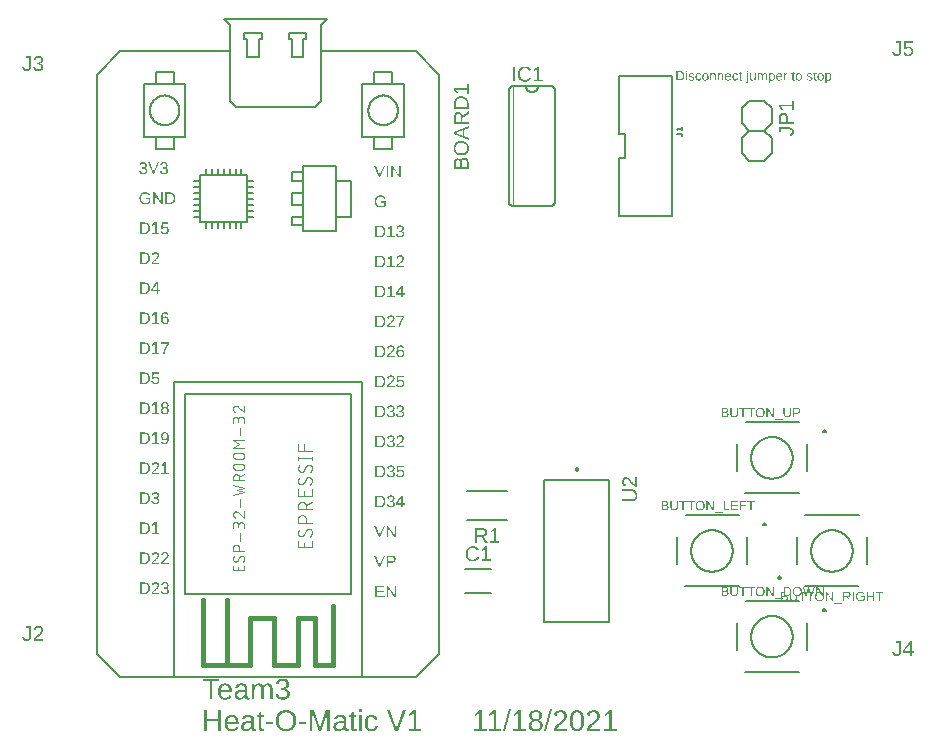
<source format=gto>
G04 EAGLE Gerber RS-274X export*
G75*
%MOMM*%
%FSLAX34Y34*%
%LPD*%
%INSilkscreen Top*%
%IPPOS*%
%AMOC8*
5,1,8,0,0,1.08239X$1,22.5*%
G01*
G04 Define Apertures*
%ADD10C,0.127000*%
%ADD11C,0.203200*%
%ADD12C,0.200000*%
%ADD13C,0.152400*%
%ADD14C,0.050800*%
%ADD15C,0.406400*%
%ADD16C,0.101600*%
%ADD17C,0.076200*%
G36*
X84539Y-228D02*
X85166Y-177D01*
X85771Y-92D01*
X86353Y28D01*
X86914Y181D01*
X87454Y369D01*
X87971Y591D01*
X88467Y846D01*
X88937Y1134D01*
X89379Y1451D01*
X89794Y1798D01*
X90180Y2175D01*
X90537Y2580D01*
X90867Y3016D01*
X91168Y3480D01*
X91442Y3975D01*
X91685Y4495D01*
X91895Y5035D01*
X92073Y5597D01*
X92219Y6180D01*
X92332Y6784D01*
X92413Y7409D01*
X92462Y8055D01*
X92478Y8723D01*
X92462Y9392D01*
X92414Y10039D01*
X92334Y10663D01*
X92222Y11265D01*
X92078Y11844D01*
X91902Y12401D01*
X91694Y12935D01*
X91454Y13446D01*
X91183Y13931D01*
X90885Y14386D01*
X90557Y14812D01*
X90201Y15208D01*
X89816Y15574D01*
X89403Y15911D01*
X88961Y16217D01*
X88491Y16494D01*
X87996Y16740D01*
X87478Y16953D01*
X86939Y17134D01*
X86378Y17281D01*
X85795Y17396D01*
X85190Y17478D01*
X84564Y17527D01*
X83915Y17543D01*
X83416Y17534D01*
X82931Y17507D01*
X82460Y17461D01*
X82002Y17397D01*
X81559Y17315D01*
X81129Y17215D01*
X80713Y17096D01*
X80311Y16959D01*
X79923Y16804D01*
X79549Y16630D01*
X79189Y16439D01*
X78843Y16229D01*
X78511Y16001D01*
X78192Y15754D01*
X77888Y15489D01*
X77597Y15206D01*
X77322Y14907D01*
X77065Y14594D01*
X76826Y14266D01*
X76604Y13925D01*
X76400Y13569D01*
X76214Y13199D01*
X76046Y12815D01*
X75895Y12417D01*
X75762Y12005D01*
X75647Y11578D01*
X75549Y11138D01*
X75469Y10683D01*
X75407Y10214D01*
X75363Y9731D01*
X75336Y9234D01*
X75328Y8723D01*
X75343Y8052D01*
X75391Y7403D01*
X75471Y6776D01*
X75582Y6169D01*
X75725Y5584D01*
X75900Y5020D01*
X76107Y4478D01*
X76346Y3956D01*
X76615Y3461D01*
X76912Y2995D01*
X77238Y2560D01*
X77592Y2155D01*
X77976Y1779D01*
X78387Y1434D01*
X78827Y1119D01*
X79296Y834D01*
X79791Y581D01*
X80308Y362D01*
X80848Y176D01*
X81411Y25D01*
X81997Y-94D01*
X82605Y-178D01*
X83236Y-228D01*
X83891Y-245D01*
X84539Y-228D01*
G37*
%LPC*%
G36*
X83532Y1664D02*
X83184Y1686D01*
X82845Y1723D01*
X82516Y1775D01*
X82197Y1842D01*
X81889Y1924D01*
X81590Y2021D01*
X81301Y2133D01*
X81021Y2260D01*
X80752Y2401D01*
X80493Y2558D01*
X80244Y2729D01*
X80004Y2916D01*
X79775Y3117D01*
X79555Y3333D01*
X79345Y3564D01*
X79147Y3808D01*
X78961Y4062D01*
X78789Y4326D01*
X78629Y4602D01*
X78482Y4887D01*
X78347Y5184D01*
X78226Y5490D01*
X78117Y5807D01*
X78021Y6135D01*
X77938Y6473D01*
X77867Y6822D01*
X77810Y7181D01*
X77765Y7551D01*
X77733Y7931D01*
X77714Y8321D01*
X77708Y8723D01*
X77714Y9126D01*
X77733Y9519D01*
X77764Y9900D01*
X77809Y10269D01*
X77866Y10627D01*
X77935Y10974D01*
X78017Y11309D01*
X78112Y11633D01*
X78220Y11946D01*
X78340Y12247D01*
X78473Y12536D01*
X78618Y12815D01*
X78777Y13082D01*
X78947Y13337D01*
X79131Y13581D01*
X79327Y13814D01*
X79535Y14034D01*
X79753Y14239D01*
X79982Y14431D01*
X80221Y14608D01*
X80471Y14771D01*
X80731Y14920D01*
X81002Y15055D01*
X81284Y15176D01*
X81576Y15282D01*
X81878Y15374D01*
X82191Y15452D01*
X82515Y15516D01*
X82849Y15566D01*
X83194Y15601D01*
X83549Y15622D01*
X83915Y15630D01*
X84278Y15622D01*
X84630Y15601D01*
X84972Y15565D01*
X85304Y15515D01*
X85625Y15450D01*
X85936Y15371D01*
X86237Y15277D01*
X86527Y15169D01*
X86806Y15047D01*
X87076Y14911D01*
X87334Y14760D01*
X87583Y14594D01*
X87821Y14415D01*
X88049Y14221D01*
X88266Y14012D01*
X88473Y13789D01*
X88668Y13554D01*
X88851Y13308D01*
X89021Y13050D01*
X89179Y12783D01*
X89323Y12504D01*
X89456Y12214D01*
X89576Y11914D01*
X89683Y11603D01*
X89777Y11280D01*
X89859Y10948D01*
X89928Y10604D01*
X89985Y10249D01*
X90029Y9884D01*
X90061Y9508D01*
X90080Y9120D01*
X90086Y8723D01*
X90080Y8307D01*
X90061Y7903D01*
X90030Y7511D01*
X89986Y7131D01*
X89930Y6763D01*
X89861Y6407D01*
X89780Y6063D01*
X89686Y5731D01*
X89579Y5410D01*
X89461Y5102D01*
X89329Y4806D01*
X89185Y4521D01*
X89029Y4249D01*
X88860Y3988D01*
X88679Y3739D01*
X88485Y3503D01*
X88279Y3279D01*
X88063Y3070D01*
X87836Y2875D01*
X87597Y2695D01*
X87348Y2529D01*
X87088Y2377D01*
X86818Y2240D01*
X86536Y2118D01*
X86243Y2010D01*
X85940Y1916D01*
X85626Y1836D01*
X85300Y1772D01*
X84964Y1721D01*
X84617Y1685D01*
X84259Y1663D01*
X83891Y1656D01*
X83532Y1664D01*
G37*
%LPD*%
G36*
X106190Y11532D02*
X106141Y13851D01*
X106104Y15212D01*
X106509Y13863D01*
X107196Y11777D01*
X111723Y0D01*
X113367Y0D01*
X117833Y11777D01*
X118080Y12457D01*
X118342Y13256D01*
X118619Y14174D01*
X118912Y15212D01*
X118864Y14320D01*
X118830Y13409D01*
X118809Y12480D01*
X118802Y11532D01*
X118802Y0D01*
X120912Y0D01*
X120912Y17286D01*
X117906Y17286D01*
X113392Y5300D01*
X113231Y4857D01*
X112968Y4042D01*
X112709Y3170D01*
X112557Y2552D01*
X112446Y3035D01*
X112257Y3748D01*
X112025Y4550D01*
X111785Y5300D01*
X107184Y17286D01*
X104105Y17286D01*
X104105Y0D01*
X106190Y0D01*
X106190Y11532D01*
G37*
G36*
X44704Y26435D02*
X45084Y26464D01*
X45447Y26514D01*
X45796Y26583D01*
X46130Y26671D01*
X46448Y26780D01*
X46752Y26908D01*
X47040Y27056D01*
X47316Y27228D01*
X47584Y27428D01*
X47843Y27655D01*
X48093Y27911D01*
X48335Y28194D01*
X48568Y28504D01*
X48793Y28843D01*
X49009Y29209D01*
X49083Y29209D01*
X49108Y28877D01*
X49150Y28568D01*
X49206Y28282D01*
X49277Y28018D01*
X49364Y27777D01*
X49466Y27559D01*
X49582Y27364D01*
X49714Y27191D01*
X49864Y27040D01*
X50035Y26910D01*
X50227Y26799D01*
X50440Y26708D01*
X50673Y26638D01*
X50928Y26588D01*
X51203Y26557D01*
X51499Y26547D01*
X51933Y26560D01*
X52361Y26596D01*
X52785Y26658D01*
X53205Y26744D01*
X53205Y28118D01*
X52821Y28053D01*
X52481Y28032D01*
X52307Y28040D01*
X52148Y28063D01*
X52003Y28102D01*
X51873Y28156D01*
X51758Y28226D01*
X51657Y28311D01*
X51571Y28412D01*
X51499Y28529D01*
X51387Y28807D01*
X51306Y29147D01*
X51258Y29546D01*
X51242Y30007D01*
X51242Y35724D01*
X51222Y36251D01*
X51163Y36746D01*
X51064Y37208D01*
X50926Y37639D01*
X50748Y38038D01*
X50531Y38405D01*
X50274Y38740D01*
X49978Y39042D01*
X49643Y39311D01*
X49269Y39544D01*
X48856Y39741D01*
X48405Y39903D01*
X47915Y40028D01*
X47386Y40118D01*
X46818Y40171D01*
X46212Y40189D01*
X45633Y40175D01*
X45087Y40133D01*
X44574Y40063D01*
X44094Y39966D01*
X43647Y39840D01*
X43232Y39686D01*
X42850Y39504D01*
X42501Y39294D01*
X42184Y39056D01*
X41901Y38790D01*
X41650Y38496D01*
X41432Y38174D01*
X41247Y37825D01*
X41094Y37447D01*
X40974Y37041D01*
X40887Y36607D01*
X43194Y36399D01*
X43236Y36665D01*
X43295Y36913D01*
X43371Y37142D01*
X43464Y37352D01*
X43573Y37544D01*
X43700Y37717D01*
X43843Y37871D01*
X44004Y38006D01*
X44185Y38124D01*
X44392Y38226D01*
X44623Y38312D01*
X44881Y38383D01*
X45163Y38438D01*
X45471Y38477D01*
X45804Y38501D01*
X46163Y38509D01*
X46518Y38498D01*
X46850Y38465D01*
X47156Y38410D01*
X47439Y38334D01*
X47696Y38236D01*
X47929Y38115D01*
X48138Y37973D01*
X48322Y37809D01*
X48483Y37620D01*
X48622Y37402D01*
X48741Y37156D01*
X48837Y36880D01*
X48912Y36576D01*
X48966Y36243D01*
X48998Y35881D01*
X49009Y35491D01*
X49009Y34767D01*
X46028Y34718D01*
X45299Y34683D01*
X44623Y34617D01*
X43998Y34518D01*
X43425Y34387D01*
X42905Y34223D01*
X42436Y34028D01*
X42019Y33800D01*
X41654Y33540D01*
X41336Y33249D01*
X41061Y32928D01*
X40828Y32577D01*
X40637Y32197D01*
X40489Y31786D01*
X40383Y31346D01*
X40320Y30875D01*
X40299Y30375D01*
X40314Y29927D01*
X40361Y29504D01*
X40440Y29105D01*
X40550Y28731D01*
X40692Y28381D01*
X40864Y28056D01*
X41069Y27756D01*
X41305Y27480D01*
X41572Y27232D01*
X41870Y27018D01*
X42199Y26837D01*
X42559Y26688D01*
X42950Y26573D01*
X43372Y26491D01*
X43826Y26441D01*
X44310Y26425D01*
X44704Y26435D01*
G37*
%LPC*%
G36*
X44551Y28090D02*
X44304Y28118D01*
X44073Y28164D01*
X43858Y28228D01*
X43658Y28311D01*
X43473Y28412D01*
X43304Y28532D01*
X43151Y28670D01*
X43014Y28825D01*
X42896Y28995D01*
X42796Y29180D01*
X42714Y29381D01*
X42650Y29597D01*
X42605Y29829D01*
X42577Y30076D01*
X42568Y30338D01*
X42575Y30581D01*
X42595Y30811D01*
X42629Y31030D01*
X42676Y31237D01*
X42736Y31432D01*
X42810Y31615D01*
X42897Y31786D01*
X42998Y31945D01*
X43236Y32232D01*
X43520Y32479D01*
X43852Y32686D01*
X44230Y32853D01*
X44443Y32922D01*
X44679Y32983D01*
X45223Y33080D01*
X45860Y33143D01*
X46592Y33172D01*
X49009Y33221D01*
X49009Y32129D01*
X49000Y31876D01*
X48975Y31624D01*
X48932Y31373D01*
X48872Y31125D01*
X48796Y30878D01*
X48702Y30633D01*
X48591Y30390D01*
X48463Y30148D01*
X48320Y29914D01*
X48165Y29692D01*
X47997Y29484D01*
X47817Y29288D01*
X47625Y29105D01*
X47420Y28935D01*
X47202Y28777D01*
X46972Y28633D01*
X46732Y28504D01*
X46483Y28391D01*
X46226Y28296D01*
X45960Y28219D01*
X45686Y28158D01*
X45404Y28115D01*
X45113Y28089D01*
X44813Y28081D01*
X44551Y28090D01*
G37*
%LPD*%
G36*
X50298Y-235D02*
X50677Y-206D01*
X51041Y-157D01*
X51390Y-87D01*
X51724Y1D01*
X52042Y110D01*
X52345Y238D01*
X52634Y386D01*
X52910Y558D01*
X53178Y758D01*
X53437Y985D01*
X53687Y1241D01*
X53929Y1524D01*
X54162Y1834D01*
X54387Y2173D01*
X54603Y2539D01*
X54676Y2539D01*
X54702Y2207D01*
X54743Y1898D01*
X54800Y1612D01*
X54871Y1348D01*
X54958Y1107D01*
X55059Y889D01*
X55176Y694D01*
X55308Y521D01*
X55458Y370D01*
X55629Y240D01*
X55821Y129D01*
X56033Y38D01*
X56267Y-32D01*
X56521Y-82D01*
X56797Y-113D01*
X57093Y-123D01*
X57526Y-110D01*
X57955Y-74D01*
X58379Y-12D01*
X58798Y74D01*
X58798Y1448D01*
X58415Y1383D01*
X58075Y1362D01*
X57901Y1370D01*
X57742Y1393D01*
X57597Y1432D01*
X57467Y1486D01*
X57352Y1556D01*
X57251Y1641D01*
X57165Y1742D01*
X57093Y1859D01*
X56980Y2137D01*
X56900Y2477D01*
X56852Y2876D01*
X56835Y3337D01*
X56835Y9054D01*
X56816Y9581D01*
X56756Y10076D01*
X56658Y10538D01*
X56520Y10969D01*
X56342Y11368D01*
X56125Y11735D01*
X55868Y12070D01*
X55572Y12372D01*
X55237Y12641D01*
X54863Y12874D01*
X54450Y13071D01*
X53998Y13233D01*
X53508Y13358D01*
X52979Y13448D01*
X52412Y13501D01*
X51806Y13519D01*
X51227Y13505D01*
X50681Y13463D01*
X50168Y13393D01*
X49688Y13296D01*
X49240Y13170D01*
X48826Y13016D01*
X48444Y12834D01*
X48094Y12624D01*
X47778Y12386D01*
X47494Y12120D01*
X47244Y11826D01*
X47026Y11504D01*
X46840Y11155D01*
X46688Y10777D01*
X46568Y10371D01*
X46481Y9937D01*
X48788Y9729D01*
X48830Y9995D01*
X48889Y10243D01*
X48965Y10472D01*
X49057Y10682D01*
X49167Y10874D01*
X49294Y11047D01*
X49437Y11201D01*
X49597Y11336D01*
X49779Y11454D01*
X49985Y11556D01*
X50217Y11642D01*
X50474Y11713D01*
X50757Y11768D01*
X51065Y11807D01*
X51398Y11831D01*
X51756Y11839D01*
X52112Y11828D01*
X52443Y11795D01*
X52750Y11740D01*
X53032Y11664D01*
X53290Y11566D01*
X53523Y11445D01*
X53732Y11303D01*
X53916Y11139D01*
X54077Y10950D01*
X54216Y10732D01*
X54334Y10486D01*
X54431Y10210D01*
X54506Y9906D01*
X54560Y9573D01*
X54592Y9211D01*
X54603Y8821D01*
X54603Y8097D01*
X51622Y8048D01*
X50893Y8013D01*
X50216Y7947D01*
X49592Y7848D01*
X49019Y7717D01*
X48498Y7553D01*
X48030Y7358D01*
X47613Y7130D01*
X47248Y6870D01*
X46930Y6579D01*
X46655Y6258D01*
X46422Y5907D01*
X46231Y5527D01*
X46083Y5116D01*
X45977Y4676D01*
X45914Y4205D01*
X45892Y3705D01*
X45908Y3257D01*
X45955Y2834D01*
X46034Y2435D01*
X46144Y2061D01*
X46285Y1711D01*
X46458Y1386D01*
X46663Y1086D01*
X46898Y810D01*
X47165Y562D01*
X47463Y348D01*
X47793Y167D01*
X48153Y18D01*
X48544Y-97D01*
X48966Y-179D01*
X49420Y-229D01*
X49904Y-245D01*
X50298Y-235D01*
G37*
%LPC*%
G36*
X50145Y1420D02*
X49898Y1448D01*
X49667Y1494D01*
X49452Y1558D01*
X49252Y1641D01*
X49067Y1742D01*
X48898Y1862D01*
X48745Y2000D01*
X48608Y2155D01*
X48490Y2325D01*
X48390Y2510D01*
X48308Y2711D01*
X48244Y2927D01*
X48198Y3159D01*
X48171Y3406D01*
X48162Y3668D01*
X48169Y3911D01*
X48189Y4141D01*
X48222Y4360D01*
X48269Y4567D01*
X48330Y4762D01*
X48403Y4945D01*
X48491Y5116D01*
X48591Y5275D01*
X48829Y5562D01*
X49114Y5809D01*
X49446Y6016D01*
X49824Y6183D01*
X50037Y6252D01*
X50273Y6313D01*
X50816Y6410D01*
X51454Y6473D01*
X52186Y6502D01*
X54603Y6551D01*
X54603Y5459D01*
X54594Y5206D01*
X54569Y4954D01*
X54526Y4703D01*
X54466Y4455D01*
X54389Y4208D01*
X54296Y3963D01*
X54185Y3720D01*
X54057Y3478D01*
X53914Y3244D01*
X53759Y3022D01*
X53591Y2814D01*
X53411Y2618D01*
X53219Y2435D01*
X53014Y2265D01*
X52796Y2107D01*
X52566Y1963D01*
X52326Y1834D01*
X52077Y1721D01*
X51820Y1626D01*
X51554Y1549D01*
X51280Y1488D01*
X50997Y1445D01*
X50706Y1419D01*
X50407Y1411D01*
X50145Y1420D01*
G37*
%LPD*%
G36*
X128454Y-235D02*
X128834Y-206D01*
X129197Y-157D01*
X129546Y-87D01*
X129880Y1D01*
X130198Y110D01*
X130502Y238D01*
X130790Y386D01*
X131066Y558D01*
X131334Y758D01*
X131593Y985D01*
X131843Y1241D01*
X132085Y1524D01*
X132318Y1834D01*
X132543Y2173D01*
X132759Y2539D01*
X132833Y2539D01*
X132858Y2207D01*
X132900Y1898D01*
X132956Y1612D01*
X133027Y1348D01*
X133114Y1107D01*
X133216Y889D01*
X133332Y694D01*
X133464Y521D01*
X133614Y370D01*
X133785Y240D01*
X133977Y129D01*
X134190Y38D01*
X134423Y-32D01*
X134678Y-82D01*
X134953Y-113D01*
X135249Y-123D01*
X135683Y-110D01*
X136111Y-74D01*
X136535Y-12D01*
X136955Y74D01*
X136955Y1448D01*
X136571Y1383D01*
X136231Y1362D01*
X136057Y1370D01*
X135898Y1393D01*
X135753Y1432D01*
X135623Y1486D01*
X135508Y1556D01*
X135407Y1641D01*
X135321Y1742D01*
X135249Y1859D01*
X135137Y2137D01*
X135056Y2477D01*
X135008Y2876D01*
X134992Y3337D01*
X134992Y9054D01*
X134972Y9581D01*
X134913Y10076D01*
X134814Y10538D01*
X134676Y10969D01*
X134498Y11368D01*
X134281Y11735D01*
X134024Y12070D01*
X133728Y12372D01*
X133393Y12641D01*
X133019Y12874D01*
X132606Y13071D01*
X132155Y13233D01*
X131665Y13358D01*
X131136Y13448D01*
X130568Y13501D01*
X129962Y13519D01*
X129383Y13505D01*
X128837Y13463D01*
X128324Y13393D01*
X127844Y13296D01*
X127397Y13170D01*
X126982Y13016D01*
X126600Y12834D01*
X126251Y12624D01*
X125934Y12386D01*
X125651Y12120D01*
X125400Y11826D01*
X125182Y11504D01*
X124997Y11155D01*
X124844Y10777D01*
X124724Y10371D01*
X124637Y9937D01*
X126944Y9729D01*
X126986Y9995D01*
X127045Y10243D01*
X127121Y10472D01*
X127214Y10682D01*
X127323Y10874D01*
X127450Y11047D01*
X127593Y11201D01*
X127754Y11336D01*
X127935Y11454D01*
X128142Y11556D01*
X128373Y11642D01*
X128631Y11713D01*
X128913Y11768D01*
X129221Y11807D01*
X129554Y11831D01*
X129913Y11839D01*
X130268Y11828D01*
X130600Y11795D01*
X130906Y11740D01*
X131189Y11664D01*
X131446Y11566D01*
X131679Y11445D01*
X131888Y11303D01*
X132072Y11139D01*
X132233Y10950D01*
X132372Y10732D01*
X132491Y10486D01*
X132587Y10210D01*
X132662Y9906D01*
X132716Y9573D01*
X132748Y9211D01*
X132759Y8821D01*
X132759Y8097D01*
X129778Y8048D01*
X129049Y8013D01*
X128373Y7947D01*
X127748Y7848D01*
X127175Y7717D01*
X126655Y7553D01*
X126186Y7358D01*
X125769Y7130D01*
X125404Y6870D01*
X125086Y6579D01*
X124811Y6258D01*
X124578Y5907D01*
X124387Y5527D01*
X124239Y5116D01*
X124133Y4676D01*
X124070Y4205D01*
X124049Y3705D01*
X124064Y3257D01*
X124111Y2834D01*
X124190Y2435D01*
X124300Y2061D01*
X124442Y1711D01*
X124614Y1386D01*
X124819Y1086D01*
X125055Y810D01*
X125322Y562D01*
X125620Y348D01*
X125949Y167D01*
X126309Y18D01*
X126700Y-97D01*
X127122Y-179D01*
X127576Y-229D01*
X128060Y-245D01*
X128454Y-235D01*
G37*
%LPC*%
G36*
X128301Y1420D02*
X128054Y1448D01*
X127823Y1494D01*
X127608Y1558D01*
X127408Y1641D01*
X127223Y1742D01*
X127054Y1862D01*
X126901Y2000D01*
X126764Y2155D01*
X126646Y2325D01*
X126546Y2510D01*
X126464Y2711D01*
X126400Y2927D01*
X126355Y3159D01*
X126327Y3406D01*
X126318Y3668D01*
X126325Y3911D01*
X126345Y4141D01*
X126379Y4360D01*
X126426Y4567D01*
X126486Y4762D01*
X126560Y4945D01*
X126647Y5116D01*
X126748Y5275D01*
X126986Y5562D01*
X127270Y5809D01*
X127602Y6016D01*
X127980Y6183D01*
X128193Y6252D01*
X128429Y6313D01*
X128973Y6410D01*
X129610Y6473D01*
X130342Y6502D01*
X132759Y6551D01*
X132759Y5459D01*
X132750Y5206D01*
X132725Y4954D01*
X132682Y4703D01*
X132622Y4455D01*
X132546Y4208D01*
X132452Y3963D01*
X132341Y3720D01*
X132213Y3478D01*
X132070Y3244D01*
X131915Y3022D01*
X131747Y2814D01*
X131567Y2618D01*
X131375Y2435D01*
X131170Y2265D01*
X130952Y2107D01*
X130722Y1963D01*
X130482Y1834D01*
X130233Y1721D01*
X129976Y1626D01*
X129710Y1549D01*
X129436Y1488D01*
X129154Y1445D01*
X128863Y1419D01*
X128563Y1411D01*
X128301Y1420D01*
G37*
%LPD*%
G36*
X57138Y34362D02*
X57151Y34839D01*
X57189Y35288D01*
X57254Y35710D01*
X57344Y36104D01*
X57459Y36471D01*
X57600Y36810D01*
X57767Y37121D01*
X57960Y37405D01*
X58175Y37658D01*
X58408Y37877D01*
X58659Y38062D01*
X58929Y38214D01*
X59217Y38332D01*
X59524Y38417D01*
X59849Y38467D01*
X60193Y38484D01*
X60523Y38473D01*
X60827Y38438D01*
X61104Y38381D01*
X61355Y38300D01*
X61580Y38197D01*
X61778Y38070D01*
X61949Y37921D01*
X62094Y37748D01*
X62218Y37545D01*
X62325Y37306D01*
X62416Y37029D01*
X62490Y36714D01*
X62548Y36363D01*
X62589Y35975D01*
X62614Y35549D01*
X62622Y35086D01*
X62622Y26670D01*
X64806Y26670D01*
X64806Y34362D01*
X64818Y34842D01*
X64856Y35293D01*
X64919Y35717D01*
X65006Y36112D01*
X65119Y36479D01*
X65258Y36818D01*
X65421Y37128D01*
X65609Y37411D01*
X65820Y37662D01*
X66051Y37880D01*
X66302Y38065D01*
X66574Y38216D01*
X66865Y38333D01*
X67177Y38417D01*
X67508Y38467D01*
X67860Y38484D01*
X68191Y38473D01*
X68494Y38438D01*
X68772Y38381D01*
X69023Y38300D01*
X69247Y38197D01*
X69445Y38070D01*
X69617Y37921D01*
X69762Y37748D01*
X69886Y37545D01*
X69993Y37306D01*
X70083Y37029D01*
X70158Y36714D01*
X70215Y36363D01*
X70256Y35975D01*
X70281Y35549D01*
X70289Y35086D01*
X70289Y26670D01*
X72473Y26670D01*
X72473Y35515D01*
X72459Y36116D01*
X72416Y36673D01*
X72345Y37186D01*
X72245Y37656D01*
X72116Y38082D01*
X71959Y38464D01*
X71773Y38803D01*
X71559Y39098D01*
X71314Y39353D01*
X71034Y39575D01*
X70719Y39763D01*
X70371Y39916D01*
X69988Y40036D01*
X69571Y40121D01*
X69119Y40172D01*
X68633Y40189D01*
X68293Y40180D01*
X67966Y40153D01*
X67651Y40107D01*
X67350Y40042D01*
X67061Y39959D01*
X66785Y39858D01*
X66522Y39739D01*
X66272Y39601D01*
X66032Y39442D01*
X65802Y39259D01*
X65581Y39054D01*
X65368Y38825D01*
X65165Y38572D01*
X64971Y38296D01*
X64786Y37997D01*
X64609Y37674D01*
X64572Y37674D01*
X64478Y37992D01*
X64367Y38286D01*
X64240Y38559D01*
X64096Y38809D01*
X63935Y39037D01*
X63757Y39243D01*
X63563Y39427D01*
X63352Y39588D01*
X63123Y39729D01*
X62874Y39851D01*
X62605Y39955D01*
X62317Y40039D01*
X62009Y40105D01*
X61681Y40152D01*
X61333Y40180D01*
X60966Y40189D01*
X60641Y40181D01*
X60329Y40155D01*
X60029Y40112D01*
X59742Y40051D01*
X59468Y39974D01*
X59206Y39879D01*
X58957Y39767D01*
X58721Y39637D01*
X58494Y39486D01*
X58274Y39308D01*
X58060Y39103D01*
X57853Y38871D01*
X57652Y38612D01*
X57458Y38326D01*
X57270Y38014D01*
X57089Y37674D01*
X57052Y37674D01*
X57009Y38993D01*
X56979Y39613D01*
X56954Y39944D01*
X54868Y39944D01*
X54901Y39574D01*
X54924Y38978D01*
X54942Y37110D01*
X54942Y26670D01*
X57138Y26670D01*
X57138Y34362D01*
G37*
G36*
X32869Y26437D02*
X33361Y26474D01*
X33829Y26535D01*
X34274Y26621D01*
X34695Y26731D01*
X35092Y26866D01*
X35466Y27026D01*
X35816Y27210D01*
X36142Y27418D01*
X36445Y27651D01*
X36724Y27909D01*
X36979Y28191D01*
X37211Y28498D01*
X37419Y28829D01*
X37603Y29185D01*
X37764Y29565D01*
X35825Y30117D01*
X35740Y29901D01*
X35637Y29695D01*
X35517Y29498D01*
X35379Y29311D01*
X35224Y29133D01*
X35051Y28965D01*
X34861Y28806D01*
X34654Y28657D01*
X34429Y28522D01*
X34186Y28405D01*
X33925Y28306D01*
X33646Y28225D01*
X33350Y28162D01*
X33035Y28117D01*
X32703Y28090D01*
X32353Y28081D01*
X31913Y28100D01*
X31500Y28158D01*
X31114Y28255D01*
X30756Y28391D01*
X30424Y28565D01*
X30120Y28778D01*
X29843Y29029D01*
X29593Y29320D01*
X29372Y29646D01*
X29180Y30005D01*
X29017Y30396D01*
X28885Y30820D01*
X28781Y31276D01*
X28708Y31765D01*
X28663Y32287D01*
X28648Y32841D01*
X38119Y32841D01*
X38119Y33135D01*
X38097Y33989D01*
X38028Y34789D01*
X37977Y35167D01*
X37914Y35533D01*
X37839Y35884D01*
X37754Y36221D01*
X37657Y36545D01*
X37548Y36855D01*
X37428Y37151D01*
X37297Y37434D01*
X37154Y37703D01*
X36999Y37957D01*
X36834Y38199D01*
X36656Y38426D01*
X36468Y38639D01*
X36268Y38839D01*
X36056Y39025D01*
X35834Y39197D01*
X35599Y39356D01*
X35354Y39501D01*
X35096Y39631D01*
X34828Y39749D01*
X34548Y39852D01*
X34256Y39941D01*
X33953Y40017D01*
X33639Y40079D01*
X33313Y40127D01*
X32976Y40162D01*
X32628Y40183D01*
X32268Y40189D01*
X31915Y40183D01*
X31574Y40162D01*
X31242Y40128D01*
X30921Y40080D01*
X30610Y40018D01*
X30309Y39943D01*
X30019Y39854D01*
X29739Y39751D01*
X29469Y39634D01*
X29210Y39504D01*
X28961Y39360D01*
X28722Y39203D01*
X28493Y39031D01*
X28275Y38846D01*
X28067Y38648D01*
X27869Y38435D01*
X27683Y38210D01*
X27509Y37973D01*
X27346Y37723D01*
X27196Y37462D01*
X27058Y37189D01*
X26931Y36904D01*
X26817Y36607D01*
X26715Y36297D01*
X26625Y35976D01*
X26546Y35643D01*
X26480Y35298D01*
X26426Y34941D01*
X26384Y34572D01*
X26354Y34191D01*
X26336Y33798D01*
X26330Y33393D01*
X26336Y32967D01*
X26354Y32555D01*
X26384Y32156D01*
X26426Y31770D01*
X26480Y31397D01*
X26546Y31038D01*
X26625Y30692D01*
X26715Y30360D01*
X26817Y30040D01*
X26931Y29735D01*
X27058Y29442D01*
X27196Y29163D01*
X27346Y28897D01*
X27509Y28644D01*
X27683Y28405D01*
X27869Y28179D01*
X28067Y27967D01*
X28276Y27768D01*
X28496Y27583D01*
X28727Y27411D01*
X28969Y27254D01*
X29222Y27110D01*
X29486Y26980D01*
X29760Y26863D01*
X30046Y26760D01*
X30343Y26671D01*
X30650Y26596D01*
X30969Y26534D01*
X31299Y26486D01*
X31639Y26452D01*
X31991Y26432D01*
X32353Y26425D01*
X32869Y26437D01*
G37*
%LPC*%
G36*
X28673Y34534D02*
X28705Y34991D01*
X28764Y35422D01*
X28850Y35829D01*
X28963Y36210D01*
X29103Y36566D01*
X29270Y36897D01*
X29464Y37203D01*
X29685Y37484D01*
X29930Y37736D01*
X30196Y37954D01*
X30483Y38138D01*
X30791Y38289D01*
X31119Y38407D01*
X31469Y38491D01*
X31839Y38541D01*
X32231Y38558D01*
X32633Y38543D01*
X33011Y38498D01*
X33364Y38422D01*
X33694Y38317D01*
X33999Y38182D01*
X34280Y38016D01*
X34537Y37820D01*
X34770Y37595D01*
X34980Y37336D01*
X35168Y37042D01*
X35334Y36713D01*
X35479Y36348D01*
X35601Y35948D01*
X35702Y35512D01*
X35781Y35041D01*
X35838Y34534D01*
X28673Y34534D01*
G37*
%LPD*%
G36*
X38463Y-233D02*
X38955Y-196D01*
X39423Y-135D01*
X39868Y-49D01*
X40289Y61D01*
X40686Y196D01*
X41060Y356D01*
X41410Y540D01*
X41736Y748D01*
X42039Y981D01*
X42318Y1239D01*
X42573Y1521D01*
X42805Y1828D01*
X43013Y2159D01*
X43197Y2515D01*
X43357Y2895D01*
X41419Y3447D01*
X41334Y3231D01*
X41231Y3025D01*
X41111Y2828D01*
X40973Y2641D01*
X40818Y2463D01*
X40645Y2295D01*
X40455Y2136D01*
X40247Y1987D01*
X40022Y1852D01*
X39779Y1735D01*
X39519Y1636D01*
X39240Y1555D01*
X38943Y1492D01*
X38629Y1447D01*
X38297Y1420D01*
X37947Y1411D01*
X37507Y1430D01*
X37094Y1488D01*
X36708Y1585D01*
X36349Y1721D01*
X36018Y1895D01*
X35714Y2108D01*
X35437Y2359D01*
X35187Y2650D01*
X34965Y2976D01*
X34774Y3335D01*
X34611Y3726D01*
X34478Y4150D01*
X34375Y4606D01*
X34301Y5095D01*
X34257Y5617D01*
X34242Y6171D01*
X43713Y6171D01*
X43713Y6465D01*
X43690Y7319D01*
X43622Y8119D01*
X43570Y8497D01*
X43507Y8863D01*
X43433Y9214D01*
X43347Y9551D01*
X43250Y9875D01*
X43142Y10185D01*
X43022Y10481D01*
X42890Y10764D01*
X42747Y11033D01*
X42593Y11287D01*
X42427Y11529D01*
X42250Y11756D01*
X42062Y11969D01*
X41862Y12169D01*
X41650Y12355D01*
X41427Y12527D01*
X41193Y12686D01*
X40947Y12831D01*
X40690Y12961D01*
X40422Y13079D01*
X40141Y13182D01*
X39850Y13271D01*
X39547Y13347D01*
X39233Y13409D01*
X38907Y13457D01*
X38570Y13492D01*
X38221Y13513D01*
X37861Y13519D01*
X37509Y13513D01*
X37167Y13492D01*
X36836Y13458D01*
X36515Y13410D01*
X36204Y13348D01*
X35903Y13273D01*
X35613Y13184D01*
X35333Y13081D01*
X35063Y12964D01*
X34803Y12834D01*
X34554Y12690D01*
X34315Y12533D01*
X34087Y12361D01*
X33869Y12176D01*
X33661Y11978D01*
X33463Y11765D01*
X33277Y11540D01*
X33102Y11303D01*
X32940Y11053D01*
X32790Y10792D01*
X32651Y10519D01*
X32525Y10234D01*
X32411Y9937D01*
X32308Y9627D01*
X32218Y9306D01*
X32140Y8973D01*
X32074Y8628D01*
X32020Y8271D01*
X31978Y7902D01*
X31948Y7521D01*
X31930Y7128D01*
X31924Y6723D01*
X31930Y6297D01*
X31948Y5885D01*
X31978Y5486D01*
X32020Y5100D01*
X32074Y4727D01*
X32140Y4368D01*
X32218Y4022D01*
X32308Y3690D01*
X32411Y3370D01*
X32525Y3065D01*
X32651Y2772D01*
X32790Y2493D01*
X32940Y2227D01*
X33102Y1974D01*
X33277Y1735D01*
X33463Y1509D01*
X33661Y1297D01*
X33870Y1098D01*
X34090Y913D01*
X34321Y741D01*
X34563Y584D01*
X34815Y440D01*
X35079Y310D01*
X35354Y193D01*
X35640Y90D01*
X35936Y1D01*
X36244Y-74D01*
X36563Y-136D01*
X36892Y-184D01*
X37233Y-218D01*
X37585Y-239D01*
X37947Y-245D01*
X38463Y-233D01*
G37*
%LPC*%
G36*
X34267Y7864D02*
X34299Y8321D01*
X34358Y8752D01*
X34444Y9159D01*
X34557Y9540D01*
X34697Y9896D01*
X34864Y10227D01*
X35058Y10533D01*
X35279Y10814D01*
X35524Y11066D01*
X35790Y11284D01*
X36077Y11468D01*
X36385Y11619D01*
X36713Y11737D01*
X37063Y11821D01*
X37433Y11871D01*
X37825Y11888D01*
X38226Y11873D01*
X38604Y11828D01*
X38958Y11752D01*
X39287Y11647D01*
X39593Y11512D01*
X39874Y11346D01*
X40131Y11150D01*
X40364Y10925D01*
X40574Y10666D01*
X40762Y10372D01*
X40928Y10043D01*
X41072Y9678D01*
X41195Y9278D01*
X41296Y8842D01*
X41374Y8371D01*
X41431Y7864D01*
X34267Y7864D01*
G37*
%LPD*%
G36*
X17104Y8011D02*
X26453Y8011D01*
X26453Y0D01*
X28796Y0D01*
X28796Y17286D01*
X26453Y17286D01*
X26453Y9974D01*
X17104Y9974D01*
X17104Y17286D01*
X14761Y17286D01*
X14761Y0D01*
X17104Y0D01*
X17104Y8011D01*
G37*
G36*
X81828Y26445D02*
X82472Y26507D01*
X83076Y26609D01*
X83639Y26753D01*
X84162Y26937D01*
X84644Y27163D01*
X85085Y27430D01*
X85485Y27737D01*
X85842Y28082D01*
X86151Y28461D01*
X86412Y28874D01*
X86626Y29320D01*
X86793Y29800D01*
X86912Y30314D01*
X86983Y30861D01*
X87001Y31147D01*
X87007Y31442D01*
X86990Y31848D01*
X86939Y32235D01*
X86855Y32605D01*
X86737Y32957D01*
X86585Y33292D01*
X86399Y33609D01*
X86180Y33909D01*
X85927Y34190D01*
X85644Y34449D01*
X85334Y34681D01*
X84997Y34885D01*
X84633Y35061D01*
X84242Y35210D01*
X83825Y35331D01*
X83380Y35425D01*
X82909Y35491D01*
X82909Y35540D01*
X83338Y35642D01*
X83740Y35766D01*
X84116Y35910D01*
X84466Y36075D01*
X84789Y36261D01*
X85086Y36468D01*
X85357Y36696D01*
X85602Y36945D01*
X85819Y37213D01*
X86007Y37502D01*
X86166Y37809D01*
X86297Y38136D01*
X86398Y38482D01*
X86470Y38848D01*
X86514Y39233D01*
X86528Y39637D01*
X86506Y40162D01*
X86438Y40658D01*
X86326Y41123D01*
X86168Y41559D01*
X85965Y41965D01*
X85717Y42341D01*
X85425Y42688D01*
X85087Y43005D01*
X84708Y43288D01*
X84294Y43534D01*
X83843Y43741D01*
X83355Y43911D01*
X82832Y44043D01*
X82272Y44138D01*
X81677Y44194D01*
X81044Y44213D01*
X80463Y44195D01*
X79908Y44139D01*
X79381Y44046D01*
X78881Y43916D01*
X78407Y43748D01*
X77961Y43544D01*
X77542Y43302D01*
X77149Y43023D01*
X76790Y42711D01*
X76471Y42370D01*
X76192Y42000D01*
X75952Y41600D01*
X75751Y41172D01*
X75591Y40714D01*
X75470Y40227D01*
X75389Y39711D01*
X77609Y39539D01*
X77658Y39870D01*
X77730Y40182D01*
X77826Y40474D01*
X77945Y40748D01*
X78088Y41002D01*
X78255Y41237D01*
X78445Y41453D01*
X78658Y41649D01*
X78892Y41825D01*
X79144Y41977D01*
X79413Y42105D01*
X79700Y42211D01*
X80003Y42292D01*
X80325Y42351D01*
X80664Y42386D01*
X81020Y42398D01*
X81409Y42385D01*
X81774Y42347D01*
X82114Y42285D01*
X82429Y42197D01*
X82720Y42084D01*
X82985Y41946D01*
X83227Y41782D01*
X83443Y41594D01*
X83634Y41384D01*
X83800Y41156D01*
X83940Y40909D01*
X84055Y40645D01*
X84144Y40362D01*
X84208Y40061D01*
X84246Y39742D01*
X84259Y39404D01*
X84243Y39064D01*
X84196Y38743D01*
X84118Y38441D01*
X84009Y38158D01*
X83868Y37893D01*
X83696Y37648D01*
X83493Y37422D01*
X83259Y37214D01*
X82996Y37029D01*
X82708Y36868D01*
X82394Y36732D01*
X82055Y36621D01*
X81690Y36534D01*
X81300Y36473D01*
X80884Y36435D01*
X80443Y36423D01*
X79241Y36423D01*
X79241Y34509D01*
X80492Y34509D01*
X80990Y34497D01*
X81457Y34460D01*
X81894Y34398D01*
X82300Y34311D01*
X82677Y34200D01*
X83024Y34064D01*
X83340Y33903D01*
X83627Y33718D01*
X83881Y33511D01*
X84102Y33284D01*
X84288Y33037D01*
X84441Y32772D01*
X84560Y32487D01*
X84645Y32183D01*
X84696Y31859D01*
X84713Y31516D01*
X84698Y31123D01*
X84653Y30756D01*
X84579Y30413D01*
X84475Y30096D01*
X84341Y29803D01*
X84178Y29535D01*
X83985Y29292D01*
X83762Y29075D01*
X83513Y28882D01*
X83242Y28715D01*
X82948Y28574D01*
X82632Y28458D01*
X82293Y28368D01*
X81932Y28304D01*
X81548Y28265D01*
X81143Y28253D01*
X80738Y28265D01*
X80356Y28301D01*
X79997Y28360D01*
X79660Y28444D01*
X79346Y28552D01*
X79055Y28684D01*
X78785Y28840D01*
X78539Y29019D01*
X78315Y29223D01*
X78113Y29451D01*
X77934Y29702D01*
X77777Y29978D01*
X77643Y30277D01*
X77532Y30601D01*
X77443Y30948D01*
X77376Y31320D01*
X75094Y31111D01*
X75188Y30549D01*
X75321Y30023D01*
X75494Y29532D01*
X75706Y29076D01*
X75958Y28656D01*
X76250Y28271D01*
X76582Y27922D01*
X76953Y27609D01*
X77361Y27331D01*
X77801Y27091D01*
X78275Y26887D01*
X78782Y26721D01*
X79323Y26591D01*
X79896Y26499D01*
X80503Y26443D01*
X81143Y26425D01*
X81828Y26445D01*
G37*
G36*
X185692Y17286D02*
X183226Y17286D01*
X178466Y5116D01*
X177435Y2061D01*
X176405Y5116D01*
X171620Y17286D01*
X169154Y17286D01*
X176208Y0D01*
X178637Y0D01*
X185692Y17286D01*
G37*
G36*
X21533Y42042D02*
X27471Y42042D01*
X27471Y43956D01*
X13264Y43956D01*
X13264Y42042D01*
X19202Y42042D01*
X19202Y26670D01*
X21533Y26670D01*
X21533Y42042D01*
G37*
G36*
X198540Y1877D02*
X194332Y1877D01*
X194332Y17286D01*
X192296Y17286D01*
X188211Y14476D01*
X188211Y12391D01*
X192112Y15176D01*
X192112Y1877D01*
X187708Y1877D01*
X187708Y0D01*
X198540Y0D01*
X198540Y1877D01*
G37*
G36*
X156813Y-228D02*
X157306Y-174D01*
X157776Y-85D01*
X158223Y40D01*
X158647Y200D01*
X159048Y396D01*
X159426Y628D01*
X159781Y896D01*
X160107Y1193D01*
X160398Y1514D01*
X160654Y1860D01*
X160876Y2230D01*
X161062Y2624D01*
X161214Y3042D01*
X161331Y3484D01*
X161413Y3950D01*
X159180Y4098D01*
X159124Y3777D01*
X159050Y3478D01*
X158956Y3200D01*
X158844Y2944D01*
X158712Y2710D01*
X158562Y2497D01*
X158393Y2305D01*
X158204Y2135D01*
X158001Y1985D01*
X157785Y1856D01*
X157557Y1746D01*
X157317Y1656D01*
X157064Y1586D01*
X156800Y1537D01*
X156524Y1507D01*
X156235Y1497D01*
X155828Y1517D01*
X155448Y1576D01*
X155094Y1676D01*
X154766Y1816D01*
X154465Y1995D01*
X154190Y2214D01*
X153942Y2474D01*
X153720Y2773D01*
X153525Y3113D01*
X153355Y3496D01*
X153212Y3923D01*
X153095Y4392D01*
X153004Y4904D01*
X152938Y5459D01*
X152899Y6057D01*
X152886Y6698D01*
X152898Y7364D01*
X152935Y7979D01*
X152997Y8544D01*
X153083Y9060D01*
X153193Y9526D01*
X153328Y9942D01*
X153487Y10308D01*
X153671Y10624D01*
X153883Y10897D01*
X154125Y11134D01*
X154397Y11334D01*
X154699Y11498D01*
X155031Y11626D01*
X155394Y11717D01*
X155787Y11771D01*
X156211Y11790D01*
X156524Y11779D01*
X156818Y11749D01*
X157094Y11698D01*
X157352Y11627D01*
X157591Y11536D01*
X157812Y11424D01*
X158014Y11292D01*
X158198Y11139D01*
X158365Y10970D01*
X158515Y10786D01*
X158649Y10588D01*
X158766Y10376D01*
X158866Y10149D01*
X158950Y9909D01*
X159018Y9654D01*
X159069Y9385D01*
X161339Y9557D01*
X161237Y10007D01*
X161105Y10433D01*
X160941Y10834D01*
X160745Y11210D01*
X160519Y11561D01*
X160261Y11887D01*
X159972Y12188D01*
X159652Y12464D01*
X159305Y12712D01*
X158937Y12926D01*
X158547Y13107D01*
X158135Y13256D01*
X157702Y13371D01*
X157247Y13453D01*
X156770Y13503D01*
X156272Y13519D01*
X155934Y13513D01*
X155605Y13492D01*
X155287Y13458D01*
X154978Y13409D01*
X154679Y13347D01*
X154391Y13272D01*
X154112Y13182D01*
X153843Y13079D01*
X153584Y12962D01*
X153336Y12832D01*
X153097Y12687D01*
X152868Y12529D01*
X152649Y12357D01*
X152440Y12172D01*
X152241Y11972D01*
X152052Y11759D01*
X151874Y11533D01*
X151707Y11294D01*
X151552Y11043D01*
X151408Y10779D01*
X151276Y10504D01*
X151155Y10215D01*
X151046Y9914D01*
X150948Y9601D01*
X150787Y8938D01*
X150672Y8225D01*
X150603Y7462D01*
X150580Y6649D01*
X150603Y5831D01*
X150671Y5063D01*
X150786Y4346D01*
X150946Y3679D01*
X151044Y3364D01*
X151152Y3062D01*
X151273Y2773D01*
X151404Y2496D01*
X151548Y2232D01*
X151702Y1980D01*
X151868Y1741D01*
X152046Y1515D01*
X152234Y1302D01*
X152433Y1102D01*
X152642Y917D01*
X152861Y745D01*
X153091Y587D01*
X153331Y442D01*
X153581Y312D01*
X153842Y195D01*
X154112Y92D01*
X154394Y2D01*
X154685Y-73D01*
X154987Y-135D01*
X155299Y-183D01*
X155621Y-218D01*
X155954Y-238D01*
X156297Y-245D01*
X156813Y-228D01*
G37*
G36*
X63925Y-178D02*
X64486Y-123D01*
X65041Y-31D01*
X65590Y98D01*
X65590Y1730D01*
X64854Y1601D01*
X64560Y1569D01*
X64314Y1558D01*
X64128Y1564D01*
X63957Y1582D01*
X63799Y1612D01*
X63657Y1655D01*
X63528Y1709D01*
X63414Y1775D01*
X63314Y1854D01*
X63229Y1944D01*
X63155Y2050D01*
X63092Y2173D01*
X63038Y2315D01*
X62994Y2474D01*
X62935Y2845D01*
X62916Y3288D01*
X62916Y11667D01*
X65369Y11667D01*
X65369Y13274D01*
X62916Y13274D01*
X62916Y16243D01*
X61444Y16243D01*
X60793Y13274D01*
X59174Y13274D01*
X59174Y11667D01*
X60708Y11667D01*
X60708Y2809D01*
X60718Y2445D01*
X60749Y2105D01*
X60801Y1788D01*
X60873Y1494D01*
X60966Y1224D01*
X61080Y978D01*
X61215Y755D01*
X61370Y555D01*
X61546Y379D01*
X61743Y226D01*
X61960Y97D01*
X62198Y-8D01*
X62457Y-91D01*
X62736Y-149D01*
X63037Y-185D01*
X63357Y-196D01*
X63925Y-178D01*
G37*
G36*
X142081Y-178D02*
X142642Y-123D01*
X143198Y-31D01*
X143747Y98D01*
X143747Y1730D01*
X143010Y1601D01*
X142716Y1569D01*
X142471Y1558D01*
X142285Y1564D01*
X142113Y1582D01*
X141956Y1612D01*
X141813Y1655D01*
X141684Y1709D01*
X141570Y1775D01*
X141470Y1854D01*
X141385Y1944D01*
X141312Y2050D01*
X141248Y2173D01*
X141194Y2315D01*
X141150Y2474D01*
X141092Y2845D01*
X141072Y3288D01*
X141072Y11667D01*
X143526Y11667D01*
X143526Y13274D01*
X141072Y13274D01*
X141072Y16243D01*
X139600Y16243D01*
X138950Y13274D01*
X137330Y13274D01*
X137330Y11667D01*
X138864Y11667D01*
X138864Y2809D01*
X138874Y2445D01*
X138905Y2105D01*
X138957Y1788D01*
X139029Y1494D01*
X139123Y1224D01*
X139236Y978D01*
X139371Y755D01*
X139526Y555D01*
X139702Y379D01*
X139899Y226D01*
X140116Y97D01*
X140354Y-8D01*
X140613Y-91D01*
X140893Y-149D01*
X141193Y-185D01*
X141514Y-196D01*
X142081Y-178D01*
G37*
G36*
X147808Y13274D02*
X145599Y13274D01*
X145599Y0D01*
X147808Y0D01*
X147808Y13274D01*
G37*
G36*
X73013Y7655D02*
X66879Y7655D01*
X66879Y5692D01*
X73013Y5692D01*
X73013Y7655D01*
G37*
G36*
X100919Y7655D02*
X94785Y7655D01*
X94785Y5692D01*
X100919Y5692D01*
X100919Y7655D01*
G37*
G36*
X147808Y18206D02*
X145599Y18206D01*
X145599Y16096D01*
X147808Y16096D01*
X147808Y18206D01*
G37*
G36*
X417617Y550680D02*
X417890Y550702D01*
X418155Y550741D01*
X418411Y550794D01*
X418659Y550862D01*
X418898Y550946D01*
X419129Y551045D01*
X419352Y551159D01*
X419564Y551288D01*
X419764Y551430D01*
X419951Y551585D01*
X420126Y551753D01*
X420288Y551936D01*
X420438Y552131D01*
X420576Y552340D01*
X420701Y552562D01*
X420813Y552796D01*
X420910Y553039D01*
X420991Y553292D01*
X421058Y553554D01*
X421110Y553826D01*
X421148Y554107D01*
X421170Y554398D01*
X421177Y554698D01*
X421160Y555149D01*
X421109Y555572D01*
X421024Y555969D01*
X420905Y556340D01*
X420752Y556684D01*
X420565Y557002D01*
X420343Y557293D01*
X420088Y557557D01*
X419802Y557793D01*
X419486Y557997D01*
X419142Y558170D01*
X418770Y558311D01*
X418369Y558421D01*
X417939Y558500D01*
X417481Y558547D01*
X416994Y558562D01*
X414385Y558562D01*
X414385Y550672D01*
X417336Y550672D01*
X417617Y550680D01*
G37*
%LPC*%
G36*
X415454Y551529D02*
X415454Y557706D01*
X416972Y557706D01*
X417341Y557694D01*
X417688Y557657D01*
X418013Y557597D01*
X418315Y557513D01*
X418595Y557405D01*
X418852Y557272D01*
X419086Y557116D01*
X419299Y556936D01*
X419487Y556732D01*
X419650Y556507D01*
X419788Y556260D01*
X419901Y555991D01*
X419989Y555701D01*
X420052Y555388D01*
X420090Y555054D01*
X420102Y554698D01*
X420080Y554227D01*
X420014Y553788D01*
X419904Y553382D01*
X419749Y553007D01*
X419554Y552670D01*
X419320Y552374D01*
X419048Y552121D01*
X418739Y551910D01*
X418396Y551743D01*
X418028Y551624D01*
X417633Y551553D01*
X417213Y551529D01*
X415454Y551529D01*
G37*
%LPD*%
G36*
X493693Y550661D02*
X493688Y551352D01*
X493671Y551613D01*
X493699Y551613D01*
X493834Y551366D01*
X493997Y551152D01*
X494189Y550971D01*
X494410Y550823D01*
X494660Y550708D01*
X494938Y550626D01*
X495245Y550576D01*
X495580Y550560D01*
X495850Y550572D01*
X496103Y550610D01*
X496338Y550671D01*
X496556Y550758D01*
X496756Y550870D01*
X496939Y551006D01*
X497104Y551167D01*
X497252Y551352D01*
X497383Y551563D01*
X497496Y551798D01*
X497592Y552058D01*
X497670Y552343D01*
X497731Y552652D01*
X497774Y552987D01*
X497801Y553346D01*
X497809Y553730D01*
X497801Y554118D01*
X497775Y554480D01*
X497731Y554814D01*
X497671Y555123D01*
X497593Y555404D01*
X497497Y555658D01*
X497385Y555886D01*
X497255Y556087D01*
X497107Y556263D01*
X496942Y556415D01*
X496760Y556544D01*
X496559Y556650D01*
X496341Y556732D01*
X496105Y556791D01*
X495852Y556826D01*
X495580Y556838D01*
X495237Y556821D01*
X494928Y556772D01*
X494654Y556691D01*
X494416Y556577D01*
X494205Y556428D01*
X494017Y556242D01*
X493850Y556018D01*
X493704Y555757D01*
X493682Y555757D01*
X493668Y556149D01*
X493643Y556572D01*
X493626Y556731D01*
X492652Y556731D01*
X492677Y556271D01*
X492685Y555494D01*
X492685Y548292D01*
X493693Y548292D01*
X493693Y550661D01*
G37*
%LPC*%
G36*
X495105Y551314D02*
X494913Y551340D01*
X494736Y551384D01*
X494574Y551446D01*
X494427Y551526D01*
X494294Y551623D01*
X494177Y551738D01*
X494074Y551870D01*
X493985Y552022D01*
X493907Y552192D01*
X493842Y552383D01*
X493788Y552593D01*
X493747Y552822D01*
X493717Y553072D01*
X493699Y553340D01*
X493693Y553629D01*
X493704Y554037D01*
X493737Y554405D01*
X493793Y554733D01*
X493870Y555020D01*
X493968Y555270D01*
X494087Y555484D01*
X494226Y555664D01*
X494385Y555807D01*
X494571Y555917D01*
X494789Y555996D01*
X495040Y556043D01*
X495323Y556059D01*
X495503Y556051D01*
X495670Y556025D01*
X495825Y555983D01*
X495967Y555923D01*
X496096Y555847D01*
X496213Y555754D01*
X496318Y555643D01*
X496409Y555516D01*
X496489Y555369D01*
X496559Y555199D01*
X496617Y555007D01*
X496665Y554792D01*
X496703Y554555D01*
X496730Y554295D01*
X496751Y553707D01*
X496729Y553104D01*
X496702Y552838D01*
X496665Y552595D01*
X496616Y552375D01*
X496557Y552179D01*
X496487Y552006D01*
X496406Y551856D01*
X496314Y551727D01*
X496209Y551615D01*
X496091Y551520D01*
X495961Y551443D01*
X495817Y551382D01*
X495662Y551339D01*
X495493Y551313D01*
X495312Y551305D01*
X495105Y551314D01*
G37*
%LPD*%
G36*
X541506Y550661D02*
X541500Y551352D01*
X541483Y551613D01*
X541511Y551613D01*
X541646Y551366D01*
X541810Y551152D01*
X542002Y550971D01*
X542223Y550823D01*
X542472Y550708D01*
X542750Y550626D01*
X543057Y550576D01*
X543393Y550560D01*
X543663Y550572D01*
X543915Y550610D01*
X544150Y550671D01*
X544368Y550758D01*
X544568Y550870D01*
X544751Y551006D01*
X544917Y551167D01*
X545065Y551352D01*
X545195Y551563D01*
X545308Y551798D01*
X545404Y552058D01*
X545482Y552343D01*
X545543Y552652D01*
X545587Y552987D01*
X545613Y553346D01*
X545622Y553730D01*
X545613Y554118D01*
X545587Y554480D01*
X545544Y554814D01*
X545483Y555123D01*
X545405Y555404D01*
X545310Y555658D01*
X545197Y555886D01*
X545067Y556087D01*
X544920Y556263D01*
X544755Y556415D01*
X544572Y556544D01*
X544372Y556650D01*
X544153Y556732D01*
X543918Y556791D01*
X543664Y556826D01*
X543393Y556838D01*
X543049Y556821D01*
X542741Y556772D01*
X542467Y556691D01*
X542228Y556577D01*
X542018Y556428D01*
X541829Y556242D01*
X541662Y556018D01*
X541517Y555757D01*
X541495Y555757D01*
X541481Y556149D01*
X541455Y556572D01*
X541439Y556731D01*
X540464Y556731D01*
X540489Y556271D01*
X540498Y555494D01*
X540498Y548292D01*
X541506Y548292D01*
X541506Y550661D01*
G37*
%LPC*%
G36*
X542917Y551314D02*
X542726Y551340D01*
X542549Y551384D01*
X542386Y551446D01*
X542239Y551526D01*
X542107Y551623D01*
X541989Y551738D01*
X541887Y551870D01*
X541797Y552022D01*
X541720Y552192D01*
X541655Y552383D01*
X541601Y552593D01*
X541559Y552822D01*
X541530Y553072D01*
X541512Y553340D01*
X541506Y553629D01*
X541517Y554037D01*
X541550Y554405D01*
X541605Y554733D01*
X541682Y555020D01*
X541781Y555270D01*
X541899Y555484D01*
X542038Y555664D01*
X542197Y555807D01*
X542383Y555917D01*
X542601Y555996D01*
X542852Y556043D01*
X543135Y556059D01*
X543315Y556051D01*
X543483Y556025D01*
X543637Y555983D01*
X543779Y555923D01*
X543909Y555847D01*
X544026Y555754D01*
X544130Y555643D01*
X544222Y555516D01*
X544302Y555369D01*
X544371Y555199D01*
X544430Y555007D01*
X544478Y554792D01*
X544515Y554555D01*
X544542Y554295D01*
X544563Y553707D01*
X544542Y553104D01*
X544515Y552838D01*
X544477Y552595D01*
X544429Y552375D01*
X544370Y552179D01*
X544300Y552006D01*
X544219Y551856D01*
X544127Y551727D01*
X544021Y551615D01*
X543904Y551520D01*
X543773Y551443D01*
X543630Y551382D01*
X543474Y551339D01*
X543305Y551313D01*
X543124Y551305D01*
X542917Y551314D01*
G37*
%LPD*%
G36*
X439275Y550572D02*
X439578Y550609D01*
X439862Y550669D01*
X440126Y550755D01*
X440370Y550864D01*
X440595Y550998D01*
X440799Y551156D01*
X440984Y551338D01*
X441148Y551546D01*
X441291Y551778D01*
X441411Y552036D01*
X441509Y552320D01*
X441586Y552629D01*
X441641Y552963D01*
X441673Y553322D01*
X441684Y553707D01*
X441674Y554096D01*
X441643Y554458D01*
X441592Y554794D01*
X441520Y555104D01*
X441428Y555387D01*
X441316Y555644D01*
X441183Y555875D01*
X441029Y556079D01*
X440854Y556258D01*
X440656Y556413D01*
X440435Y556545D01*
X440190Y556652D01*
X439924Y556736D01*
X439634Y556795D01*
X439321Y556831D01*
X438985Y556843D01*
X438656Y556831D01*
X438349Y556794D01*
X438062Y556733D01*
X437797Y556647D01*
X437553Y556537D01*
X437330Y556402D01*
X437128Y556243D01*
X436948Y556059D01*
X436789Y555851D01*
X436651Y555618D01*
X436534Y555361D01*
X436439Y555079D01*
X436365Y554773D01*
X436312Y554442D01*
X436280Y554087D01*
X436269Y553707D01*
X436280Y553336D01*
X436311Y552988D01*
X436364Y552662D01*
X436438Y552358D01*
X436534Y552077D01*
X436650Y551819D01*
X436788Y551583D01*
X436947Y551369D01*
X437126Y551180D01*
X437326Y551015D01*
X437546Y550876D01*
X437787Y550762D01*
X438047Y550674D01*
X438328Y550611D01*
X438630Y550573D01*
X438951Y550560D01*
X439275Y550572D01*
G37*
%LPC*%
G36*
X438739Y551314D02*
X438551Y551342D01*
X438377Y551389D01*
X438217Y551455D01*
X438071Y551540D01*
X437939Y551643D01*
X437821Y551766D01*
X437717Y551907D01*
X437625Y552067D01*
X437546Y552245D01*
X437480Y552442D01*
X437425Y552658D01*
X437382Y552892D01*
X437352Y553145D01*
X437334Y553417D01*
X437327Y553707D01*
X437334Y554005D01*
X437352Y554282D01*
X437383Y554539D01*
X437426Y554776D01*
X437482Y554992D01*
X437550Y555188D01*
X437630Y555364D01*
X437722Y555519D01*
X437829Y555655D01*
X437950Y555772D01*
X438087Y555872D01*
X438240Y555953D01*
X438407Y556017D01*
X438590Y556062D01*
X438788Y556089D01*
X439002Y556098D01*
X439214Y556089D01*
X439410Y556063D01*
X439590Y556018D01*
X439754Y555956D01*
X439903Y555876D01*
X440036Y555779D01*
X440152Y555663D01*
X440253Y555530D01*
X440341Y555377D01*
X440416Y555203D01*
X440480Y555007D01*
X440533Y554790D01*
X440574Y554552D01*
X440603Y554292D01*
X440620Y554010D01*
X440626Y553707D01*
X440620Y553408D01*
X440602Y553129D01*
X440571Y552871D01*
X440529Y552633D01*
X440474Y552416D01*
X440407Y552219D01*
X440328Y552043D01*
X440237Y551887D01*
X440131Y551751D01*
X440010Y551632D01*
X439872Y551532D01*
X439718Y551450D01*
X439548Y551387D01*
X439362Y551341D01*
X439159Y551314D01*
X438940Y551305D01*
X438739Y551314D01*
G37*
%LPD*%
G36*
X518337Y550572D02*
X518641Y550609D01*
X518925Y550669D01*
X519189Y550755D01*
X519433Y550864D01*
X519657Y550998D01*
X519862Y551156D01*
X520047Y551338D01*
X520211Y551546D01*
X520353Y551778D01*
X520473Y552036D01*
X520572Y552320D01*
X520648Y552629D01*
X520703Y552963D01*
X520736Y553322D01*
X520747Y553707D01*
X520737Y554096D01*
X520706Y554458D01*
X520655Y554794D01*
X520583Y555104D01*
X520491Y555387D01*
X520378Y555644D01*
X520245Y555875D01*
X520092Y556079D01*
X519916Y556258D01*
X519718Y556413D01*
X519497Y556545D01*
X519253Y556652D01*
X518986Y556736D01*
X518696Y556795D01*
X518383Y556831D01*
X518048Y556843D01*
X517719Y556831D01*
X517411Y556794D01*
X517125Y556733D01*
X516859Y556647D01*
X516615Y556537D01*
X516393Y556402D01*
X516191Y556243D01*
X516011Y556059D01*
X515851Y555851D01*
X515714Y555618D01*
X515597Y555361D01*
X515501Y555079D01*
X515427Y554773D01*
X515374Y554442D01*
X515342Y554087D01*
X515332Y553707D01*
X515342Y553336D01*
X515374Y552988D01*
X515427Y552662D01*
X515501Y552358D01*
X515596Y552077D01*
X515713Y551819D01*
X515850Y551583D01*
X516009Y551369D01*
X516189Y551180D01*
X516389Y551015D01*
X516609Y550876D01*
X516849Y550762D01*
X517110Y550674D01*
X517391Y550611D01*
X517692Y550573D01*
X518014Y550560D01*
X518337Y550572D01*
G37*
%LPC*%
G36*
X517801Y551314D02*
X517613Y551342D01*
X517440Y551389D01*
X517280Y551455D01*
X517134Y551540D01*
X517002Y551643D01*
X516883Y551766D01*
X516779Y551907D01*
X516688Y552067D01*
X516609Y552245D01*
X516542Y552442D01*
X516487Y552658D01*
X516445Y552892D01*
X516414Y553145D01*
X516396Y553417D01*
X516390Y553707D01*
X516396Y554005D01*
X516415Y554282D01*
X516446Y554539D01*
X516489Y554776D01*
X516544Y554992D01*
X516612Y555188D01*
X516692Y555364D01*
X516785Y555519D01*
X516891Y555655D01*
X517013Y555772D01*
X517150Y555872D01*
X517302Y555953D01*
X517470Y556017D01*
X517653Y556062D01*
X517851Y556089D01*
X518064Y556098D01*
X518276Y556089D01*
X518472Y556063D01*
X518653Y556018D01*
X518817Y555956D01*
X518965Y555876D01*
X519098Y555779D01*
X519215Y555663D01*
X519316Y555530D01*
X519403Y555377D01*
X519479Y555203D01*
X519543Y555007D01*
X519595Y554790D01*
X519636Y554552D01*
X519665Y554292D01*
X519683Y554010D01*
X519688Y553707D01*
X519682Y553408D01*
X519664Y553129D01*
X519634Y552871D01*
X519591Y552633D01*
X519536Y552416D01*
X519469Y552219D01*
X519390Y552043D01*
X519299Y551887D01*
X519194Y551751D01*
X519072Y551632D01*
X518934Y551532D01*
X518780Y551450D01*
X518610Y551387D01*
X518424Y551341D01*
X518221Y551314D01*
X518003Y551305D01*
X517801Y551314D01*
G37*
%LPD*%
G36*
X536837Y550572D02*
X537141Y550609D01*
X537425Y550669D01*
X537689Y550755D01*
X537933Y550864D01*
X538157Y550998D01*
X538362Y551156D01*
X538547Y551338D01*
X538711Y551546D01*
X538853Y551778D01*
X538973Y552036D01*
X539072Y552320D01*
X539148Y552629D01*
X539203Y552963D01*
X539236Y553322D01*
X539247Y553707D01*
X539237Y554096D01*
X539206Y554458D01*
X539155Y554794D01*
X539083Y555104D01*
X538991Y555387D01*
X538878Y555644D01*
X538745Y555875D01*
X538592Y556079D01*
X538416Y556258D01*
X538218Y556413D01*
X537997Y556545D01*
X537753Y556652D01*
X537486Y556736D01*
X537196Y556795D01*
X536883Y556831D01*
X536548Y556843D01*
X536219Y556831D01*
X535911Y556794D01*
X535625Y556733D01*
X535359Y556647D01*
X535115Y556537D01*
X534893Y556402D01*
X534691Y556243D01*
X534511Y556059D01*
X534351Y555851D01*
X534214Y555618D01*
X534097Y555361D01*
X534001Y555079D01*
X533927Y554773D01*
X533874Y554442D01*
X533842Y554087D01*
X533832Y553707D01*
X533842Y553336D01*
X533874Y552988D01*
X533927Y552662D01*
X534001Y552358D01*
X534096Y552077D01*
X534213Y551819D01*
X534350Y551583D01*
X534509Y551369D01*
X534689Y551180D01*
X534889Y551015D01*
X535109Y550876D01*
X535349Y550762D01*
X535610Y550674D01*
X535891Y550611D01*
X536192Y550573D01*
X536514Y550560D01*
X536837Y550572D01*
G37*
%LPC*%
G36*
X536301Y551314D02*
X536113Y551342D01*
X535940Y551389D01*
X535780Y551455D01*
X535634Y551540D01*
X535502Y551643D01*
X535383Y551766D01*
X535279Y551907D01*
X535188Y552067D01*
X535109Y552245D01*
X535042Y552442D01*
X534987Y552658D01*
X534945Y552892D01*
X534914Y553145D01*
X534896Y553417D01*
X534890Y553707D01*
X534896Y554005D01*
X534915Y554282D01*
X534946Y554539D01*
X534989Y554776D01*
X535044Y554992D01*
X535112Y555188D01*
X535192Y555364D01*
X535285Y555519D01*
X535391Y555655D01*
X535513Y555772D01*
X535650Y555872D01*
X535802Y555953D01*
X535970Y556017D01*
X536153Y556062D01*
X536351Y556089D01*
X536564Y556098D01*
X536776Y556089D01*
X536972Y556063D01*
X537153Y556018D01*
X537317Y555956D01*
X537465Y555876D01*
X537598Y555779D01*
X537715Y555663D01*
X537816Y555530D01*
X537903Y555377D01*
X537979Y555203D01*
X538043Y555007D01*
X538095Y554790D01*
X538136Y554552D01*
X538165Y554292D01*
X538183Y554010D01*
X538188Y553707D01*
X538182Y553408D01*
X538164Y553129D01*
X538134Y552871D01*
X538091Y552633D01*
X538036Y552416D01*
X537969Y552219D01*
X537890Y552043D01*
X537799Y551887D01*
X537694Y551751D01*
X537572Y551632D01*
X537434Y551532D01*
X537280Y551450D01*
X537110Y551387D01*
X536924Y551341D01*
X536721Y551314D01*
X536503Y551305D01*
X536301Y551314D01*
G37*
%LPD*%
G36*
X484148Y554183D02*
X484153Y554401D01*
X484171Y554606D01*
X484200Y554798D01*
X484241Y554978D01*
X484294Y555146D01*
X484359Y555300D01*
X484435Y555442D01*
X484523Y555572D01*
X484621Y555687D01*
X484727Y555788D01*
X484842Y555872D01*
X484965Y555942D01*
X485097Y555995D01*
X485237Y556034D01*
X485385Y556057D01*
X485542Y556065D01*
X485831Y556044D01*
X486073Y555981D01*
X486265Y555876D01*
X486410Y555729D01*
X486515Y555527D01*
X486591Y555257D01*
X486636Y554919D01*
X486651Y554514D01*
X486651Y550672D01*
X487648Y550672D01*
X487648Y554183D01*
X487671Y554608D01*
X487739Y554982D01*
X487791Y555149D01*
X487854Y555304D01*
X487928Y555446D01*
X488014Y555575D01*
X488111Y555690D01*
X488216Y555789D01*
X488331Y555873D01*
X488455Y555942D01*
X488588Y555996D01*
X488730Y556034D01*
X488881Y556057D01*
X489042Y556065D01*
X489331Y556044D01*
X489573Y555981D01*
X489765Y555876D01*
X489910Y555729D01*
X490015Y555527D01*
X490091Y555257D01*
X490136Y554919D01*
X490151Y554514D01*
X490151Y550672D01*
X491148Y550672D01*
X491148Y554710D01*
X491141Y554984D01*
X491121Y555238D01*
X491089Y555472D01*
X491043Y555687D01*
X490985Y555881D01*
X490913Y556056D01*
X490828Y556210D01*
X490730Y556345D01*
X490618Y556462D01*
X490490Y556563D01*
X490347Y556648D01*
X490188Y556719D01*
X490013Y556773D01*
X489823Y556812D01*
X489617Y556835D01*
X489395Y556843D01*
X489090Y556826D01*
X488809Y556776D01*
X488551Y556692D01*
X488317Y556574D01*
X488102Y556419D01*
X487904Y556220D01*
X487723Y555979D01*
X487558Y555695D01*
X487541Y555695D01*
X487448Y555974D01*
X487323Y556213D01*
X487169Y556411D01*
X486984Y556569D01*
X486766Y556689D01*
X486511Y556775D01*
X486221Y556826D01*
X485895Y556843D01*
X485604Y556827D01*
X485336Y556780D01*
X485092Y556701D01*
X484870Y556591D01*
X484666Y556441D01*
X484474Y556241D01*
X484294Y555993D01*
X484125Y555695D01*
X484108Y555695D01*
X484089Y556297D01*
X484075Y556580D01*
X484064Y556731D01*
X483112Y556731D01*
X483137Y556290D01*
X483145Y555438D01*
X483145Y550672D01*
X484148Y550672D01*
X484148Y554183D01*
G37*
G36*
X458609Y550582D02*
X459026Y550650D01*
X459400Y550762D01*
X459730Y550918D01*
X460017Y551120D01*
X460261Y551366D01*
X460461Y551658D01*
X460619Y551994D01*
X459734Y552246D01*
X459648Y552053D01*
X459530Y551877D01*
X459381Y551720D01*
X459199Y551579D01*
X458986Y551464D01*
X458739Y551382D01*
X458461Y551332D01*
X458149Y551316D01*
X457948Y551325D01*
X457760Y551351D01*
X457584Y551396D01*
X457420Y551457D01*
X457269Y551537D01*
X457130Y551634D01*
X457003Y551749D01*
X456889Y551882D01*
X456788Y552030D01*
X456701Y552194D01*
X456627Y552373D01*
X456566Y552566D01*
X456519Y552775D01*
X456485Y552998D01*
X456465Y553236D01*
X456458Y553489D01*
X460781Y553489D01*
X460781Y553623D01*
X460771Y554013D01*
X460740Y554378D01*
X460687Y554717D01*
X460614Y555032D01*
X460520Y555321D01*
X460406Y555585D01*
X460270Y555824D01*
X460113Y556038D01*
X459936Y556227D01*
X459738Y556390D01*
X459519Y556529D01*
X459279Y556642D01*
X459018Y556730D01*
X458736Y556793D01*
X458434Y556831D01*
X458110Y556843D01*
X457793Y556831D01*
X457495Y556793D01*
X457216Y556731D01*
X456956Y556643D01*
X456714Y556530D01*
X456492Y556393D01*
X456288Y556230D01*
X456102Y556042D01*
X455938Y555831D01*
X455795Y555598D01*
X455674Y555343D01*
X455575Y555067D01*
X455499Y554768D01*
X455444Y554447D01*
X455411Y554105D01*
X455400Y553741D01*
X455411Y553358D01*
X455444Y553000D01*
X455499Y552666D01*
X455575Y552356D01*
X455674Y552071D01*
X455795Y551810D01*
X455938Y551573D01*
X456102Y551361D01*
X456288Y551173D01*
X456494Y551010D01*
X456720Y550873D01*
X456966Y550760D01*
X457231Y550673D01*
X457517Y550610D01*
X457823Y550573D01*
X458149Y550560D01*
X458609Y550582D01*
G37*
%LPC*%
G36*
X456469Y554262D02*
X456484Y554470D01*
X456511Y554667D01*
X456550Y554853D01*
X456602Y555027D01*
X456666Y555189D01*
X456742Y555340D01*
X456830Y555480D01*
X456931Y555608D01*
X457043Y555723D01*
X457165Y555823D01*
X457296Y555907D01*
X457436Y555976D01*
X457586Y556029D01*
X457746Y556068D01*
X457915Y556091D01*
X458093Y556098D01*
X458277Y556092D01*
X458449Y556071D01*
X458611Y556037D01*
X458761Y555988D01*
X458900Y555927D01*
X459029Y555851D01*
X459146Y555762D01*
X459252Y555659D01*
X459348Y555541D01*
X459434Y555407D01*
X459510Y555256D01*
X459576Y555090D01*
X459678Y554708D01*
X459740Y554262D01*
X456469Y554262D01*
G37*
%LPD*%
G36*
X501984Y550582D02*
X502401Y550650D01*
X502775Y550762D01*
X503105Y550918D01*
X503392Y551120D01*
X503636Y551366D01*
X503836Y551658D01*
X503994Y551994D01*
X503109Y552246D01*
X503023Y552053D01*
X502905Y551877D01*
X502756Y551720D01*
X502574Y551579D01*
X502361Y551464D01*
X502114Y551382D01*
X501836Y551332D01*
X501524Y551316D01*
X501323Y551325D01*
X501135Y551351D01*
X500959Y551396D01*
X500795Y551457D01*
X500644Y551537D01*
X500505Y551634D01*
X500378Y551749D01*
X500264Y551882D01*
X500163Y552030D01*
X500076Y552194D01*
X500002Y552373D01*
X499941Y552566D01*
X499894Y552775D01*
X499860Y552998D01*
X499840Y553236D01*
X499833Y553489D01*
X504156Y553489D01*
X504156Y553623D01*
X504146Y554013D01*
X504115Y554378D01*
X504062Y554717D01*
X503989Y555032D01*
X503895Y555321D01*
X503781Y555585D01*
X503645Y555824D01*
X503488Y556038D01*
X503311Y556227D01*
X503113Y556390D01*
X502894Y556529D01*
X502654Y556642D01*
X502393Y556730D01*
X502111Y556793D01*
X501809Y556831D01*
X501485Y556843D01*
X501168Y556831D01*
X500870Y556793D01*
X500591Y556731D01*
X500331Y556643D01*
X500089Y556530D01*
X499867Y556393D01*
X499663Y556230D01*
X499477Y556042D01*
X499313Y555831D01*
X499170Y555598D01*
X499049Y555343D01*
X498950Y555067D01*
X498874Y554768D01*
X498819Y554447D01*
X498786Y554105D01*
X498775Y553741D01*
X498786Y553358D01*
X498819Y553000D01*
X498874Y552666D01*
X498950Y552356D01*
X499049Y552071D01*
X499170Y551810D01*
X499313Y551573D01*
X499477Y551361D01*
X499663Y551173D01*
X499869Y551010D01*
X500095Y550873D01*
X500341Y550760D01*
X500606Y550673D01*
X500892Y550610D01*
X501198Y550573D01*
X501524Y550560D01*
X501984Y550582D01*
G37*
%LPC*%
G36*
X499844Y554262D02*
X499859Y554470D01*
X499886Y554667D01*
X499925Y554853D01*
X499977Y555027D01*
X500041Y555189D01*
X500117Y555340D01*
X500205Y555480D01*
X500306Y555608D01*
X500418Y555723D01*
X500540Y555823D01*
X500671Y555907D01*
X500811Y555976D01*
X500961Y556029D01*
X501121Y556068D01*
X501290Y556091D01*
X501468Y556098D01*
X501652Y556092D01*
X501824Y556071D01*
X501986Y556037D01*
X502136Y555988D01*
X502275Y555927D01*
X502404Y555851D01*
X502521Y555762D01*
X502627Y555659D01*
X502723Y555541D01*
X502809Y555407D01*
X502885Y555256D01*
X502951Y555090D01*
X503053Y554708D01*
X503115Y554262D01*
X499844Y554262D01*
G37*
%LPD*%
G36*
X443966Y554183D02*
X443972Y554398D01*
X443992Y554601D01*
X444025Y554792D01*
X444071Y554971D01*
X444130Y555138D01*
X444202Y555293D01*
X444287Y555436D01*
X444386Y555566D01*
X444496Y555683D01*
X444615Y555784D01*
X444744Y555870D01*
X444883Y555940D01*
X445031Y555995D01*
X445189Y556034D01*
X445356Y556057D01*
X445534Y556065D01*
X445768Y556056D01*
X445972Y556028D01*
X446146Y555983D01*
X446290Y555919D01*
X446410Y555835D01*
X446512Y555727D01*
X446597Y555597D01*
X446665Y555443D01*
X446716Y555261D01*
X446753Y555046D01*
X446775Y554796D01*
X446782Y554514D01*
X446782Y550672D01*
X447796Y550672D01*
X447796Y554710D01*
X447789Y554985D01*
X447767Y555240D01*
X447731Y555475D01*
X447681Y555690D01*
X447616Y555885D01*
X447536Y556059D01*
X447442Y556214D01*
X447334Y556348D01*
X447210Y556464D01*
X447070Y556564D01*
X446912Y556650D01*
X446738Y556719D01*
X446548Y556773D01*
X446340Y556812D01*
X446116Y556835D01*
X445875Y556843D01*
X445550Y556827D01*
X445253Y556778D01*
X444983Y556697D01*
X444741Y556583D01*
X444520Y556430D01*
X444312Y556231D01*
X444118Y555986D01*
X443938Y555695D01*
X443921Y555695D01*
X443901Y556297D01*
X443887Y556580D01*
X443876Y556731D01*
X442924Y556731D01*
X442949Y556290D01*
X442958Y555438D01*
X442958Y550672D01*
X443966Y550672D01*
X443966Y554183D01*
G37*
G36*
X450341Y554183D02*
X450347Y554398D01*
X450367Y554601D01*
X450400Y554792D01*
X450446Y554971D01*
X450505Y555138D01*
X450577Y555293D01*
X450662Y555436D01*
X450761Y555566D01*
X450871Y555683D01*
X450990Y555784D01*
X451119Y555870D01*
X451258Y555940D01*
X451406Y555995D01*
X451564Y556034D01*
X451731Y556057D01*
X451909Y556065D01*
X452143Y556056D01*
X452347Y556028D01*
X452521Y555983D01*
X452665Y555919D01*
X452785Y555835D01*
X452887Y555727D01*
X452972Y555597D01*
X453040Y555443D01*
X453091Y555261D01*
X453128Y555046D01*
X453150Y554796D01*
X453157Y554514D01*
X453157Y550672D01*
X454171Y550672D01*
X454171Y554710D01*
X454164Y554985D01*
X454142Y555240D01*
X454106Y555475D01*
X454056Y555690D01*
X453991Y555885D01*
X453911Y556059D01*
X453817Y556214D01*
X453709Y556348D01*
X453585Y556464D01*
X453445Y556564D01*
X453287Y556650D01*
X453113Y556719D01*
X452923Y556773D01*
X452715Y556812D01*
X452491Y556835D01*
X452250Y556843D01*
X451925Y556827D01*
X451628Y556778D01*
X451358Y556697D01*
X451116Y556583D01*
X450895Y556430D01*
X450687Y556231D01*
X450493Y555986D01*
X450313Y555695D01*
X450296Y555695D01*
X450276Y556297D01*
X450262Y556580D01*
X450251Y556731D01*
X449299Y556731D01*
X449324Y556290D01*
X449333Y555438D01*
X449333Y550672D01*
X450341Y550672D01*
X450341Y554183D01*
G37*
G36*
X478966Y550576D02*
X479263Y550625D01*
X479533Y550706D01*
X479775Y550820D01*
X479996Y550974D01*
X480204Y551172D01*
X480398Y551417D01*
X480578Y551708D01*
X480595Y551708D01*
X480615Y551106D01*
X480629Y550823D01*
X480640Y550672D01*
X481592Y550672D01*
X481567Y551113D01*
X481558Y551966D01*
X481558Y556731D01*
X480550Y556731D01*
X480550Y553220D01*
X480544Y553005D01*
X480524Y552802D01*
X480491Y552611D01*
X480445Y552432D01*
X480386Y552265D01*
X480314Y552110D01*
X480229Y551967D01*
X480130Y551837D01*
X480020Y551720D01*
X479901Y551619D01*
X479772Y551533D01*
X479633Y551463D01*
X479485Y551408D01*
X479327Y551370D01*
X479159Y551346D01*
X478982Y551338D01*
X478748Y551347D01*
X478544Y551375D01*
X478370Y551420D01*
X478226Y551484D01*
X478106Y551568D01*
X478004Y551676D01*
X477919Y551806D01*
X477851Y551960D01*
X477800Y552142D01*
X477763Y552358D01*
X477741Y552607D01*
X477733Y552890D01*
X477733Y556731D01*
X476720Y556731D01*
X476720Y552694D01*
X476727Y552418D01*
X476749Y552163D01*
X476785Y551928D01*
X476835Y551713D01*
X476900Y551518D01*
X476980Y551344D01*
X477074Y551190D01*
X477182Y551056D01*
X477306Y550939D01*
X477446Y550839D01*
X477603Y550754D01*
X477777Y550684D01*
X477968Y550630D01*
X478176Y550591D01*
X478400Y550568D01*
X478641Y550560D01*
X478966Y550576D01*
G37*
G36*
X427432Y550567D02*
X427699Y550589D01*
X427950Y550625D01*
X428184Y550676D01*
X428403Y550742D01*
X428605Y550821D01*
X428791Y550916D01*
X428961Y551025D01*
X429112Y551147D01*
X429244Y551282D01*
X429355Y551429D01*
X429446Y551588D01*
X429517Y551759D01*
X429567Y551942D01*
X429597Y552138D01*
X429607Y552346D01*
X429600Y552515D01*
X429579Y552675D01*
X429544Y552825D01*
X429495Y552965D01*
X429360Y553221D01*
X429179Y553444D01*
X428938Y553642D01*
X428622Y553822D01*
X428417Y553909D01*
X428157Y554000D01*
X427468Y554194D01*
X426768Y554379D01*
X426359Y554519D01*
X426128Y554649D01*
X425962Y554805D01*
X425903Y554894D01*
X425861Y554995D01*
X425836Y555107D01*
X425827Y555230D01*
X425848Y555427D01*
X425909Y555597D01*
X426010Y555741D01*
X426152Y555858D01*
X426337Y555948D01*
X426567Y556013D01*
X426841Y556052D01*
X427160Y556065D01*
X427453Y556051D01*
X427714Y556011D01*
X427944Y555944D01*
X428143Y555849D01*
X428309Y555730D01*
X428439Y555587D01*
X428534Y555420D01*
X428594Y555230D01*
X429501Y555342D01*
X429455Y555530D01*
X429396Y555705D01*
X429322Y555866D01*
X429236Y556014D01*
X429136Y556149D01*
X429022Y556271D01*
X428894Y556379D01*
X428753Y556474D01*
X428432Y556628D01*
X428060Y556738D01*
X427636Y556804D01*
X427160Y556826D01*
X426886Y556820D01*
X426628Y556799D01*
X426388Y556765D01*
X426164Y556718D01*
X425957Y556657D01*
X425767Y556582D01*
X425594Y556494D01*
X425438Y556392D01*
X425300Y556278D01*
X425180Y556151D01*
X425078Y556011D01*
X424995Y555860D01*
X424931Y555696D01*
X424884Y555519D01*
X424857Y555331D01*
X424847Y555130D01*
X424860Y554914D01*
X424899Y554717D01*
X424964Y554536D01*
X425055Y554374D01*
X425168Y554225D01*
X425302Y554089D01*
X425455Y553964D01*
X425629Y553850D01*
X425843Y553742D01*
X426121Y553632D01*
X426461Y553522D01*
X426863Y553410D01*
X427586Y553220D01*
X427841Y553142D01*
X428059Y553055D01*
X428239Y552957D01*
X428381Y552850D01*
X428489Y552730D01*
X428566Y552593D01*
X428612Y552439D01*
X428627Y552268D01*
X428605Y552047D01*
X428539Y551856D01*
X428427Y551695D01*
X428272Y551562D01*
X428068Y551459D01*
X427813Y551386D01*
X427507Y551342D01*
X427149Y551327D01*
X426810Y551341D01*
X426511Y551384D01*
X426250Y551455D01*
X426029Y551554D01*
X425845Y551684D01*
X425694Y551846D01*
X425579Y552041D01*
X425497Y552268D01*
X424607Y552094D01*
X424660Y551904D01*
X424726Y551726D01*
X424806Y551561D01*
X424899Y551409D01*
X425005Y551270D01*
X425125Y551145D01*
X425258Y551032D01*
X425405Y550932D01*
X425566Y550845D01*
X425744Y550769D01*
X425937Y550705D01*
X426147Y550653D01*
X426374Y550612D01*
X426616Y550583D01*
X426874Y550566D01*
X427149Y550560D01*
X427432Y550567D01*
G37*
G36*
X527557Y550567D02*
X527824Y550589D01*
X528075Y550625D01*
X528309Y550676D01*
X528528Y550742D01*
X528730Y550821D01*
X528916Y550916D01*
X529086Y551025D01*
X529237Y551147D01*
X529369Y551282D01*
X529480Y551429D01*
X529571Y551588D01*
X529642Y551759D01*
X529692Y551942D01*
X529722Y552138D01*
X529732Y552346D01*
X529725Y552515D01*
X529704Y552675D01*
X529669Y552825D01*
X529620Y552965D01*
X529485Y553221D01*
X529304Y553444D01*
X529063Y553642D01*
X528747Y553822D01*
X528542Y553909D01*
X528282Y554000D01*
X527593Y554194D01*
X526893Y554379D01*
X526484Y554519D01*
X526253Y554649D01*
X526087Y554805D01*
X526028Y554894D01*
X525986Y554995D01*
X525961Y555107D01*
X525952Y555230D01*
X525973Y555427D01*
X526034Y555597D01*
X526135Y555741D01*
X526277Y555858D01*
X526462Y555948D01*
X526692Y556013D01*
X526966Y556052D01*
X527285Y556065D01*
X527578Y556051D01*
X527839Y556011D01*
X528069Y555944D01*
X528268Y555849D01*
X528434Y555730D01*
X528564Y555587D01*
X528659Y555420D01*
X528719Y555230D01*
X529626Y555342D01*
X529580Y555530D01*
X529521Y555705D01*
X529447Y555866D01*
X529361Y556014D01*
X529261Y556149D01*
X529147Y556271D01*
X529019Y556379D01*
X528878Y556474D01*
X528557Y556628D01*
X528185Y556738D01*
X527761Y556804D01*
X527285Y556826D01*
X527011Y556820D01*
X526753Y556799D01*
X526513Y556765D01*
X526289Y556718D01*
X526082Y556657D01*
X525892Y556582D01*
X525719Y556494D01*
X525563Y556392D01*
X525425Y556278D01*
X525305Y556151D01*
X525203Y556011D01*
X525120Y555860D01*
X525056Y555696D01*
X525009Y555519D01*
X524982Y555331D01*
X524972Y555130D01*
X524985Y554914D01*
X525024Y554717D01*
X525089Y554536D01*
X525180Y554374D01*
X525293Y554225D01*
X525427Y554089D01*
X525580Y553964D01*
X525754Y553850D01*
X525968Y553742D01*
X526246Y553632D01*
X526586Y553522D01*
X526988Y553410D01*
X527711Y553220D01*
X527966Y553142D01*
X528184Y553055D01*
X528364Y552957D01*
X528506Y552850D01*
X528614Y552730D01*
X528691Y552593D01*
X528737Y552439D01*
X528752Y552268D01*
X528730Y552047D01*
X528664Y551856D01*
X528552Y551695D01*
X528397Y551562D01*
X528193Y551459D01*
X527938Y551386D01*
X527632Y551342D01*
X527274Y551327D01*
X526935Y551341D01*
X526636Y551384D01*
X526375Y551455D01*
X526154Y551554D01*
X525970Y551684D01*
X525819Y551846D01*
X525704Y552041D01*
X525622Y552268D01*
X524732Y552094D01*
X524785Y551904D01*
X524851Y551726D01*
X524931Y551561D01*
X525024Y551409D01*
X525130Y551270D01*
X525250Y551145D01*
X525383Y551032D01*
X525530Y550932D01*
X525691Y550845D01*
X525869Y550769D01*
X526062Y550705D01*
X526272Y550653D01*
X526499Y550612D01*
X526741Y550583D01*
X526999Y550566D01*
X527274Y550560D01*
X527557Y550567D01*
G37*
G36*
X433370Y550568D02*
X433595Y550593D01*
X433809Y550633D01*
X434013Y550690D01*
X434207Y550763D01*
X434390Y550853D01*
X434563Y550959D01*
X434725Y551081D01*
X434874Y551217D01*
X435006Y551363D01*
X435123Y551521D01*
X435224Y551690D01*
X435310Y551870D01*
X435379Y552060D01*
X435432Y552262D01*
X435469Y552475D01*
X434450Y552542D01*
X434391Y552260D01*
X434297Y552016D01*
X434168Y551812D01*
X434005Y551646D01*
X433813Y551519D01*
X433600Y551428D01*
X433364Y551373D01*
X433106Y551355D01*
X432921Y551364D01*
X432747Y551392D01*
X432585Y551437D01*
X432436Y551501D01*
X432298Y551583D01*
X432173Y551683D01*
X432060Y551801D01*
X431958Y551938D01*
X431869Y552093D01*
X431792Y552268D01*
X431726Y552463D01*
X431673Y552677D01*
X431631Y552911D01*
X431601Y553164D01*
X431583Y553437D01*
X431577Y553730D01*
X431600Y554314D01*
X431628Y554572D01*
X431667Y554808D01*
X431717Y555020D01*
X431779Y555210D01*
X431852Y555377D01*
X431936Y555522D01*
X432032Y555646D01*
X432143Y555754D01*
X432267Y555846D01*
X432405Y555921D01*
X432557Y555979D01*
X432722Y556020D01*
X432902Y556045D01*
X433095Y556054D01*
X433372Y556035D01*
X433616Y555979D01*
X433826Y555887D01*
X434002Y555757D01*
X434147Y555595D01*
X434261Y555408D01*
X434346Y555195D01*
X434400Y554956D01*
X435436Y555034D01*
X435390Y555240D01*
X435329Y555434D01*
X435254Y555617D01*
X435165Y555789D01*
X435062Y555949D01*
X434944Y556098D01*
X434812Y556235D01*
X434666Y556362D01*
X434508Y556474D01*
X434340Y556572D01*
X434161Y556655D01*
X433974Y556723D01*
X433776Y556775D01*
X433568Y556813D01*
X433351Y556836D01*
X433123Y556843D01*
X432819Y556831D01*
X432532Y556793D01*
X432264Y556730D01*
X432014Y556642D01*
X431783Y556529D01*
X431569Y556391D01*
X431374Y556228D01*
X431197Y556040D01*
X431039Y555827D01*
X430903Y555592D01*
X430787Y555335D01*
X430693Y555055D01*
X430619Y554752D01*
X430567Y554426D01*
X430535Y554078D01*
X430525Y553707D01*
X430535Y553334D01*
X430567Y552983D01*
X430619Y552656D01*
X430692Y552351D01*
X430786Y552070D01*
X430901Y551811D01*
X431037Y551576D01*
X431194Y551364D01*
X431371Y551175D01*
X431566Y551012D01*
X431780Y550874D01*
X432014Y550761D01*
X432266Y550673D01*
X432536Y550610D01*
X432826Y550573D01*
X433134Y550560D01*
X433370Y550568D01*
G37*
G36*
X464620Y550568D02*
X464845Y550593D01*
X465059Y550633D01*
X465263Y550690D01*
X465457Y550763D01*
X465640Y550853D01*
X465813Y550959D01*
X465975Y551081D01*
X466124Y551217D01*
X466256Y551363D01*
X466373Y551521D01*
X466474Y551690D01*
X466560Y551870D01*
X466629Y552060D01*
X466682Y552262D01*
X466719Y552475D01*
X465700Y552542D01*
X465641Y552260D01*
X465547Y552016D01*
X465418Y551812D01*
X465255Y551646D01*
X465063Y551519D01*
X464850Y551428D01*
X464614Y551373D01*
X464356Y551355D01*
X464171Y551364D01*
X463997Y551392D01*
X463835Y551437D01*
X463686Y551501D01*
X463548Y551583D01*
X463423Y551683D01*
X463310Y551801D01*
X463208Y551938D01*
X463119Y552093D01*
X463042Y552268D01*
X462976Y552463D01*
X462923Y552677D01*
X462881Y552911D01*
X462851Y553164D01*
X462833Y553437D01*
X462827Y553730D01*
X462850Y554314D01*
X462878Y554572D01*
X462917Y554808D01*
X462967Y555020D01*
X463029Y555210D01*
X463102Y555377D01*
X463186Y555522D01*
X463282Y555646D01*
X463393Y555754D01*
X463517Y555846D01*
X463655Y555921D01*
X463807Y555979D01*
X463972Y556020D01*
X464152Y556045D01*
X464345Y556054D01*
X464622Y556035D01*
X464866Y555979D01*
X465076Y555887D01*
X465252Y555757D01*
X465397Y555595D01*
X465511Y555408D01*
X465596Y555195D01*
X465650Y554956D01*
X466686Y555034D01*
X466640Y555240D01*
X466579Y555434D01*
X466504Y555617D01*
X466415Y555789D01*
X466312Y555949D01*
X466194Y556098D01*
X466062Y556235D01*
X465916Y556362D01*
X465758Y556474D01*
X465590Y556572D01*
X465411Y556655D01*
X465224Y556723D01*
X465026Y556775D01*
X464818Y556813D01*
X464601Y556836D01*
X464373Y556843D01*
X464069Y556831D01*
X463782Y556793D01*
X463514Y556730D01*
X463264Y556642D01*
X463033Y556529D01*
X462819Y556391D01*
X462624Y556228D01*
X462447Y556040D01*
X462289Y555827D01*
X462153Y555592D01*
X462037Y555335D01*
X461943Y555055D01*
X461869Y554752D01*
X461817Y554426D01*
X461785Y554078D01*
X461775Y553707D01*
X461785Y553334D01*
X461817Y552983D01*
X461869Y552656D01*
X461942Y552351D01*
X462036Y552070D01*
X462151Y551811D01*
X462287Y551576D01*
X462444Y551364D01*
X462621Y551175D01*
X462816Y551012D01*
X463030Y550874D01*
X463264Y550761D01*
X463516Y550673D01*
X463786Y550610D01*
X464076Y550573D01*
X464384Y550560D01*
X464620Y550568D01*
G37*
G36*
X469380Y550591D02*
X469636Y550616D01*
X469889Y550658D01*
X470140Y550717D01*
X470140Y551462D01*
X469804Y551403D01*
X469557Y551383D01*
X469394Y551394D01*
X469257Y551427D01*
X469146Y551482D01*
X469062Y551560D01*
X468999Y551664D01*
X468955Y551801D01*
X468928Y551971D01*
X468919Y552173D01*
X468919Y555998D01*
X470039Y555998D01*
X470039Y556731D01*
X468919Y556731D01*
X468919Y558086D01*
X468247Y558086D01*
X467950Y556731D01*
X467211Y556731D01*
X467211Y555998D01*
X467911Y555998D01*
X467911Y551954D01*
X467930Y551633D01*
X467987Y551354D01*
X468081Y551118D01*
X468213Y550925D01*
X468384Y550775D01*
X468591Y550668D01*
X468837Y550604D01*
X469121Y550582D01*
X469380Y550591D01*
G37*
G36*
X514005Y550591D02*
X514261Y550616D01*
X514514Y550658D01*
X514765Y550717D01*
X514765Y551462D01*
X514429Y551403D01*
X514182Y551383D01*
X514019Y551394D01*
X513882Y551427D01*
X513771Y551482D01*
X513687Y551560D01*
X513624Y551664D01*
X513580Y551801D01*
X513553Y551971D01*
X513544Y552173D01*
X513544Y555998D01*
X514664Y555998D01*
X514664Y556731D01*
X513544Y556731D01*
X513544Y558086D01*
X512872Y558086D01*
X512575Y556731D01*
X511836Y556731D01*
X511836Y555998D01*
X512536Y555998D01*
X512536Y551954D01*
X512555Y551633D01*
X512612Y551354D01*
X512706Y551118D01*
X512838Y550925D01*
X513009Y550775D01*
X513216Y550668D01*
X513462Y550604D01*
X513746Y550582D01*
X514005Y550591D01*
G37*
G36*
X532505Y550591D02*
X532761Y550616D01*
X533014Y550658D01*
X533265Y550717D01*
X533265Y551462D01*
X532929Y551403D01*
X532682Y551383D01*
X532519Y551394D01*
X532382Y551427D01*
X532271Y551482D01*
X532187Y551560D01*
X532124Y551664D01*
X532080Y551801D01*
X532053Y551971D01*
X532044Y552173D01*
X532044Y555998D01*
X533164Y555998D01*
X533164Y556731D01*
X532044Y556731D01*
X532044Y558086D01*
X531372Y558086D01*
X531075Y556731D01*
X530336Y556731D01*
X530336Y555998D01*
X531036Y555998D01*
X531036Y551954D01*
X531055Y551633D01*
X531112Y551354D01*
X531206Y551118D01*
X531338Y550925D01*
X531509Y550775D01*
X531716Y550668D01*
X531962Y550604D01*
X532246Y550582D01*
X532505Y550591D01*
G37*
G36*
X474006Y548298D02*
X474159Y548316D01*
X474300Y548346D01*
X474432Y548389D01*
X474663Y548509D01*
X474852Y548678D01*
X474930Y548782D01*
X474999Y548901D01*
X475104Y549182D01*
X475167Y549523D01*
X475188Y549922D01*
X475188Y556731D01*
X474180Y556731D01*
X474180Y550073D01*
X474170Y549805D01*
X474140Y549586D01*
X474091Y549413D01*
X474023Y549289D01*
X473930Y549201D01*
X473809Y549138D01*
X473659Y549100D01*
X473480Y549087D01*
X473133Y549121D01*
X473133Y548342D01*
X473450Y548305D01*
X473844Y548292D01*
X474006Y548298D01*
G37*
G36*
X506466Y553830D02*
X506486Y554305D01*
X506548Y554721D01*
X506652Y555079D01*
X506719Y555236D01*
X506796Y555379D01*
X506883Y555505D01*
X506980Y555615D01*
X507086Y555708D01*
X507201Y555784D01*
X507325Y555843D01*
X507459Y555885D01*
X507602Y555911D01*
X507754Y555919D01*
X508056Y555905D01*
X508291Y555863D01*
X508291Y556787D01*
X508085Y556829D01*
X507882Y556843D01*
X507613Y556825D01*
X507376Y556772D01*
X507171Y556683D01*
X506998Y556558D01*
X506845Y556384D01*
X506702Y556149D01*
X506568Y555852D01*
X506443Y555494D01*
X506421Y555494D01*
X506376Y556731D01*
X505424Y556731D01*
X505449Y555992D01*
X505458Y555320D01*
X505458Y550672D01*
X506466Y550672D01*
X506466Y553830D01*
G37*
G36*
X423500Y556731D02*
X422492Y556731D01*
X422492Y550672D01*
X423500Y550672D01*
X423500Y556731D01*
G37*
G36*
X423500Y558982D02*
X422492Y558982D01*
X422492Y558019D01*
X423500Y558019D01*
X423500Y558982D01*
G37*
G36*
X475188Y558982D02*
X474180Y558982D01*
X474180Y558019D01*
X475188Y558019D01*
X475188Y558982D01*
G37*
G36*
X417617Y550680D02*
X417890Y550702D01*
X418155Y550741D01*
X418411Y550794D01*
X418659Y550862D01*
X418898Y550946D01*
X419129Y551045D01*
X419352Y551159D01*
X419564Y551288D01*
X419764Y551430D01*
X419951Y551585D01*
X420126Y551753D01*
X420288Y551936D01*
X420438Y552131D01*
X420576Y552340D01*
X420701Y552562D01*
X420813Y552796D01*
X420910Y553039D01*
X420991Y553292D01*
X421058Y553554D01*
X421110Y553826D01*
X421148Y554107D01*
X421170Y554398D01*
X421177Y554698D01*
X421160Y555149D01*
X421109Y555572D01*
X421024Y555969D01*
X420905Y556340D01*
X420752Y556684D01*
X420565Y557002D01*
X420343Y557293D01*
X420088Y557557D01*
X419802Y557793D01*
X419486Y557997D01*
X419142Y558170D01*
X418770Y558311D01*
X418369Y558421D01*
X417939Y558500D01*
X417481Y558547D01*
X416994Y558562D01*
X414385Y558562D01*
X414385Y550672D01*
X417336Y550672D01*
X417617Y550680D01*
G37*
%LPC*%
G36*
X415454Y551529D02*
X415454Y557706D01*
X416972Y557706D01*
X417341Y557694D01*
X417688Y557657D01*
X418013Y557597D01*
X418315Y557513D01*
X418595Y557405D01*
X418852Y557272D01*
X419086Y557116D01*
X419299Y556936D01*
X419487Y556732D01*
X419650Y556507D01*
X419788Y556260D01*
X419901Y555991D01*
X419989Y555701D01*
X420052Y555388D01*
X420090Y555054D01*
X420102Y554698D01*
X420080Y554227D01*
X420014Y553788D01*
X419904Y553382D01*
X419749Y553007D01*
X419554Y552670D01*
X419320Y552374D01*
X419048Y552121D01*
X418739Y551910D01*
X418396Y551743D01*
X418028Y551624D01*
X417633Y551553D01*
X417213Y551529D01*
X415454Y551529D01*
G37*
%LPD*%
G36*
X493693Y550661D02*
X493688Y551352D01*
X493671Y551613D01*
X493699Y551613D01*
X493834Y551366D01*
X493997Y551152D01*
X494189Y550971D01*
X494410Y550823D01*
X494660Y550708D01*
X494938Y550626D01*
X495245Y550576D01*
X495580Y550560D01*
X495850Y550572D01*
X496103Y550610D01*
X496338Y550671D01*
X496556Y550758D01*
X496756Y550870D01*
X496939Y551006D01*
X497104Y551167D01*
X497252Y551352D01*
X497383Y551563D01*
X497496Y551798D01*
X497592Y552058D01*
X497670Y552343D01*
X497731Y552652D01*
X497774Y552987D01*
X497801Y553346D01*
X497809Y553730D01*
X497801Y554118D01*
X497775Y554480D01*
X497731Y554814D01*
X497671Y555123D01*
X497593Y555404D01*
X497497Y555658D01*
X497385Y555886D01*
X497255Y556087D01*
X497107Y556263D01*
X496942Y556415D01*
X496760Y556544D01*
X496559Y556650D01*
X496341Y556732D01*
X496105Y556791D01*
X495852Y556826D01*
X495580Y556838D01*
X495237Y556821D01*
X494928Y556772D01*
X494654Y556691D01*
X494416Y556577D01*
X494205Y556428D01*
X494017Y556242D01*
X493850Y556018D01*
X493704Y555757D01*
X493682Y555757D01*
X493668Y556149D01*
X493643Y556572D01*
X493626Y556731D01*
X492652Y556731D01*
X492677Y556271D01*
X492685Y555494D01*
X492685Y548292D01*
X493693Y548292D01*
X493693Y550661D01*
G37*
%LPC*%
G36*
X495105Y551314D02*
X494913Y551340D01*
X494736Y551384D01*
X494574Y551446D01*
X494427Y551526D01*
X494294Y551623D01*
X494177Y551738D01*
X494074Y551870D01*
X493985Y552022D01*
X493907Y552192D01*
X493842Y552383D01*
X493788Y552593D01*
X493747Y552822D01*
X493717Y553072D01*
X493699Y553340D01*
X493693Y553629D01*
X493704Y554037D01*
X493737Y554405D01*
X493793Y554733D01*
X493870Y555020D01*
X493968Y555270D01*
X494087Y555484D01*
X494226Y555664D01*
X494385Y555807D01*
X494571Y555917D01*
X494789Y555996D01*
X495040Y556043D01*
X495323Y556059D01*
X495503Y556051D01*
X495670Y556025D01*
X495825Y555983D01*
X495967Y555923D01*
X496096Y555847D01*
X496213Y555754D01*
X496318Y555643D01*
X496409Y555516D01*
X496489Y555369D01*
X496559Y555199D01*
X496617Y555007D01*
X496665Y554792D01*
X496703Y554555D01*
X496730Y554295D01*
X496751Y553707D01*
X496729Y553104D01*
X496702Y552838D01*
X496665Y552595D01*
X496616Y552375D01*
X496557Y552179D01*
X496487Y552006D01*
X496406Y551856D01*
X496314Y551727D01*
X496209Y551615D01*
X496091Y551520D01*
X495961Y551443D01*
X495817Y551382D01*
X495662Y551339D01*
X495493Y551313D01*
X495312Y551305D01*
X495105Y551314D01*
G37*
%LPD*%
G36*
X541506Y550661D02*
X541500Y551352D01*
X541483Y551613D01*
X541511Y551613D01*
X541646Y551366D01*
X541810Y551152D01*
X542002Y550971D01*
X542223Y550823D01*
X542472Y550708D01*
X542750Y550626D01*
X543057Y550576D01*
X543393Y550560D01*
X543663Y550572D01*
X543915Y550610D01*
X544150Y550671D01*
X544368Y550758D01*
X544568Y550870D01*
X544751Y551006D01*
X544917Y551167D01*
X545065Y551352D01*
X545195Y551563D01*
X545308Y551798D01*
X545404Y552058D01*
X545482Y552343D01*
X545543Y552652D01*
X545587Y552987D01*
X545613Y553346D01*
X545622Y553730D01*
X545613Y554118D01*
X545587Y554480D01*
X545544Y554814D01*
X545483Y555123D01*
X545405Y555404D01*
X545310Y555658D01*
X545197Y555886D01*
X545067Y556087D01*
X544920Y556263D01*
X544755Y556415D01*
X544572Y556544D01*
X544372Y556650D01*
X544153Y556732D01*
X543918Y556791D01*
X543664Y556826D01*
X543393Y556838D01*
X543049Y556821D01*
X542741Y556772D01*
X542467Y556691D01*
X542228Y556577D01*
X542018Y556428D01*
X541829Y556242D01*
X541662Y556018D01*
X541517Y555757D01*
X541495Y555757D01*
X541481Y556149D01*
X541455Y556572D01*
X541439Y556731D01*
X540464Y556731D01*
X540489Y556271D01*
X540498Y555494D01*
X540498Y548292D01*
X541506Y548292D01*
X541506Y550661D01*
G37*
%LPC*%
G36*
X542917Y551314D02*
X542726Y551340D01*
X542549Y551384D01*
X542386Y551446D01*
X542239Y551526D01*
X542107Y551623D01*
X541989Y551738D01*
X541887Y551870D01*
X541797Y552022D01*
X541720Y552192D01*
X541655Y552383D01*
X541601Y552593D01*
X541559Y552822D01*
X541530Y553072D01*
X541512Y553340D01*
X541506Y553629D01*
X541517Y554037D01*
X541550Y554405D01*
X541605Y554733D01*
X541682Y555020D01*
X541781Y555270D01*
X541899Y555484D01*
X542038Y555664D01*
X542197Y555807D01*
X542383Y555917D01*
X542601Y555996D01*
X542852Y556043D01*
X543135Y556059D01*
X543315Y556051D01*
X543483Y556025D01*
X543637Y555983D01*
X543779Y555923D01*
X543909Y555847D01*
X544026Y555754D01*
X544130Y555643D01*
X544222Y555516D01*
X544302Y555369D01*
X544371Y555199D01*
X544430Y555007D01*
X544478Y554792D01*
X544515Y554555D01*
X544542Y554295D01*
X544563Y553707D01*
X544542Y553104D01*
X544515Y552838D01*
X544477Y552595D01*
X544429Y552375D01*
X544370Y552179D01*
X544300Y552006D01*
X544219Y551856D01*
X544127Y551727D01*
X544021Y551615D01*
X543904Y551520D01*
X543773Y551443D01*
X543630Y551382D01*
X543474Y551339D01*
X543305Y551313D01*
X543124Y551305D01*
X542917Y551314D01*
G37*
%LPD*%
G36*
X439275Y550572D02*
X439578Y550609D01*
X439862Y550669D01*
X440126Y550755D01*
X440370Y550864D01*
X440595Y550998D01*
X440799Y551156D01*
X440984Y551338D01*
X441148Y551546D01*
X441291Y551778D01*
X441411Y552036D01*
X441509Y552320D01*
X441586Y552629D01*
X441641Y552963D01*
X441673Y553322D01*
X441684Y553707D01*
X441674Y554096D01*
X441643Y554458D01*
X441592Y554794D01*
X441520Y555104D01*
X441428Y555387D01*
X441316Y555644D01*
X441183Y555875D01*
X441029Y556079D01*
X440854Y556258D01*
X440656Y556413D01*
X440435Y556545D01*
X440190Y556652D01*
X439924Y556736D01*
X439634Y556795D01*
X439321Y556831D01*
X438985Y556843D01*
X438656Y556831D01*
X438349Y556794D01*
X438062Y556733D01*
X437797Y556647D01*
X437553Y556537D01*
X437330Y556402D01*
X437128Y556243D01*
X436948Y556059D01*
X436789Y555851D01*
X436651Y555618D01*
X436534Y555361D01*
X436439Y555079D01*
X436365Y554773D01*
X436312Y554442D01*
X436280Y554087D01*
X436269Y553707D01*
X436280Y553336D01*
X436311Y552988D01*
X436364Y552662D01*
X436438Y552358D01*
X436534Y552077D01*
X436650Y551819D01*
X436788Y551583D01*
X436947Y551369D01*
X437126Y551180D01*
X437326Y551015D01*
X437546Y550876D01*
X437787Y550762D01*
X438047Y550674D01*
X438328Y550611D01*
X438630Y550573D01*
X438951Y550560D01*
X439275Y550572D01*
G37*
%LPC*%
G36*
X438739Y551314D02*
X438551Y551342D01*
X438377Y551389D01*
X438217Y551455D01*
X438071Y551540D01*
X437939Y551643D01*
X437821Y551766D01*
X437717Y551907D01*
X437625Y552067D01*
X437546Y552245D01*
X437480Y552442D01*
X437425Y552658D01*
X437382Y552892D01*
X437352Y553145D01*
X437334Y553417D01*
X437327Y553707D01*
X437334Y554005D01*
X437352Y554282D01*
X437383Y554539D01*
X437426Y554776D01*
X437482Y554992D01*
X437550Y555188D01*
X437630Y555364D01*
X437722Y555519D01*
X437829Y555655D01*
X437950Y555772D01*
X438087Y555872D01*
X438240Y555953D01*
X438407Y556017D01*
X438590Y556062D01*
X438788Y556089D01*
X439002Y556098D01*
X439214Y556089D01*
X439410Y556063D01*
X439590Y556018D01*
X439754Y555956D01*
X439903Y555876D01*
X440036Y555779D01*
X440152Y555663D01*
X440253Y555530D01*
X440341Y555377D01*
X440416Y555203D01*
X440480Y555007D01*
X440533Y554790D01*
X440574Y554552D01*
X440603Y554292D01*
X440620Y554010D01*
X440626Y553707D01*
X440620Y553408D01*
X440602Y553129D01*
X440571Y552871D01*
X440529Y552633D01*
X440474Y552416D01*
X440407Y552219D01*
X440328Y552043D01*
X440237Y551887D01*
X440131Y551751D01*
X440010Y551632D01*
X439872Y551532D01*
X439718Y551450D01*
X439548Y551387D01*
X439362Y551341D01*
X439159Y551314D01*
X438940Y551305D01*
X438739Y551314D01*
G37*
%LPD*%
G36*
X518337Y550572D02*
X518641Y550609D01*
X518925Y550669D01*
X519189Y550755D01*
X519433Y550864D01*
X519657Y550998D01*
X519862Y551156D01*
X520047Y551338D01*
X520211Y551546D01*
X520353Y551778D01*
X520473Y552036D01*
X520572Y552320D01*
X520648Y552629D01*
X520703Y552963D01*
X520736Y553322D01*
X520747Y553707D01*
X520737Y554096D01*
X520706Y554458D01*
X520655Y554794D01*
X520583Y555104D01*
X520491Y555387D01*
X520378Y555644D01*
X520245Y555875D01*
X520092Y556079D01*
X519916Y556258D01*
X519718Y556413D01*
X519497Y556545D01*
X519253Y556652D01*
X518986Y556736D01*
X518696Y556795D01*
X518383Y556831D01*
X518048Y556843D01*
X517719Y556831D01*
X517411Y556794D01*
X517125Y556733D01*
X516859Y556647D01*
X516615Y556537D01*
X516393Y556402D01*
X516191Y556243D01*
X516011Y556059D01*
X515851Y555851D01*
X515714Y555618D01*
X515597Y555361D01*
X515501Y555079D01*
X515427Y554773D01*
X515374Y554442D01*
X515342Y554087D01*
X515332Y553707D01*
X515342Y553336D01*
X515374Y552988D01*
X515427Y552662D01*
X515501Y552358D01*
X515596Y552077D01*
X515713Y551819D01*
X515850Y551583D01*
X516009Y551369D01*
X516189Y551180D01*
X516389Y551015D01*
X516609Y550876D01*
X516849Y550762D01*
X517110Y550674D01*
X517391Y550611D01*
X517692Y550573D01*
X518014Y550560D01*
X518337Y550572D01*
G37*
%LPC*%
G36*
X517801Y551314D02*
X517613Y551342D01*
X517440Y551389D01*
X517280Y551455D01*
X517134Y551540D01*
X517002Y551643D01*
X516883Y551766D01*
X516779Y551907D01*
X516688Y552067D01*
X516609Y552245D01*
X516542Y552442D01*
X516487Y552658D01*
X516445Y552892D01*
X516414Y553145D01*
X516396Y553417D01*
X516390Y553707D01*
X516396Y554005D01*
X516415Y554282D01*
X516446Y554539D01*
X516489Y554776D01*
X516544Y554992D01*
X516612Y555188D01*
X516692Y555364D01*
X516785Y555519D01*
X516891Y555655D01*
X517013Y555772D01*
X517150Y555872D01*
X517302Y555953D01*
X517470Y556017D01*
X517653Y556062D01*
X517851Y556089D01*
X518064Y556098D01*
X518276Y556089D01*
X518472Y556063D01*
X518653Y556018D01*
X518817Y555956D01*
X518965Y555876D01*
X519098Y555779D01*
X519215Y555663D01*
X519316Y555530D01*
X519403Y555377D01*
X519479Y555203D01*
X519543Y555007D01*
X519595Y554790D01*
X519636Y554552D01*
X519665Y554292D01*
X519683Y554010D01*
X519688Y553707D01*
X519682Y553408D01*
X519664Y553129D01*
X519634Y552871D01*
X519591Y552633D01*
X519536Y552416D01*
X519469Y552219D01*
X519390Y552043D01*
X519299Y551887D01*
X519194Y551751D01*
X519072Y551632D01*
X518934Y551532D01*
X518780Y551450D01*
X518610Y551387D01*
X518424Y551341D01*
X518221Y551314D01*
X518003Y551305D01*
X517801Y551314D01*
G37*
%LPD*%
G36*
X536837Y550572D02*
X537141Y550609D01*
X537425Y550669D01*
X537689Y550755D01*
X537933Y550864D01*
X538157Y550998D01*
X538362Y551156D01*
X538547Y551338D01*
X538711Y551546D01*
X538853Y551778D01*
X538973Y552036D01*
X539072Y552320D01*
X539148Y552629D01*
X539203Y552963D01*
X539236Y553322D01*
X539247Y553707D01*
X539237Y554096D01*
X539206Y554458D01*
X539155Y554794D01*
X539083Y555104D01*
X538991Y555387D01*
X538878Y555644D01*
X538745Y555875D01*
X538592Y556079D01*
X538416Y556258D01*
X538218Y556413D01*
X537997Y556545D01*
X537753Y556652D01*
X537486Y556736D01*
X537196Y556795D01*
X536883Y556831D01*
X536548Y556843D01*
X536219Y556831D01*
X535911Y556794D01*
X535625Y556733D01*
X535359Y556647D01*
X535115Y556537D01*
X534893Y556402D01*
X534691Y556243D01*
X534511Y556059D01*
X534351Y555851D01*
X534214Y555618D01*
X534097Y555361D01*
X534001Y555079D01*
X533927Y554773D01*
X533874Y554442D01*
X533842Y554087D01*
X533832Y553707D01*
X533842Y553336D01*
X533874Y552988D01*
X533927Y552662D01*
X534001Y552358D01*
X534096Y552077D01*
X534213Y551819D01*
X534350Y551583D01*
X534509Y551369D01*
X534689Y551180D01*
X534889Y551015D01*
X535109Y550876D01*
X535349Y550762D01*
X535610Y550674D01*
X535891Y550611D01*
X536192Y550573D01*
X536514Y550560D01*
X536837Y550572D01*
G37*
%LPC*%
G36*
X536301Y551314D02*
X536113Y551342D01*
X535940Y551389D01*
X535780Y551455D01*
X535634Y551540D01*
X535502Y551643D01*
X535383Y551766D01*
X535279Y551907D01*
X535188Y552067D01*
X535109Y552245D01*
X535042Y552442D01*
X534987Y552658D01*
X534945Y552892D01*
X534914Y553145D01*
X534896Y553417D01*
X534890Y553707D01*
X534896Y554005D01*
X534915Y554282D01*
X534946Y554539D01*
X534989Y554776D01*
X535044Y554992D01*
X535112Y555188D01*
X535192Y555364D01*
X535285Y555519D01*
X535391Y555655D01*
X535513Y555772D01*
X535650Y555872D01*
X535802Y555953D01*
X535970Y556017D01*
X536153Y556062D01*
X536351Y556089D01*
X536564Y556098D01*
X536776Y556089D01*
X536972Y556063D01*
X537153Y556018D01*
X537317Y555956D01*
X537465Y555876D01*
X537598Y555779D01*
X537715Y555663D01*
X537816Y555530D01*
X537903Y555377D01*
X537979Y555203D01*
X538043Y555007D01*
X538095Y554790D01*
X538136Y554552D01*
X538165Y554292D01*
X538183Y554010D01*
X538188Y553707D01*
X538182Y553408D01*
X538164Y553129D01*
X538134Y552871D01*
X538091Y552633D01*
X538036Y552416D01*
X537969Y552219D01*
X537890Y552043D01*
X537799Y551887D01*
X537694Y551751D01*
X537572Y551632D01*
X537434Y551532D01*
X537280Y551450D01*
X537110Y551387D01*
X536924Y551341D01*
X536721Y551314D01*
X536503Y551305D01*
X536301Y551314D01*
G37*
%LPD*%
G36*
X484148Y554183D02*
X484153Y554401D01*
X484171Y554606D01*
X484200Y554798D01*
X484241Y554978D01*
X484294Y555146D01*
X484359Y555300D01*
X484435Y555442D01*
X484523Y555572D01*
X484621Y555687D01*
X484727Y555788D01*
X484842Y555872D01*
X484965Y555942D01*
X485097Y555995D01*
X485237Y556034D01*
X485385Y556057D01*
X485542Y556065D01*
X485831Y556044D01*
X486073Y555981D01*
X486265Y555876D01*
X486410Y555729D01*
X486515Y555527D01*
X486591Y555257D01*
X486636Y554919D01*
X486651Y554514D01*
X486651Y550672D01*
X487648Y550672D01*
X487648Y554183D01*
X487671Y554608D01*
X487739Y554982D01*
X487791Y555149D01*
X487854Y555304D01*
X487928Y555446D01*
X488014Y555575D01*
X488111Y555690D01*
X488216Y555789D01*
X488331Y555873D01*
X488455Y555942D01*
X488588Y555996D01*
X488730Y556034D01*
X488881Y556057D01*
X489042Y556065D01*
X489331Y556044D01*
X489573Y555981D01*
X489765Y555876D01*
X489910Y555729D01*
X490015Y555527D01*
X490091Y555257D01*
X490136Y554919D01*
X490151Y554514D01*
X490151Y550672D01*
X491148Y550672D01*
X491148Y554710D01*
X491141Y554984D01*
X491121Y555238D01*
X491089Y555472D01*
X491043Y555687D01*
X490985Y555881D01*
X490913Y556056D01*
X490828Y556210D01*
X490730Y556345D01*
X490618Y556462D01*
X490490Y556563D01*
X490347Y556648D01*
X490188Y556719D01*
X490013Y556773D01*
X489823Y556812D01*
X489617Y556835D01*
X489395Y556843D01*
X489090Y556826D01*
X488809Y556776D01*
X488551Y556692D01*
X488317Y556574D01*
X488102Y556419D01*
X487904Y556220D01*
X487723Y555979D01*
X487558Y555695D01*
X487541Y555695D01*
X487448Y555974D01*
X487323Y556213D01*
X487169Y556411D01*
X486984Y556569D01*
X486766Y556689D01*
X486511Y556775D01*
X486221Y556826D01*
X485895Y556843D01*
X485604Y556827D01*
X485336Y556780D01*
X485092Y556701D01*
X484870Y556591D01*
X484666Y556441D01*
X484474Y556241D01*
X484294Y555993D01*
X484125Y555695D01*
X484108Y555695D01*
X484089Y556297D01*
X484075Y556580D01*
X484064Y556731D01*
X483112Y556731D01*
X483137Y556290D01*
X483145Y555438D01*
X483145Y550672D01*
X484148Y550672D01*
X484148Y554183D01*
G37*
G36*
X458609Y550582D02*
X459026Y550650D01*
X459400Y550762D01*
X459730Y550918D01*
X460017Y551120D01*
X460261Y551366D01*
X460461Y551658D01*
X460619Y551994D01*
X459734Y552246D01*
X459648Y552053D01*
X459530Y551877D01*
X459381Y551720D01*
X459199Y551579D01*
X458986Y551464D01*
X458739Y551382D01*
X458461Y551332D01*
X458149Y551316D01*
X457948Y551325D01*
X457760Y551351D01*
X457584Y551396D01*
X457420Y551457D01*
X457269Y551537D01*
X457130Y551634D01*
X457003Y551749D01*
X456889Y551882D01*
X456788Y552030D01*
X456701Y552194D01*
X456627Y552373D01*
X456566Y552566D01*
X456519Y552775D01*
X456485Y552998D01*
X456465Y553236D01*
X456458Y553489D01*
X460781Y553489D01*
X460781Y553623D01*
X460771Y554013D01*
X460740Y554378D01*
X460687Y554717D01*
X460614Y555032D01*
X460520Y555321D01*
X460406Y555585D01*
X460270Y555824D01*
X460113Y556038D01*
X459936Y556227D01*
X459738Y556390D01*
X459519Y556529D01*
X459279Y556642D01*
X459018Y556730D01*
X458736Y556793D01*
X458434Y556831D01*
X458110Y556843D01*
X457793Y556831D01*
X457495Y556793D01*
X457216Y556731D01*
X456956Y556643D01*
X456714Y556530D01*
X456492Y556393D01*
X456288Y556230D01*
X456102Y556042D01*
X455938Y555831D01*
X455795Y555598D01*
X455674Y555343D01*
X455575Y555067D01*
X455499Y554768D01*
X455444Y554447D01*
X455411Y554105D01*
X455400Y553741D01*
X455411Y553358D01*
X455444Y553000D01*
X455499Y552666D01*
X455575Y552356D01*
X455674Y552071D01*
X455795Y551810D01*
X455938Y551573D01*
X456102Y551361D01*
X456288Y551173D01*
X456494Y551010D01*
X456720Y550873D01*
X456966Y550760D01*
X457231Y550673D01*
X457517Y550610D01*
X457823Y550573D01*
X458149Y550560D01*
X458609Y550582D01*
G37*
%LPC*%
G36*
X456469Y554262D02*
X456484Y554470D01*
X456511Y554667D01*
X456550Y554853D01*
X456602Y555027D01*
X456666Y555189D01*
X456742Y555340D01*
X456830Y555480D01*
X456931Y555608D01*
X457043Y555723D01*
X457165Y555823D01*
X457296Y555907D01*
X457436Y555976D01*
X457586Y556029D01*
X457746Y556068D01*
X457915Y556091D01*
X458093Y556098D01*
X458277Y556092D01*
X458449Y556071D01*
X458611Y556037D01*
X458761Y555988D01*
X458900Y555927D01*
X459029Y555851D01*
X459146Y555762D01*
X459252Y555659D01*
X459348Y555541D01*
X459434Y555407D01*
X459510Y555256D01*
X459576Y555090D01*
X459678Y554708D01*
X459740Y554262D01*
X456469Y554262D01*
G37*
%LPD*%
G36*
X501984Y550582D02*
X502401Y550650D01*
X502775Y550762D01*
X503105Y550918D01*
X503392Y551120D01*
X503636Y551366D01*
X503836Y551658D01*
X503994Y551994D01*
X503109Y552246D01*
X503023Y552053D01*
X502905Y551877D01*
X502756Y551720D01*
X502574Y551579D01*
X502361Y551464D01*
X502114Y551382D01*
X501836Y551332D01*
X501524Y551316D01*
X501323Y551325D01*
X501135Y551351D01*
X500959Y551396D01*
X500795Y551457D01*
X500644Y551537D01*
X500505Y551634D01*
X500378Y551749D01*
X500264Y551882D01*
X500163Y552030D01*
X500076Y552194D01*
X500002Y552373D01*
X499941Y552566D01*
X499894Y552775D01*
X499860Y552998D01*
X499840Y553236D01*
X499833Y553489D01*
X504156Y553489D01*
X504156Y553623D01*
X504146Y554013D01*
X504115Y554378D01*
X504062Y554717D01*
X503989Y555032D01*
X503895Y555321D01*
X503781Y555585D01*
X503645Y555824D01*
X503488Y556038D01*
X503311Y556227D01*
X503113Y556390D01*
X502894Y556529D01*
X502654Y556642D01*
X502393Y556730D01*
X502111Y556793D01*
X501809Y556831D01*
X501485Y556843D01*
X501168Y556831D01*
X500870Y556793D01*
X500591Y556731D01*
X500331Y556643D01*
X500089Y556530D01*
X499867Y556393D01*
X499663Y556230D01*
X499477Y556042D01*
X499313Y555831D01*
X499170Y555598D01*
X499049Y555343D01*
X498950Y555067D01*
X498874Y554768D01*
X498819Y554447D01*
X498786Y554105D01*
X498775Y553741D01*
X498786Y553358D01*
X498819Y553000D01*
X498874Y552666D01*
X498950Y552356D01*
X499049Y552071D01*
X499170Y551810D01*
X499313Y551573D01*
X499477Y551361D01*
X499663Y551173D01*
X499869Y551010D01*
X500095Y550873D01*
X500341Y550760D01*
X500606Y550673D01*
X500892Y550610D01*
X501198Y550573D01*
X501524Y550560D01*
X501984Y550582D01*
G37*
%LPC*%
G36*
X499844Y554262D02*
X499859Y554470D01*
X499886Y554667D01*
X499925Y554853D01*
X499977Y555027D01*
X500041Y555189D01*
X500117Y555340D01*
X500205Y555480D01*
X500306Y555608D01*
X500418Y555723D01*
X500540Y555823D01*
X500671Y555907D01*
X500811Y555976D01*
X500961Y556029D01*
X501121Y556068D01*
X501290Y556091D01*
X501468Y556098D01*
X501652Y556092D01*
X501824Y556071D01*
X501986Y556037D01*
X502136Y555988D01*
X502275Y555927D01*
X502404Y555851D01*
X502521Y555762D01*
X502627Y555659D01*
X502723Y555541D01*
X502809Y555407D01*
X502885Y555256D01*
X502951Y555090D01*
X503053Y554708D01*
X503115Y554262D01*
X499844Y554262D01*
G37*
%LPD*%
G36*
X443966Y554183D02*
X443972Y554398D01*
X443992Y554601D01*
X444025Y554792D01*
X444071Y554971D01*
X444130Y555138D01*
X444202Y555293D01*
X444287Y555436D01*
X444386Y555566D01*
X444496Y555683D01*
X444615Y555784D01*
X444744Y555870D01*
X444883Y555940D01*
X445031Y555995D01*
X445189Y556034D01*
X445356Y556057D01*
X445534Y556065D01*
X445768Y556056D01*
X445972Y556028D01*
X446146Y555983D01*
X446290Y555919D01*
X446410Y555835D01*
X446512Y555727D01*
X446597Y555597D01*
X446665Y555443D01*
X446716Y555261D01*
X446753Y555046D01*
X446775Y554796D01*
X446782Y554514D01*
X446782Y550672D01*
X447796Y550672D01*
X447796Y554710D01*
X447789Y554985D01*
X447767Y555240D01*
X447731Y555475D01*
X447681Y555690D01*
X447616Y555885D01*
X447536Y556059D01*
X447442Y556214D01*
X447334Y556348D01*
X447210Y556464D01*
X447070Y556564D01*
X446912Y556650D01*
X446738Y556719D01*
X446548Y556773D01*
X446340Y556812D01*
X446116Y556835D01*
X445875Y556843D01*
X445550Y556827D01*
X445253Y556778D01*
X444983Y556697D01*
X444741Y556583D01*
X444520Y556430D01*
X444312Y556231D01*
X444118Y555986D01*
X443938Y555695D01*
X443921Y555695D01*
X443901Y556297D01*
X443887Y556580D01*
X443876Y556731D01*
X442924Y556731D01*
X442949Y556290D01*
X442958Y555438D01*
X442958Y550672D01*
X443966Y550672D01*
X443966Y554183D01*
G37*
G36*
X450341Y554183D02*
X450347Y554398D01*
X450367Y554601D01*
X450400Y554792D01*
X450446Y554971D01*
X450505Y555138D01*
X450577Y555293D01*
X450662Y555436D01*
X450761Y555566D01*
X450871Y555683D01*
X450990Y555784D01*
X451119Y555870D01*
X451258Y555940D01*
X451406Y555995D01*
X451564Y556034D01*
X451731Y556057D01*
X451909Y556065D01*
X452143Y556056D01*
X452347Y556028D01*
X452521Y555983D01*
X452665Y555919D01*
X452785Y555835D01*
X452887Y555727D01*
X452972Y555597D01*
X453040Y555443D01*
X453091Y555261D01*
X453128Y555046D01*
X453150Y554796D01*
X453157Y554514D01*
X453157Y550672D01*
X454171Y550672D01*
X454171Y554710D01*
X454164Y554985D01*
X454142Y555240D01*
X454106Y555475D01*
X454056Y555690D01*
X453991Y555885D01*
X453911Y556059D01*
X453817Y556214D01*
X453709Y556348D01*
X453585Y556464D01*
X453445Y556564D01*
X453287Y556650D01*
X453113Y556719D01*
X452923Y556773D01*
X452715Y556812D01*
X452491Y556835D01*
X452250Y556843D01*
X451925Y556827D01*
X451628Y556778D01*
X451358Y556697D01*
X451116Y556583D01*
X450895Y556430D01*
X450687Y556231D01*
X450493Y555986D01*
X450313Y555695D01*
X450296Y555695D01*
X450276Y556297D01*
X450262Y556580D01*
X450251Y556731D01*
X449299Y556731D01*
X449324Y556290D01*
X449333Y555438D01*
X449333Y550672D01*
X450341Y550672D01*
X450341Y554183D01*
G37*
G36*
X478966Y550576D02*
X479263Y550625D01*
X479533Y550706D01*
X479775Y550820D01*
X479996Y550974D01*
X480204Y551172D01*
X480398Y551417D01*
X480578Y551708D01*
X480595Y551708D01*
X480615Y551106D01*
X480629Y550823D01*
X480640Y550672D01*
X481592Y550672D01*
X481567Y551113D01*
X481558Y551966D01*
X481558Y556731D01*
X480550Y556731D01*
X480550Y553220D01*
X480544Y553005D01*
X480524Y552802D01*
X480491Y552611D01*
X480445Y552432D01*
X480386Y552265D01*
X480314Y552110D01*
X480229Y551967D01*
X480130Y551837D01*
X480020Y551720D01*
X479901Y551619D01*
X479772Y551533D01*
X479633Y551463D01*
X479485Y551408D01*
X479327Y551370D01*
X479159Y551346D01*
X478982Y551338D01*
X478748Y551347D01*
X478544Y551375D01*
X478370Y551420D01*
X478226Y551484D01*
X478106Y551568D01*
X478004Y551676D01*
X477919Y551806D01*
X477851Y551960D01*
X477800Y552142D01*
X477763Y552358D01*
X477741Y552607D01*
X477733Y552890D01*
X477733Y556731D01*
X476720Y556731D01*
X476720Y552694D01*
X476727Y552418D01*
X476749Y552163D01*
X476785Y551928D01*
X476835Y551713D01*
X476900Y551518D01*
X476980Y551344D01*
X477074Y551190D01*
X477182Y551056D01*
X477306Y550939D01*
X477446Y550839D01*
X477603Y550754D01*
X477777Y550684D01*
X477968Y550630D01*
X478176Y550591D01*
X478400Y550568D01*
X478641Y550560D01*
X478966Y550576D01*
G37*
G36*
X427432Y550567D02*
X427699Y550589D01*
X427950Y550625D01*
X428184Y550676D01*
X428403Y550742D01*
X428605Y550821D01*
X428791Y550916D01*
X428961Y551025D01*
X429112Y551147D01*
X429244Y551282D01*
X429355Y551429D01*
X429446Y551588D01*
X429517Y551759D01*
X429567Y551942D01*
X429597Y552138D01*
X429607Y552346D01*
X429600Y552515D01*
X429579Y552675D01*
X429544Y552825D01*
X429495Y552965D01*
X429360Y553221D01*
X429179Y553444D01*
X428938Y553642D01*
X428622Y553822D01*
X428417Y553909D01*
X428157Y554000D01*
X427468Y554194D01*
X426768Y554379D01*
X426359Y554519D01*
X426128Y554649D01*
X425962Y554805D01*
X425903Y554894D01*
X425861Y554995D01*
X425836Y555107D01*
X425827Y555230D01*
X425848Y555427D01*
X425909Y555597D01*
X426010Y555741D01*
X426152Y555858D01*
X426337Y555948D01*
X426567Y556013D01*
X426841Y556052D01*
X427160Y556065D01*
X427453Y556051D01*
X427714Y556011D01*
X427944Y555944D01*
X428143Y555849D01*
X428309Y555730D01*
X428439Y555587D01*
X428534Y555420D01*
X428594Y555230D01*
X429501Y555342D01*
X429455Y555530D01*
X429396Y555705D01*
X429322Y555866D01*
X429236Y556014D01*
X429136Y556149D01*
X429022Y556271D01*
X428894Y556379D01*
X428753Y556474D01*
X428432Y556628D01*
X428060Y556738D01*
X427636Y556804D01*
X427160Y556826D01*
X426886Y556820D01*
X426628Y556799D01*
X426388Y556765D01*
X426164Y556718D01*
X425957Y556657D01*
X425767Y556582D01*
X425594Y556494D01*
X425438Y556392D01*
X425300Y556278D01*
X425180Y556151D01*
X425078Y556011D01*
X424995Y555860D01*
X424931Y555696D01*
X424884Y555519D01*
X424857Y555331D01*
X424847Y555130D01*
X424860Y554914D01*
X424899Y554717D01*
X424964Y554536D01*
X425055Y554374D01*
X425168Y554225D01*
X425302Y554089D01*
X425455Y553964D01*
X425629Y553850D01*
X425843Y553742D01*
X426121Y553632D01*
X426461Y553522D01*
X426863Y553410D01*
X427586Y553220D01*
X427841Y553142D01*
X428059Y553055D01*
X428239Y552957D01*
X428381Y552850D01*
X428489Y552730D01*
X428566Y552593D01*
X428612Y552439D01*
X428627Y552268D01*
X428605Y552047D01*
X428539Y551856D01*
X428427Y551695D01*
X428272Y551562D01*
X428068Y551459D01*
X427813Y551386D01*
X427507Y551342D01*
X427149Y551327D01*
X426810Y551341D01*
X426511Y551384D01*
X426250Y551455D01*
X426029Y551554D01*
X425845Y551684D01*
X425694Y551846D01*
X425579Y552041D01*
X425497Y552268D01*
X424607Y552094D01*
X424660Y551904D01*
X424726Y551726D01*
X424806Y551561D01*
X424899Y551409D01*
X425005Y551270D01*
X425125Y551145D01*
X425258Y551032D01*
X425405Y550932D01*
X425566Y550845D01*
X425744Y550769D01*
X425937Y550705D01*
X426147Y550653D01*
X426374Y550612D01*
X426616Y550583D01*
X426874Y550566D01*
X427149Y550560D01*
X427432Y550567D01*
G37*
G36*
X527557Y550567D02*
X527824Y550589D01*
X528075Y550625D01*
X528309Y550676D01*
X528528Y550742D01*
X528730Y550821D01*
X528916Y550916D01*
X529086Y551025D01*
X529237Y551147D01*
X529369Y551282D01*
X529480Y551429D01*
X529571Y551588D01*
X529642Y551759D01*
X529692Y551942D01*
X529722Y552138D01*
X529732Y552346D01*
X529725Y552515D01*
X529704Y552675D01*
X529669Y552825D01*
X529620Y552965D01*
X529485Y553221D01*
X529304Y553444D01*
X529063Y553642D01*
X528747Y553822D01*
X528542Y553909D01*
X528282Y554000D01*
X527593Y554194D01*
X526893Y554379D01*
X526484Y554519D01*
X526253Y554649D01*
X526087Y554805D01*
X526028Y554894D01*
X525986Y554995D01*
X525961Y555107D01*
X525952Y555230D01*
X525973Y555427D01*
X526034Y555597D01*
X526135Y555741D01*
X526277Y555858D01*
X526462Y555948D01*
X526692Y556013D01*
X526966Y556052D01*
X527285Y556065D01*
X527578Y556051D01*
X527839Y556011D01*
X528069Y555944D01*
X528268Y555849D01*
X528434Y555730D01*
X528564Y555587D01*
X528659Y555420D01*
X528719Y555230D01*
X529626Y555342D01*
X529580Y555530D01*
X529521Y555705D01*
X529447Y555866D01*
X529361Y556014D01*
X529261Y556149D01*
X529147Y556271D01*
X529019Y556379D01*
X528878Y556474D01*
X528557Y556628D01*
X528185Y556738D01*
X527761Y556804D01*
X527285Y556826D01*
X527011Y556820D01*
X526753Y556799D01*
X526513Y556765D01*
X526289Y556718D01*
X526082Y556657D01*
X525892Y556582D01*
X525719Y556494D01*
X525563Y556392D01*
X525425Y556278D01*
X525305Y556151D01*
X525203Y556011D01*
X525120Y555860D01*
X525056Y555696D01*
X525009Y555519D01*
X524982Y555331D01*
X524972Y555130D01*
X524985Y554914D01*
X525024Y554717D01*
X525089Y554536D01*
X525180Y554374D01*
X525293Y554225D01*
X525427Y554089D01*
X525580Y553964D01*
X525754Y553850D01*
X525968Y553742D01*
X526246Y553632D01*
X526586Y553522D01*
X526988Y553410D01*
X527711Y553220D01*
X527966Y553142D01*
X528184Y553055D01*
X528364Y552957D01*
X528506Y552850D01*
X528614Y552730D01*
X528691Y552593D01*
X528737Y552439D01*
X528752Y552268D01*
X528730Y552047D01*
X528664Y551856D01*
X528552Y551695D01*
X528397Y551562D01*
X528193Y551459D01*
X527938Y551386D01*
X527632Y551342D01*
X527274Y551327D01*
X526935Y551341D01*
X526636Y551384D01*
X526375Y551455D01*
X526154Y551554D01*
X525970Y551684D01*
X525819Y551846D01*
X525704Y552041D01*
X525622Y552268D01*
X524732Y552094D01*
X524785Y551904D01*
X524851Y551726D01*
X524931Y551561D01*
X525024Y551409D01*
X525130Y551270D01*
X525250Y551145D01*
X525383Y551032D01*
X525530Y550932D01*
X525691Y550845D01*
X525869Y550769D01*
X526062Y550705D01*
X526272Y550653D01*
X526499Y550612D01*
X526741Y550583D01*
X526999Y550566D01*
X527274Y550560D01*
X527557Y550567D01*
G37*
G36*
X433370Y550568D02*
X433595Y550593D01*
X433809Y550633D01*
X434013Y550690D01*
X434207Y550763D01*
X434390Y550853D01*
X434563Y550959D01*
X434725Y551081D01*
X434874Y551217D01*
X435006Y551363D01*
X435123Y551521D01*
X435224Y551690D01*
X435310Y551870D01*
X435379Y552060D01*
X435432Y552262D01*
X435469Y552475D01*
X434450Y552542D01*
X434391Y552260D01*
X434297Y552016D01*
X434168Y551812D01*
X434005Y551646D01*
X433813Y551519D01*
X433600Y551428D01*
X433364Y551373D01*
X433106Y551355D01*
X432921Y551364D01*
X432747Y551392D01*
X432585Y551437D01*
X432436Y551501D01*
X432298Y551583D01*
X432173Y551683D01*
X432060Y551801D01*
X431958Y551938D01*
X431869Y552093D01*
X431792Y552268D01*
X431726Y552463D01*
X431673Y552677D01*
X431631Y552911D01*
X431601Y553164D01*
X431583Y553437D01*
X431577Y553730D01*
X431600Y554314D01*
X431628Y554572D01*
X431667Y554808D01*
X431717Y555020D01*
X431779Y555210D01*
X431852Y555377D01*
X431936Y555522D01*
X432032Y555646D01*
X432143Y555754D01*
X432267Y555846D01*
X432405Y555921D01*
X432557Y555979D01*
X432722Y556020D01*
X432902Y556045D01*
X433095Y556054D01*
X433372Y556035D01*
X433616Y555979D01*
X433826Y555887D01*
X434002Y555757D01*
X434147Y555595D01*
X434261Y555408D01*
X434346Y555195D01*
X434400Y554956D01*
X435436Y555034D01*
X435390Y555240D01*
X435329Y555434D01*
X435254Y555617D01*
X435165Y555789D01*
X435062Y555949D01*
X434944Y556098D01*
X434812Y556235D01*
X434666Y556362D01*
X434508Y556474D01*
X434340Y556572D01*
X434161Y556655D01*
X433974Y556723D01*
X433776Y556775D01*
X433568Y556813D01*
X433351Y556836D01*
X433123Y556843D01*
X432819Y556831D01*
X432532Y556793D01*
X432264Y556730D01*
X432014Y556642D01*
X431783Y556529D01*
X431569Y556391D01*
X431374Y556228D01*
X431197Y556040D01*
X431039Y555827D01*
X430903Y555592D01*
X430787Y555335D01*
X430693Y555055D01*
X430619Y554752D01*
X430567Y554426D01*
X430535Y554078D01*
X430525Y553707D01*
X430535Y553334D01*
X430567Y552983D01*
X430619Y552656D01*
X430692Y552351D01*
X430786Y552070D01*
X430901Y551811D01*
X431037Y551576D01*
X431194Y551364D01*
X431371Y551175D01*
X431566Y551012D01*
X431780Y550874D01*
X432014Y550761D01*
X432266Y550673D01*
X432536Y550610D01*
X432826Y550573D01*
X433134Y550560D01*
X433370Y550568D01*
G37*
G36*
X464620Y550568D02*
X464845Y550593D01*
X465059Y550633D01*
X465263Y550690D01*
X465457Y550763D01*
X465640Y550853D01*
X465813Y550959D01*
X465975Y551081D01*
X466124Y551217D01*
X466256Y551363D01*
X466373Y551521D01*
X466474Y551690D01*
X466560Y551870D01*
X466629Y552060D01*
X466682Y552262D01*
X466719Y552475D01*
X465700Y552542D01*
X465641Y552260D01*
X465547Y552016D01*
X465418Y551812D01*
X465255Y551646D01*
X465063Y551519D01*
X464850Y551428D01*
X464614Y551373D01*
X464356Y551355D01*
X464171Y551364D01*
X463997Y551392D01*
X463835Y551437D01*
X463686Y551501D01*
X463548Y551583D01*
X463423Y551683D01*
X463310Y551801D01*
X463208Y551938D01*
X463119Y552093D01*
X463042Y552268D01*
X462976Y552463D01*
X462923Y552677D01*
X462881Y552911D01*
X462851Y553164D01*
X462833Y553437D01*
X462827Y553730D01*
X462850Y554314D01*
X462878Y554572D01*
X462917Y554808D01*
X462967Y555020D01*
X463029Y555210D01*
X463102Y555377D01*
X463186Y555522D01*
X463282Y555646D01*
X463393Y555754D01*
X463517Y555846D01*
X463655Y555921D01*
X463807Y555979D01*
X463972Y556020D01*
X464152Y556045D01*
X464345Y556054D01*
X464622Y556035D01*
X464866Y555979D01*
X465076Y555887D01*
X465252Y555757D01*
X465397Y555595D01*
X465511Y555408D01*
X465596Y555195D01*
X465650Y554956D01*
X466686Y555034D01*
X466640Y555240D01*
X466579Y555434D01*
X466504Y555617D01*
X466415Y555789D01*
X466312Y555949D01*
X466194Y556098D01*
X466062Y556235D01*
X465916Y556362D01*
X465758Y556474D01*
X465590Y556572D01*
X465411Y556655D01*
X465224Y556723D01*
X465026Y556775D01*
X464818Y556813D01*
X464601Y556836D01*
X464373Y556843D01*
X464069Y556831D01*
X463782Y556793D01*
X463514Y556730D01*
X463264Y556642D01*
X463033Y556529D01*
X462819Y556391D01*
X462624Y556228D01*
X462447Y556040D01*
X462289Y555827D01*
X462153Y555592D01*
X462037Y555335D01*
X461943Y555055D01*
X461869Y554752D01*
X461817Y554426D01*
X461785Y554078D01*
X461775Y553707D01*
X461785Y553334D01*
X461817Y552983D01*
X461869Y552656D01*
X461942Y552351D01*
X462036Y552070D01*
X462151Y551811D01*
X462287Y551576D01*
X462444Y551364D01*
X462621Y551175D01*
X462816Y551012D01*
X463030Y550874D01*
X463264Y550761D01*
X463516Y550673D01*
X463786Y550610D01*
X464076Y550573D01*
X464384Y550560D01*
X464620Y550568D01*
G37*
G36*
X469380Y550591D02*
X469636Y550616D01*
X469889Y550658D01*
X470140Y550717D01*
X470140Y551462D01*
X469804Y551403D01*
X469557Y551383D01*
X469394Y551394D01*
X469257Y551427D01*
X469146Y551482D01*
X469062Y551560D01*
X468999Y551664D01*
X468955Y551801D01*
X468928Y551971D01*
X468919Y552173D01*
X468919Y555998D01*
X470039Y555998D01*
X470039Y556731D01*
X468919Y556731D01*
X468919Y558086D01*
X468247Y558086D01*
X467950Y556731D01*
X467211Y556731D01*
X467211Y555998D01*
X467911Y555998D01*
X467911Y551954D01*
X467930Y551633D01*
X467987Y551354D01*
X468081Y551118D01*
X468213Y550925D01*
X468384Y550775D01*
X468591Y550668D01*
X468837Y550604D01*
X469121Y550582D01*
X469380Y550591D01*
G37*
G36*
X514005Y550591D02*
X514261Y550616D01*
X514514Y550658D01*
X514765Y550717D01*
X514765Y551462D01*
X514429Y551403D01*
X514182Y551383D01*
X514019Y551394D01*
X513882Y551427D01*
X513771Y551482D01*
X513687Y551560D01*
X513624Y551664D01*
X513580Y551801D01*
X513553Y551971D01*
X513544Y552173D01*
X513544Y555998D01*
X514664Y555998D01*
X514664Y556731D01*
X513544Y556731D01*
X513544Y558086D01*
X512872Y558086D01*
X512575Y556731D01*
X511836Y556731D01*
X511836Y555998D01*
X512536Y555998D01*
X512536Y551954D01*
X512555Y551633D01*
X512612Y551354D01*
X512706Y551118D01*
X512838Y550925D01*
X513009Y550775D01*
X513216Y550668D01*
X513462Y550604D01*
X513746Y550582D01*
X514005Y550591D01*
G37*
G36*
X532505Y550591D02*
X532761Y550616D01*
X533014Y550658D01*
X533265Y550717D01*
X533265Y551462D01*
X532929Y551403D01*
X532682Y551383D01*
X532519Y551394D01*
X532382Y551427D01*
X532271Y551482D01*
X532187Y551560D01*
X532124Y551664D01*
X532080Y551801D01*
X532053Y551971D01*
X532044Y552173D01*
X532044Y555998D01*
X533164Y555998D01*
X533164Y556731D01*
X532044Y556731D01*
X532044Y558086D01*
X531372Y558086D01*
X531075Y556731D01*
X530336Y556731D01*
X530336Y555998D01*
X531036Y555998D01*
X531036Y551954D01*
X531055Y551633D01*
X531112Y551354D01*
X531206Y551118D01*
X531338Y550925D01*
X531509Y550775D01*
X531716Y550668D01*
X531962Y550604D01*
X532246Y550582D01*
X532505Y550591D01*
G37*
G36*
X474006Y548298D02*
X474159Y548316D01*
X474300Y548346D01*
X474432Y548389D01*
X474663Y548509D01*
X474852Y548678D01*
X474930Y548782D01*
X474999Y548901D01*
X475104Y549182D01*
X475167Y549523D01*
X475188Y549922D01*
X475188Y556731D01*
X474180Y556731D01*
X474180Y550073D01*
X474170Y549805D01*
X474140Y549586D01*
X474091Y549413D01*
X474023Y549289D01*
X473930Y549201D01*
X473809Y549138D01*
X473659Y549100D01*
X473480Y549087D01*
X473133Y549121D01*
X473133Y548342D01*
X473450Y548305D01*
X473844Y548292D01*
X474006Y548298D01*
G37*
G36*
X506466Y553830D02*
X506486Y554305D01*
X506548Y554721D01*
X506652Y555079D01*
X506719Y555236D01*
X506796Y555379D01*
X506883Y555505D01*
X506980Y555615D01*
X507086Y555708D01*
X507201Y555784D01*
X507325Y555843D01*
X507459Y555885D01*
X507602Y555911D01*
X507754Y555919D01*
X508056Y555905D01*
X508291Y555863D01*
X508291Y556787D01*
X508085Y556829D01*
X507882Y556843D01*
X507613Y556825D01*
X507376Y556772D01*
X507171Y556683D01*
X506998Y556558D01*
X506845Y556384D01*
X506702Y556149D01*
X506568Y555852D01*
X506443Y555494D01*
X506421Y555494D01*
X506376Y556731D01*
X505424Y556731D01*
X505449Y555992D01*
X505458Y555320D01*
X505458Y550672D01*
X506466Y550672D01*
X506466Y553830D01*
G37*
G36*
X423500Y556731D02*
X422492Y556731D01*
X422492Y550672D01*
X423500Y550672D01*
X423500Y556731D01*
G37*
G36*
X423500Y558982D02*
X422492Y558982D01*
X422492Y558019D01*
X423500Y558019D01*
X423500Y558982D01*
G37*
G36*
X475188Y558982D02*
X474180Y558982D01*
X474180Y558019D01*
X475188Y558019D01*
X475188Y558982D01*
G37*
G36*
X330529Y-236D02*
X330885Y-210D01*
X331229Y-165D01*
X331562Y-103D01*
X331883Y-23D01*
X332194Y76D01*
X332492Y191D01*
X332780Y325D01*
X333056Y477D01*
X333321Y646D01*
X333574Y833D01*
X333816Y1038D01*
X334047Y1261D01*
X334266Y1502D01*
X334474Y1760D01*
X334671Y2036D01*
X334856Y2330D01*
X335029Y2639D01*
X335190Y2964D01*
X335339Y3305D01*
X335476Y3663D01*
X335602Y4036D01*
X335715Y4425D01*
X335816Y4831D01*
X335906Y5252D01*
X335983Y5689D01*
X336049Y6142D01*
X336103Y6612D01*
X336144Y7097D01*
X336174Y7598D01*
X336192Y8116D01*
X336198Y8649D01*
X336175Y9716D01*
X336107Y10716D01*
X336056Y11191D01*
X335994Y11649D01*
X335920Y12089D01*
X335835Y12513D01*
X335738Y12921D01*
X335630Y13311D01*
X335511Y13684D01*
X335380Y14041D01*
X335238Y14380D01*
X335085Y14703D01*
X334920Y15009D01*
X334744Y15298D01*
X334556Y15570D01*
X334356Y15824D01*
X334143Y16061D01*
X333917Y16280D01*
X333679Y16482D01*
X333429Y16666D01*
X333166Y16833D01*
X332890Y16982D01*
X332602Y17114D01*
X332302Y17228D01*
X331989Y17324D01*
X331663Y17403D01*
X331325Y17464D01*
X330975Y17508D01*
X330611Y17535D01*
X330236Y17543D01*
X329850Y17535D01*
X329477Y17509D01*
X329117Y17465D01*
X328771Y17405D01*
X328438Y17326D01*
X328118Y17231D01*
X327811Y17118D01*
X327517Y16988D01*
X327236Y16841D01*
X326969Y16676D01*
X326715Y16494D01*
X326474Y16294D01*
X326246Y16077D01*
X326031Y15843D01*
X325830Y15592D01*
X325641Y15323D01*
X325465Y15037D01*
X325301Y14733D01*
X325147Y14412D01*
X325005Y14073D01*
X324875Y13717D01*
X324756Y13343D01*
X324648Y12952D01*
X324551Y12544D01*
X324466Y12118D01*
X324392Y11675D01*
X324330Y11214D01*
X324279Y10736D01*
X324239Y10240D01*
X324210Y9727D01*
X324188Y8649D01*
X324194Y8113D01*
X324211Y7593D01*
X324240Y7089D01*
X324281Y6602D01*
X324334Y6131D01*
X324398Y5676D01*
X324474Y5237D01*
X324562Y4815D01*
X324661Y4409D01*
X324772Y4020D01*
X324895Y3646D01*
X325030Y3289D01*
X325176Y2949D01*
X325334Y2624D01*
X325503Y2316D01*
X325684Y2024D01*
X325877Y1749D01*
X326082Y1492D01*
X326298Y1253D01*
X326526Y1031D01*
X326765Y827D01*
X327016Y641D01*
X327278Y473D01*
X327552Y322D01*
X327838Y189D01*
X328135Y74D01*
X328444Y-24D01*
X328764Y-104D01*
X329097Y-166D01*
X329440Y-210D01*
X329795Y-236D01*
X330162Y-245D01*
X330529Y-236D01*
G37*
%LPC*%
G36*
X329946Y1565D02*
X329713Y1585D01*
X329488Y1618D01*
X329272Y1665D01*
X329064Y1725D01*
X328864Y1798D01*
X328489Y1984D01*
X328148Y2224D01*
X327839Y2517D01*
X327564Y2864D01*
X327322Y3263D01*
X327111Y3720D01*
X326928Y4239D01*
X326773Y4820D01*
X326646Y5462D01*
X326547Y6166D01*
X326477Y6932D01*
X326435Y7760D01*
X326420Y8649D01*
X326434Y9563D01*
X326476Y10411D01*
X326546Y11192D01*
X326643Y11906D01*
X326768Y12554D01*
X326921Y13134D01*
X327101Y13649D01*
X327310Y14096D01*
X327550Y14484D01*
X327826Y14821D01*
X328138Y15105D01*
X328486Y15338D01*
X328870Y15519D01*
X329075Y15590D01*
X329289Y15649D01*
X329512Y15694D01*
X329745Y15726D01*
X329986Y15746D01*
X330236Y15752D01*
X330480Y15746D01*
X330715Y15726D01*
X330942Y15693D01*
X331159Y15647D01*
X331368Y15588D01*
X331569Y15516D01*
X331943Y15332D01*
X332282Y15096D01*
X332586Y14807D01*
X332854Y14465D01*
X333088Y14071D01*
X333291Y13619D01*
X333467Y13102D01*
X333615Y12521D01*
X333737Y11875D01*
X333831Y11165D01*
X333899Y10391D01*
X333940Y9552D01*
X333953Y8649D01*
X333939Y7776D01*
X333896Y6962D01*
X333825Y6206D01*
X333726Y5508D01*
X333598Y4869D01*
X333442Y4288D01*
X333258Y3765D01*
X333045Y3300D01*
X332802Y2892D01*
X332526Y2538D01*
X332218Y2239D01*
X331877Y1994D01*
X331694Y1891D01*
X331503Y1803D01*
X331304Y1728D01*
X331097Y1667D01*
X330882Y1619D01*
X330658Y1585D01*
X330427Y1565D01*
X330187Y1558D01*
X329946Y1565D01*
G37*
%LPD*%
G36*
X295984Y-224D02*
X296633Y-162D01*
X297241Y-57D01*
X297808Y89D01*
X298333Y277D01*
X298817Y507D01*
X299259Y778D01*
X299660Y1092D01*
X300017Y1443D01*
X300326Y1826D01*
X300587Y2243D01*
X300801Y2693D01*
X300968Y3176D01*
X301086Y3691D01*
X301158Y4240D01*
X301176Y4526D01*
X301181Y4821D01*
X301167Y5239D01*
X301124Y5638D01*
X301052Y6020D01*
X300951Y6384D01*
X300822Y6730D01*
X300664Y7058D01*
X300477Y7369D01*
X300261Y7661D01*
X300214Y7714D01*
X300020Y7932D01*
X299755Y8175D01*
X299468Y8391D01*
X299157Y8580D01*
X298824Y8742D01*
X298467Y8877D01*
X298088Y8985D01*
X297685Y9066D01*
X297685Y9115D01*
X298031Y9199D01*
X298359Y9308D01*
X298668Y9442D01*
X298958Y9603D01*
X299229Y9789D01*
X299457Y9980D01*
X299482Y10001D01*
X299715Y10238D01*
X299930Y10501D01*
X300123Y10783D01*
X300290Y11077D01*
X300431Y11383D01*
X300547Y11701D01*
X300636Y12030D01*
X300701Y12372D01*
X300739Y12725D01*
X300752Y13090D01*
X300729Y13589D01*
X300660Y14062D01*
X300544Y14508D01*
X300383Y14927D01*
X300175Y15320D01*
X299921Y15687D01*
X299620Y16027D01*
X299274Y16341D01*
X298887Y16623D01*
X298468Y16867D01*
X298014Y17074D01*
X297527Y17243D01*
X297007Y17374D01*
X296453Y17468D01*
X295865Y17525D01*
X295244Y17543D01*
X294637Y17524D01*
X294062Y17467D01*
X293518Y17371D01*
X293006Y17237D01*
X292526Y17064D01*
X292077Y16853D01*
X291660Y16604D01*
X291275Y16317D01*
X290929Y15998D01*
X290628Y15656D01*
X290374Y15291D01*
X290166Y14903D01*
X290005Y14491D01*
X289889Y14055D01*
X289820Y13597D01*
X289797Y13115D01*
X289809Y12749D01*
X289848Y12396D01*
X289911Y12055D01*
X290001Y11725D01*
X290115Y11408D01*
X290256Y11102D01*
X290421Y10808D01*
X290613Y10526D01*
X290826Y10262D01*
X291058Y10022D01*
X291308Y9807D01*
X291577Y9615D01*
X291865Y9448D01*
X292171Y9305D01*
X292496Y9186D01*
X292839Y9091D01*
X292839Y9042D01*
X292470Y8966D01*
X292118Y8862D01*
X291783Y8730D01*
X291465Y8569D01*
X291164Y8380D01*
X290879Y8163D01*
X290612Y7917D01*
X290361Y7643D01*
X290134Y7346D01*
X289937Y7033D01*
X289770Y6702D01*
X289634Y6355D01*
X289528Y5991D01*
X289452Y5610D01*
X289407Y5212D01*
X289392Y4797D01*
X289398Y4499D01*
X289416Y4210D01*
X289447Y3929D01*
X289490Y3657D01*
X289612Y3139D01*
X289783Y2656D01*
X290003Y2207D01*
X290272Y1793D01*
X290589Y1413D01*
X290956Y1067D01*
X291366Y760D01*
X291814Y493D01*
X292299Y267D01*
X292822Y83D01*
X293383Y-61D01*
X293982Y-163D01*
X294619Y-225D01*
X295293Y-245D01*
X295984Y-224D01*
G37*
%LPC*%
G36*
X294876Y1425D02*
X294463Y1467D01*
X294079Y1536D01*
X293723Y1634D01*
X293396Y1759D01*
X293097Y1913D01*
X292827Y2094D01*
X292585Y2303D01*
X292371Y2540D01*
X292186Y2805D01*
X292030Y3098D01*
X291901Y3419D01*
X291802Y3768D01*
X291731Y4144D01*
X291688Y4549D01*
X291674Y4981D01*
X291688Y5354D01*
X291733Y5707D01*
X291807Y6039D01*
X291910Y6350D01*
X292043Y6641D01*
X292205Y6912D01*
X292397Y7162D01*
X292618Y7392D01*
X292866Y7597D01*
X293137Y7775D01*
X293430Y7926D01*
X293747Y8049D01*
X294087Y8145D01*
X294449Y8214D01*
X294835Y8255D01*
X295244Y8269D01*
X295664Y8256D01*
X296060Y8218D01*
X296432Y8154D01*
X296780Y8065D01*
X297104Y7950D01*
X297404Y7810D01*
X297679Y7644D01*
X297930Y7453D01*
X298155Y7237D01*
X298349Y6995D01*
X298514Y6730D01*
X298648Y6439D01*
X298753Y6124D01*
X298828Y5784D01*
X298872Y5419D01*
X298887Y5030D01*
X298874Y4574D01*
X298832Y4149D01*
X298763Y3757D01*
X298667Y3397D01*
X298542Y3068D01*
X298390Y2772D01*
X298211Y2508D01*
X298004Y2276D01*
X297769Y2073D01*
X297505Y1897D01*
X297212Y1749D01*
X296891Y1627D01*
X296540Y1532D01*
X296162Y1465D01*
X295754Y1424D01*
X295317Y1411D01*
X294876Y1425D01*
G37*
G36*
X294896Y9937D02*
X294545Y9974D01*
X294216Y10034D01*
X293908Y10120D01*
X293622Y10229D01*
X293358Y10363D01*
X293115Y10521D01*
X292894Y10704D01*
X292697Y10910D01*
X292527Y11137D01*
X292382Y11387D01*
X292264Y11659D01*
X292172Y11953D01*
X292107Y12269D01*
X292067Y12607D01*
X292054Y12967D01*
X292067Y13321D01*
X292105Y13652D01*
X292169Y13960D01*
X292258Y14246D01*
X292373Y14509D01*
X292513Y14750D01*
X292679Y14968D01*
X292870Y15163D01*
X293085Y15336D01*
X293324Y15485D01*
X293586Y15612D01*
X293871Y15715D01*
X294180Y15796D01*
X294511Y15853D01*
X294866Y15888D01*
X295244Y15899D01*
X295633Y15888D01*
X295997Y15854D01*
X296336Y15796D01*
X296650Y15716D01*
X296939Y15613D01*
X297202Y15487D01*
X297441Y15338D01*
X297654Y15166D01*
X297843Y14972D01*
X298006Y14754D01*
X298144Y14514D01*
X298257Y14250D01*
X298345Y13964D01*
X298408Y13655D01*
X298445Y13322D01*
X298458Y12967D01*
X298445Y12579D01*
X298407Y12219D01*
X298343Y11887D01*
X298254Y11583D01*
X298139Y11306D01*
X297999Y11057D01*
X297833Y10836D01*
X297642Y10643D01*
X297427Y10474D01*
X297188Y10329D01*
X296926Y10205D01*
X296641Y10104D01*
X296332Y10026D01*
X296001Y9970D01*
X295646Y9936D01*
X295268Y9925D01*
X294896Y9937D01*
G37*
%LPD*%
G36*
X321947Y1877D02*
X312930Y1877D01*
X313143Y2311D01*
X313415Y2753D01*
X313744Y3203D01*
X314132Y3662D01*
X314586Y4139D01*
X315111Y4645D01*
X315708Y5179D01*
X316378Y5741D01*
X317556Y6716D01*
X318527Y7554D01*
X319292Y8256D01*
X319849Y8821D01*
X320275Y9318D01*
X320645Y9814D01*
X320959Y10311D01*
X321217Y10808D01*
X321419Y11306D01*
X321562Y11805D01*
X321613Y12055D01*
X321649Y12306D01*
X321670Y12557D01*
X321677Y12808D01*
X321655Y13359D01*
X321590Y13878D01*
X321480Y14364D01*
X321326Y14818D01*
X321129Y15240D01*
X320887Y15629D01*
X320602Y15986D01*
X320273Y16310D01*
X319903Y16599D01*
X319495Y16850D01*
X319049Y17062D01*
X318566Y17235D01*
X318045Y17370D01*
X317486Y17466D01*
X316889Y17524D01*
X316255Y17543D01*
X315673Y17524D01*
X315119Y17467D01*
X314591Y17371D01*
X314091Y17237D01*
X313618Y17064D01*
X313171Y16853D01*
X312752Y16604D01*
X312360Y16317D01*
X312001Y15997D01*
X311682Y15650D01*
X311402Y15277D01*
X311162Y14878D01*
X310962Y14452D01*
X310801Y14000D01*
X310680Y13522D01*
X310599Y13016D01*
X312857Y12808D01*
X312908Y13145D01*
X312983Y13462D01*
X313082Y13760D01*
X313205Y14039D01*
X313351Y14299D01*
X313520Y14539D01*
X313713Y14760D01*
X313930Y14961D01*
X314166Y15141D01*
X314418Y15296D01*
X314685Y15428D01*
X314968Y15536D01*
X315267Y15620D01*
X315580Y15680D01*
X315910Y15716D01*
X316255Y15728D01*
X316616Y15715D01*
X316956Y15679D01*
X317277Y15617D01*
X317577Y15531D01*
X317856Y15421D01*
X318116Y15286D01*
X318355Y15127D01*
X318573Y14943D01*
X318769Y14736D01*
X318938Y14510D01*
X319082Y14264D01*
X319199Y13998D01*
X319290Y13712D01*
X319356Y13406D01*
X319395Y13080D01*
X319408Y12734D01*
X319400Y12474D01*
X319377Y12221D01*
X319340Y11974D01*
X319287Y11734D01*
X319218Y11502D01*
X319135Y11276D01*
X319037Y11057D01*
X318923Y10845D01*
X318662Y10432D01*
X318363Y10029D01*
X318027Y9635D01*
X317653Y9250D01*
X316821Y8490D01*
X315893Y7729D01*
X314913Y6936D01*
X313924Y6079D01*
X313433Y5621D01*
X312953Y5137D01*
X312485Y4627D01*
X312028Y4091D01*
X311595Y3521D01*
X311196Y2909D01*
X310831Y2255D01*
X310501Y1558D01*
X310501Y0D01*
X321947Y0D01*
X321947Y1877D01*
G37*
G36*
X349885Y1877D02*
X340868Y1877D01*
X341081Y2311D01*
X341352Y2753D01*
X341682Y3203D01*
X342070Y3662D01*
X342523Y4139D01*
X343048Y4645D01*
X343646Y5179D01*
X344315Y5741D01*
X345494Y6716D01*
X346465Y7554D01*
X347229Y8256D01*
X347787Y8821D01*
X348213Y9318D01*
X348583Y9814D01*
X348897Y10311D01*
X349155Y10808D01*
X349356Y11306D01*
X349500Y11805D01*
X349550Y12055D01*
X349586Y12306D01*
X349608Y12557D01*
X349615Y12808D01*
X349593Y13359D01*
X349527Y13878D01*
X349417Y14364D01*
X349264Y14818D01*
X349066Y15240D01*
X348825Y15629D01*
X348539Y15986D01*
X348210Y16310D01*
X347840Y16599D01*
X347432Y16850D01*
X346987Y17062D01*
X346503Y17235D01*
X345982Y17370D01*
X345423Y17466D01*
X344827Y17524D01*
X344192Y17543D01*
X343611Y17524D01*
X343056Y17467D01*
X342529Y17371D01*
X342029Y17237D01*
X341555Y17064D01*
X341109Y16853D01*
X340690Y16604D01*
X340297Y16317D01*
X339938Y15997D01*
X339619Y15650D01*
X339339Y15277D01*
X339100Y14878D01*
X338899Y14452D01*
X338739Y14000D01*
X338618Y13522D01*
X338537Y13016D01*
X340794Y12808D01*
X340846Y13145D01*
X340921Y13462D01*
X341020Y13760D01*
X341142Y14039D01*
X341288Y14299D01*
X341458Y14539D01*
X341651Y14760D01*
X341868Y14961D01*
X342104Y15141D01*
X342356Y15296D01*
X342623Y15428D01*
X342906Y15536D01*
X343204Y15620D01*
X343518Y15680D01*
X343847Y15716D01*
X344192Y15728D01*
X344553Y15715D01*
X344894Y15679D01*
X345214Y15617D01*
X345514Y15531D01*
X345794Y15421D01*
X346053Y15286D01*
X346292Y15127D01*
X346511Y14943D01*
X346707Y14736D01*
X346876Y14510D01*
X347019Y14264D01*
X347137Y13998D01*
X347228Y13712D01*
X347293Y13406D01*
X347332Y13080D01*
X347345Y12734D01*
X347338Y12474D01*
X347315Y12221D01*
X347277Y11974D01*
X347224Y11734D01*
X347156Y11502D01*
X347073Y11276D01*
X346974Y11057D01*
X346861Y10845D01*
X346600Y10432D01*
X346301Y10029D01*
X345965Y9635D01*
X345591Y9250D01*
X344758Y8490D01*
X343830Y7729D01*
X342851Y6936D01*
X341861Y6079D01*
X341370Y5621D01*
X340891Y5137D01*
X340423Y4627D01*
X339966Y4091D01*
X339532Y3521D01*
X339133Y2909D01*
X338769Y2255D01*
X338439Y1558D01*
X338439Y0D01*
X349885Y0D01*
X349885Y1877D01*
G37*
G36*
X254047Y1877D02*
X249839Y1877D01*
X249839Y17286D01*
X247802Y17286D01*
X243717Y14476D01*
X243717Y12391D01*
X247618Y15176D01*
X247618Y1877D01*
X243214Y1877D01*
X243214Y0D01*
X254047Y0D01*
X254047Y1877D01*
G37*
G36*
X266140Y1877D02*
X261932Y1877D01*
X261932Y17286D01*
X259896Y17286D01*
X255811Y14476D01*
X255811Y12391D01*
X259712Y15176D01*
X259712Y1877D01*
X255308Y1877D01*
X255308Y0D01*
X266140Y0D01*
X266140Y1877D01*
G37*
G36*
X287078Y1877D02*
X282870Y1877D01*
X282870Y17286D01*
X280833Y17286D01*
X276748Y14476D01*
X276748Y12391D01*
X280649Y15176D01*
X280649Y1877D01*
X276245Y1877D01*
X276245Y0D01*
X287078Y0D01*
X287078Y1877D01*
G37*
G36*
X363890Y1877D02*
X359682Y1877D01*
X359682Y17286D01*
X357646Y17286D01*
X353561Y14476D01*
X353561Y12391D01*
X357462Y15176D01*
X357462Y1877D01*
X353058Y1877D01*
X353058Y0D01*
X363890Y0D01*
X363890Y1877D01*
G37*
G36*
X274343Y18206D02*
X272405Y18206D01*
X267363Y-245D01*
X269350Y-245D01*
X274343Y18206D01*
G37*
G36*
X309249Y18206D02*
X307311Y18206D01*
X302269Y-245D01*
X304256Y-245D01*
X309249Y18206D01*
G37*
G36*
X242454Y143630D02*
X242889Y143669D01*
X243309Y143734D01*
X243716Y143825D01*
X244110Y143942D01*
X244489Y144085D01*
X244855Y144254D01*
X245207Y144449D01*
X245542Y144669D01*
X245858Y144913D01*
X246154Y145181D01*
X246432Y145472D01*
X246690Y145787D01*
X246928Y146126D01*
X247148Y146489D01*
X247348Y146875D01*
X245982Y147559D01*
X245813Y147248D01*
X245635Y146957D01*
X245447Y146686D01*
X245249Y146436D01*
X245040Y146205D01*
X244822Y145995D01*
X244593Y145804D01*
X244355Y145634D01*
X244106Y145484D01*
X243847Y145353D01*
X243579Y145243D01*
X243300Y145153D01*
X243011Y145083D01*
X242712Y145032D01*
X242403Y145002D01*
X242084Y144992D01*
X241591Y145014D01*
X241125Y145079D01*
X240684Y145186D01*
X240270Y145337D01*
X239882Y145531D01*
X239520Y145768D01*
X239184Y146049D01*
X238874Y146372D01*
X238596Y146731D01*
X238355Y147117D01*
X238151Y147531D01*
X237984Y147974D01*
X237854Y148443D01*
X237761Y148941D01*
X237706Y149467D01*
X237687Y150020D01*
X237705Y150578D01*
X237758Y151106D01*
X237847Y151603D01*
X237972Y152070D01*
X238132Y152507D01*
X238328Y152913D01*
X238559Y153288D01*
X238826Y153633D01*
X239125Y153942D01*
X239452Y154209D01*
X239808Y154436D01*
X240192Y154621D01*
X240605Y154765D01*
X241046Y154868D01*
X241516Y154930D01*
X242014Y154951D01*
X242335Y154942D01*
X242644Y154915D01*
X242943Y154871D01*
X243230Y154808D01*
X243507Y154728D01*
X243772Y154631D01*
X244026Y154515D01*
X244269Y154382D01*
X244499Y154231D01*
X244712Y154065D01*
X244909Y153883D01*
X245089Y153685D01*
X245254Y153471D01*
X245402Y153242D01*
X245533Y152996D01*
X245649Y152735D01*
X247234Y153260D01*
X247068Y153628D01*
X246879Y153972D01*
X246669Y154292D01*
X246437Y154590D01*
X246183Y154864D01*
X245907Y155114D01*
X245609Y155342D01*
X245290Y155546D01*
X244949Y155727D01*
X244588Y155884D01*
X244207Y156016D01*
X243805Y156124D01*
X243383Y156209D01*
X242941Y156269D01*
X242479Y156305D01*
X241997Y156317D01*
X241649Y156311D01*
X241311Y156291D01*
X240982Y156258D01*
X240663Y156213D01*
X240354Y156154D01*
X240054Y156082D01*
X239763Y155997D01*
X239483Y155899D01*
X239212Y155788D01*
X238950Y155664D01*
X238698Y155526D01*
X238456Y155376D01*
X238000Y155036D01*
X237582Y154644D01*
X237209Y154206D01*
X236885Y153728D01*
X236611Y153210D01*
X236493Y152936D01*
X236387Y152652D01*
X236293Y152358D01*
X236212Y152054D01*
X236144Y151740D01*
X236088Y151416D01*
X236044Y151082D01*
X236013Y150738D01*
X235994Y150384D01*
X235988Y150020D01*
X235999Y149535D01*
X236033Y149068D01*
X236089Y148616D01*
X236167Y148182D01*
X236267Y147763D01*
X236390Y147362D01*
X236535Y146977D01*
X236702Y146608D01*
X236891Y146259D01*
X237099Y145930D01*
X237328Y145621D01*
X237578Y145334D01*
X237847Y145067D01*
X238137Y144822D01*
X238447Y144597D01*
X238778Y144392D01*
X239126Y144211D01*
X239490Y144053D01*
X239870Y143920D01*
X240266Y143811D01*
X240677Y143726D01*
X241104Y143666D01*
X241547Y143629D01*
X242005Y143617D01*
X242454Y143630D01*
G37*
G36*
X257146Y145132D02*
X254142Y145132D01*
X254142Y156133D01*
X252688Y156133D01*
X249771Y154128D01*
X249771Y152639D01*
X252557Y154627D01*
X252557Y145132D01*
X249412Y145132D01*
X249412Y143792D01*
X257146Y143792D01*
X257146Y145132D01*
G37*
G36*
X245676Y164357D02*
X249521Y164357D01*
X252726Y159233D01*
X254653Y159233D01*
X252641Y162286D01*
X251150Y164549D01*
X251493Y164622D01*
X251817Y164715D01*
X252122Y164831D01*
X252408Y164968D01*
X252564Y165060D01*
X252675Y165126D01*
X252922Y165307D01*
X253151Y165508D01*
X253361Y165732D01*
X253549Y165973D01*
X253712Y166228D01*
X253850Y166496D01*
X253962Y166778D01*
X254050Y167074D01*
X254113Y167384D01*
X254150Y167707D01*
X254163Y168044D01*
X254145Y168449D01*
X254092Y168830D01*
X254003Y169189D01*
X253879Y169525D01*
X253720Y169839D01*
X253525Y170129D01*
X253294Y170396D01*
X253028Y170641D01*
X252730Y170860D01*
X252402Y171049D01*
X252044Y171209D01*
X251657Y171341D01*
X251239Y171443D01*
X250792Y171515D01*
X250316Y171559D01*
X249810Y171574D01*
X244003Y171574D01*
X244003Y159233D01*
X245676Y159233D01*
X245676Y164357D01*
G37*
%LPC*%
G36*
X245676Y165679D02*
X245676Y170234D01*
X249643Y170234D01*
X249977Y170225D01*
X250290Y170198D01*
X250584Y170154D01*
X250857Y170093D01*
X251111Y170013D01*
X251344Y169916D01*
X251557Y169801D01*
X251750Y169669D01*
X251921Y169520D01*
X252070Y169354D01*
X252195Y169173D01*
X252298Y168976D01*
X252378Y168763D01*
X252435Y168533D01*
X252470Y168288D01*
X252481Y168027D01*
X252470Y167756D01*
X252436Y167501D01*
X252379Y167262D01*
X252300Y167038D01*
X252199Y166829D01*
X252075Y166636D01*
X251928Y166459D01*
X251758Y166297D01*
X251568Y166152D01*
X251360Y166027D01*
X251132Y165920D01*
X250886Y165834D01*
X250621Y165766D01*
X250337Y165718D01*
X250035Y165689D01*
X249713Y165679D01*
X245676Y165679D01*
G37*
%LPD*%
G36*
X264600Y160573D02*
X261596Y160573D01*
X261596Y171574D01*
X260142Y171574D01*
X257225Y169568D01*
X257225Y168079D01*
X260011Y170067D01*
X260011Y160573D01*
X256866Y160573D01*
X256866Y159233D01*
X264600Y159233D01*
X264600Y160573D01*
G37*
G36*
X535996Y109849D02*
X536278Y109872D01*
X536550Y109910D01*
X536813Y109964D01*
X537065Y110033D01*
X537308Y110117D01*
X537541Y110217D01*
X537764Y110333D01*
X537976Y110462D01*
X538175Y110605D01*
X538362Y110761D01*
X538535Y110931D01*
X538696Y111113D01*
X538845Y111309D01*
X538981Y111519D01*
X539104Y111741D01*
X539213Y111975D01*
X539308Y112219D01*
X539388Y112472D01*
X539454Y112734D01*
X539505Y113006D01*
X539541Y113287D01*
X539563Y113578D01*
X539570Y113879D01*
X539563Y114180D01*
X539541Y114472D01*
X539505Y114753D01*
X539455Y115024D01*
X539390Y115284D01*
X539311Y115535D01*
X539217Y115775D01*
X539109Y116005D01*
X538987Y116224D01*
X538853Y116429D01*
X538705Y116620D01*
X538545Y116799D01*
X538372Y116964D01*
X538186Y117115D01*
X537987Y117253D01*
X537775Y117378D01*
X537552Y117489D01*
X537319Y117585D01*
X537076Y117666D01*
X536824Y117732D01*
X536561Y117784D01*
X536289Y117821D01*
X536007Y117843D01*
X535715Y117850D01*
X535272Y117834D01*
X534853Y117785D01*
X534460Y117702D01*
X534092Y117587D01*
X533749Y117439D01*
X533431Y117258D01*
X533138Y117045D01*
X532870Y116798D01*
X532631Y116522D01*
X532423Y116221D01*
X532247Y115894D01*
X532104Y115542D01*
X531992Y115164D01*
X531912Y114761D01*
X531864Y114333D01*
X531848Y113879D01*
X531855Y113577D01*
X531877Y113285D01*
X531913Y113002D01*
X531963Y112729D01*
X532027Y112466D01*
X532106Y112212D01*
X532199Y111968D01*
X532307Y111733D01*
X532428Y111510D01*
X532562Y111300D01*
X532708Y111104D01*
X532868Y110922D01*
X533040Y110753D01*
X533226Y110597D01*
X533424Y110455D01*
X533635Y110327D01*
X533858Y110213D01*
X534091Y110114D01*
X534334Y110031D01*
X534587Y109962D01*
X534851Y109909D01*
X535125Y109871D01*
X535409Y109849D01*
X535704Y109841D01*
X535996Y109849D01*
G37*
%LPC*%
G36*
X535385Y110711D02*
X535085Y110751D01*
X534802Y110818D01*
X534538Y110912D01*
X534291Y111033D01*
X534062Y111180D01*
X533850Y111355D01*
X533657Y111556D01*
X533484Y111780D01*
X533335Y112023D01*
X533208Y112285D01*
X533104Y112566D01*
X533023Y112866D01*
X532966Y113185D01*
X532931Y113522D01*
X532920Y113879D01*
X532931Y114237D01*
X532965Y114575D01*
X533022Y114892D01*
X533102Y115189D01*
X533205Y115466D01*
X533330Y115721D01*
X533478Y115956D01*
X533649Y116171D01*
X533841Y116363D01*
X534051Y116529D01*
X534281Y116669D01*
X534530Y116784D01*
X534798Y116874D01*
X535084Y116938D01*
X535390Y116976D01*
X535715Y116989D01*
X536037Y116976D01*
X536340Y116937D01*
X536625Y116872D01*
X536891Y116781D01*
X537138Y116665D01*
X537366Y116523D01*
X537576Y116354D01*
X537767Y116160D01*
X537937Y115943D01*
X538085Y115707D01*
X538209Y115451D01*
X538312Y115175D01*
X538391Y114881D01*
X538448Y114566D01*
X538482Y114232D01*
X538493Y113879D01*
X538482Y113510D01*
X538448Y113162D01*
X538392Y112836D01*
X538313Y112532D01*
X538212Y112249D01*
X538088Y111987D01*
X537941Y111747D01*
X537772Y111528D01*
X537582Y111334D01*
X537373Y111165D01*
X537144Y111022D01*
X536895Y110905D01*
X536626Y110814D01*
X536338Y110749D01*
X536031Y110710D01*
X535704Y110697D01*
X535385Y110711D01*
G37*
%LPD*%
G36*
X506446Y109960D02*
X506756Y109988D01*
X507046Y110033D01*
X507319Y110096D01*
X507573Y110177D01*
X507808Y110276D01*
X508025Y110393D01*
X508223Y110529D01*
X508401Y110680D01*
X508554Y110846D01*
X508684Y111026D01*
X508791Y111221D01*
X508874Y111430D01*
X508933Y111654D01*
X508968Y111892D01*
X508980Y112144D01*
X508972Y112335D01*
X508949Y112517D01*
X508909Y112691D01*
X508854Y112856D01*
X508784Y113013D01*
X508697Y113162D01*
X508595Y113302D01*
X508477Y113434D01*
X508406Y113500D01*
X508345Y113556D01*
X508199Y113665D01*
X508040Y113761D01*
X507868Y113845D01*
X507683Y113916D01*
X507484Y113975D01*
X507272Y114022D01*
X507047Y114056D01*
X507380Y114155D01*
X507674Y114293D01*
X507927Y114470D01*
X507975Y114518D01*
X508140Y114685D01*
X508310Y114934D01*
X508430Y115210D01*
X508503Y115514D01*
X508521Y115676D01*
X508527Y115845D01*
X508516Y116074D01*
X508484Y116288D01*
X508431Y116487D01*
X508356Y116672D01*
X508259Y116841D01*
X508142Y116996D01*
X508003Y117137D01*
X507842Y117262D01*
X507660Y117373D01*
X507457Y117469D01*
X507232Y117550D01*
X506986Y117616D01*
X506718Y117668D01*
X506429Y117705D01*
X506119Y117727D01*
X505787Y117734D01*
X502959Y117734D01*
X502959Y109951D01*
X506119Y109951D01*
X506446Y109960D01*
G37*
%LPC*%
G36*
X504014Y110797D02*
X504014Y113603D01*
X505981Y113603D01*
X506434Y113581D01*
X506826Y113517D01*
X507000Y113468D01*
X507159Y113409D01*
X507302Y113339D01*
X507431Y113259D01*
X507544Y113167D01*
X507642Y113065D01*
X507725Y112953D01*
X507793Y112829D01*
X507846Y112695D01*
X507884Y112550D01*
X507906Y112394D01*
X507914Y112227D01*
X507907Y112055D01*
X507886Y111893D01*
X507852Y111742D01*
X507803Y111603D01*
X507741Y111475D01*
X507665Y111357D01*
X507576Y111251D01*
X507472Y111156D01*
X507353Y111071D01*
X507218Y110999D01*
X507067Y110937D01*
X506899Y110886D01*
X506715Y110847D01*
X506514Y110819D01*
X506063Y110797D01*
X504014Y110797D01*
G37*
G36*
X504014Y114426D02*
X504014Y116889D01*
X505787Y116889D01*
X506172Y116872D01*
X506508Y116822D01*
X506796Y116737D01*
X507036Y116619D01*
X507137Y116545D01*
X507224Y116461D01*
X507298Y116365D01*
X507359Y116258D01*
X507406Y116140D01*
X507440Y116011D01*
X507460Y115870D01*
X507466Y115718D01*
X507460Y115559D01*
X507440Y115411D01*
X507408Y115273D01*
X507362Y115146D01*
X507304Y115029D01*
X507232Y114923D01*
X507147Y114828D01*
X507049Y114743D01*
X506814Y114604D01*
X506525Y114505D01*
X506183Y114445D01*
X505787Y114426D01*
X504014Y114426D01*
G37*
%LPD*%
G36*
X556545Y113183D02*
X558970Y113183D01*
X560992Y109951D01*
X562207Y109951D01*
X560938Y111877D01*
X559998Y113304D01*
X560214Y113350D01*
X560418Y113409D01*
X560611Y113482D01*
X560791Y113568D01*
X560889Y113627D01*
X560959Y113668D01*
X561116Y113782D01*
X561260Y113909D01*
X561392Y114050D01*
X561511Y114202D01*
X561614Y114363D01*
X561700Y114532D01*
X561772Y114710D01*
X561827Y114897D01*
X561866Y115092D01*
X561890Y115296D01*
X561898Y115508D01*
X561887Y115763D01*
X561853Y116004D01*
X561797Y116231D01*
X561719Y116442D01*
X561618Y116640D01*
X561495Y116823D01*
X561350Y116992D01*
X561183Y117146D01*
X560994Y117284D01*
X560787Y117403D01*
X560562Y117505D01*
X560317Y117587D01*
X560054Y117652D01*
X559772Y117698D01*
X559472Y117725D01*
X559153Y117734D01*
X555490Y117734D01*
X555490Y109951D01*
X556545Y109951D01*
X556545Y113183D01*
G37*
%LPC*%
G36*
X556545Y114017D02*
X556545Y116889D01*
X559048Y116889D01*
X559456Y116867D01*
X559813Y116800D01*
X560120Y116689D01*
X560254Y116616D01*
X560376Y116533D01*
X560484Y116439D01*
X560578Y116335D01*
X560657Y116220D01*
X560722Y116096D01*
X560772Y115961D01*
X560808Y115817D01*
X560830Y115662D01*
X560837Y115497D01*
X560830Y115327D01*
X560809Y115166D01*
X560773Y115015D01*
X560723Y114874D01*
X560659Y114742D01*
X560581Y114621D01*
X560488Y114509D01*
X560382Y114406D01*
X560262Y114315D01*
X560130Y114236D01*
X559987Y114169D01*
X559831Y114114D01*
X559664Y114072D01*
X559485Y114041D01*
X559294Y114023D01*
X559092Y114017D01*
X556545Y114017D01*
G37*
%LPD*%
G36*
X541992Y115122D02*
X541964Y116044D01*
X541937Y116580D01*
X546102Y109951D01*
X547372Y109951D01*
X547372Y117734D01*
X546422Y117734D01*
X546422Y112630D01*
X546438Y111995D01*
X546488Y111062D01*
X542279Y117734D01*
X541053Y117734D01*
X541053Y109951D01*
X541992Y109951D01*
X541992Y115122D01*
G37*
G36*
X570881Y109863D02*
X571377Y109927D01*
X571854Y110035D01*
X572313Y110186D01*
X572744Y110377D01*
X573141Y110603D01*
X573502Y110864D01*
X573829Y111161D01*
X573829Y113846D01*
X570531Y113846D01*
X570531Y112962D01*
X572857Y112962D01*
X572857Y111559D01*
X572637Y111370D01*
X572385Y111203D01*
X572102Y111055D01*
X571788Y110929D01*
X571452Y110828D01*
X571102Y110755D01*
X570740Y110712D01*
X570366Y110697D01*
X570041Y110710D01*
X569734Y110750D01*
X569445Y110817D01*
X569174Y110910D01*
X568921Y111030D01*
X568687Y111177D01*
X568470Y111351D01*
X568272Y111551D01*
X568095Y111774D01*
X567941Y112016D01*
X567811Y112278D01*
X567705Y112559D01*
X567622Y112860D01*
X567563Y113180D01*
X567527Y113520D01*
X567515Y113879D01*
X567527Y114238D01*
X567560Y114577D01*
X567616Y114895D01*
X567694Y115193D01*
X567794Y115469D01*
X567916Y115725D01*
X568061Y115960D01*
X568228Y116174D01*
X568416Y116365D01*
X568624Y116530D01*
X568852Y116670D01*
X569099Y116785D01*
X569367Y116874D01*
X569654Y116938D01*
X569961Y116976D01*
X570288Y116989D01*
X570704Y116970D01*
X571084Y116913D01*
X571429Y116818D01*
X571738Y116685D01*
X572014Y116510D01*
X572258Y116291D01*
X572471Y116027D01*
X572652Y115718D01*
X573658Y116016D01*
X573543Y116249D01*
X573416Y116464D01*
X573278Y116663D01*
X573129Y116846D01*
X572968Y117013D01*
X572795Y117163D01*
X572611Y117297D01*
X572415Y117414D01*
X572206Y117516D01*
X571981Y117605D01*
X571742Y117680D01*
X571487Y117741D01*
X571217Y117789D01*
X570932Y117823D01*
X570631Y117843D01*
X570316Y117850D01*
X569869Y117834D01*
X569448Y117785D01*
X569052Y117704D01*
X568682Y117591D01*
X568338Y117445D01*
X568020Y117266D01*
X567727Y117055D01*
X567460Y116812D01*
X567222Y116539D01*
X567016Y116239D01*
X566841Y115913D01*
X566698Y115559D01*
X566587Y115179D01*
X566507Y114773D01*
X566460Y114339D01*
X566444Y113879D01*
X566451Y113574D01*
X566473Y113280D01*
X566509Y112996D01*
X566561Y112722D01*
X566626Y112458D01*
X566706Y112205D01*
X566801Y111961D01*
X566911Y111727D01*
X567034Y111505D01*
X567170Y111297D01*
X567319Y111102D01*
X567482Y110920D01*
X567657Y110752D01*
X567845Y110597D01*
X568047Y110455D01*
X568261Y110327D01*
X568487Y110213D01*
X568724Y110114D01*
X568971Y110031D01*
X569229Y109962D01*
X569497Y109909D01*
X569776Y109871D01*
X570066Y109849D01*
X570366Y109841D01*
X570881Y109863D01*
G37*
G36*
X576670Y113558D02*
X580879Y113558D01*
X580879Y109951D01*
X581934Y109951D01*
X581934Y117734D01*
X580879Y117734D01*
X580879Y114442D01*
X576670Y114442D01*
X576670Y117734D01*
X575615Y117734D01*
X575615Y109951D01*
X576670Y109951D01*
X576670Y113558D01*
G37*
G36*
X514081Y109864D02*
X514529Y109931D01*
X514944Y110044D01*
X515326Y110203D01*
X515672Y110404D01*
X515975Y110645D01*
X516238Y110927D01*
X516459Y111250D01*
X516634Y111608D01*
X516759Y111999D01*
X516803Y112207D01*
X516834Y112423D01*
X516853Y112647D01*
X516859Y112879D01*
X516859Y117734D01*
X515810Y117734D01*
X515810Y112940D01*
X515801Y112673D01*
X515773Y112423D01*
X515728Y112190D01*
X515664Y111972D01*
X515582Y111772D01*
X515482Y111588D01*
X515364Y111420D01*
X515227Y111269D01*
X515074Y111135D01*
X514906Y111019D01*
X514724Y110920D01*
X514528Y110840D01*
X514316Y110778D01*
X514090Y110733D01*
X513850Y110706D01*
X513595Y110697D01*
X513347Y110706D01*
X513114Y110732D01*
X512896Y110775D01*
X512693Y110835D01*
X512505Y110913D01*
X512332Y111008D01*
X512174Y111120D01*
X512031Y111250D01*
X511905Y111396D01*
X511795Y111558D01*
X511702Y111736D01*
X511626Y111930D01*
X511566Y112141D01*
X511524Y112367D01*
X511499Y112609D01*
X511490Y112868D01*
X511490Y117734D01*
X510435Y117734D01*
X510435Y112780D01*
X510441Y112554D01*
X510460Y112337D01*
X510533Y111926D01*
X510656Y111547D01*
X510827Y111200D01*
X511043Y110888D01*
X511300Y110616D01*
X511596Y110383D01*
X511932Y110189D01*
X512304Y110037D01*
X512705Y109928D01*
X513138Y109863D01*
X513600Y109841D01*
X514081Y109864D01*
G37*
G36*
X521696Y116873D02*
X524369Y116873D01*
X524369Y117734D01*
X517973Y117734D01*
X517973Y116873D01*
X520646Y116873D01*
X520646Y109951D01*
X521696Y109951D01*
X521696Y116873D01*
G37*
G36*
X528602Y116873D02*
X531275Y116873D01*
X531275Y117734D01*
X524879Y117734D01*
X524879Y116873D01*
X527552Y116873D01*
X527552Y109951D01*
X528602Y109951D01*
X528602Y116873D01*
G37*
G36*
X586821Y116873D02*
X589494Y116873D01*
X589494Y117734D01*
X583098Y117734D01*
X583098Y116873D01*
X585771Y116873D01*
X585771Y109951D01*
X586821Y109951D01*
X586821Y116873D01*
G37*
G36*
X564818Y117734D02*
X563763Y117734D01*
X563763Y109951D01*
X564818Y109951D01*
X564818Y117734D01*
G37*
G36*
X554700Y108421D02*
X548110Y108421D01*
X548110Y107703D01*
X554700Y107703D01*
X554700Y108421D01*
G37*
G36*
X434815Y186737D02*
X435097Y186760D01*
X435369Y186798D01*
X435632Y186852D01*
X435884Y186921D01*
X436127Y187005D01*
X436360Y187105D01*
X436583Y187221D01*
X436795Y187350D01*
X436994Y187493D01*
X437180Y187649D01*
X437354Y187818D01*
X437515Y188001D01*
X437664Y188197D01*
X437799Y188406D01*
X437922Y188629D01*
X438032Y188863D01*
X438127Y189107D01*
X438207Y189359D01*
X438273Y189622D01*
X438324Y189894D01*
X438360Y190175D01*
X438382Y190466D01*
X438389Y190767D01*
X438382Y191068D01*
X438360Y191360D01*
X438324Y191641D01*
X438274Y191912D01*
X438209Y192172D01*
X438130Y192423D01*
X438036Y192663D01*
X437928Y192893D01*
X437806Y193112D01*
X437672Y193317D01*
X437524Y193508D01*
X437364Y193687D01*
X437191Y193852D01*
X437005Y194003D01*
X436806Y194141D01*
X436594Y194266D01*
X436371Y194377D01*
X436138Y194473D01*
X435895Y194554D01*
X435643Y194620D01*
X435380Y194672D01*
X435108Y194709D01*
X434826Y194731D01*
X434534Y194738D01*
X434091Y194722D01*
X433672Y194673D01*
X433279Y194590D01*
X432911Y194475D01*
X432568Y194327D01*
X432250Y194146D01*
X431957Y193933D01*
X431689Y193686D01*
X431450Y193410D01*
X431242Y193109D01*
X431066Y192782D01*
X430923Y192430D01*
X430811Y192052D01*
X430731Y191649D01*
X430683Y191221D01*
X430667Y190767D01*
X430674Y190465D01*
X430696Y190173D01*
X430732Y189890D01*
X430782Y189617D01*
X430846Y189354D01*
X430925Y189100D01*
X431018Y188856D01*
X431126Y188621D01*
X431247Y188398D01*
X431381Y188188D01*
X431527Y187992D01*
X431687Y187810D01*
X431859Y187641D01*
X432045Y187485D01*
X432243Y187343D01*
X432454Y187215D01*
X432677Y187101D01*
X432910Y187002D01*
X433153Y186919D01*
X433406Y186850D01*
X433670Y186797D01*
X433944Y186759D01*
X434228Y186737D01*
X434523Y186729D01*
X434815Y186737D01*
G37*
%LPC*%
G36*
X434204Y187599D02*
X433904Y187639D01*
X433621Y187706D01*
X433356Y187800D01*
X433110Y187921D01*
X432881Y188068D01*
X432669Y188243D01*
X432476Y188444D01*
X432303Y188668D01*
X432154Y188911D01*
X432027Y189173D01*
X431923Y189454D01*
X431842Y189754D01*
X431785Y190073D01*
X431750Y190410D01*
X431739Y190767D01*
X431750Y191125D01*
X431784Y191463D01*
X431841Y191780D01*
X431921Y192077D01*
X432024Y192354D01*
X432149Y192609D01*
X432297Y192844D01*
X432468Y193059D01*
X432660Y193251D01*
X432870Y193417D01*
X433100Y193557D01*
X433349Y193672D01*
X433617Y193762D01*
X433903Y193825D01*
X434209Y193864D01*
X434534Y193877D01*
X434856Y193864D01*
X435159Y193825D01*
X435444Y193760D01*
X435710Y193669D01*
X435957Y193553D01*
X436185Y193411D01*
X436395Y193242D01*
X436586Y193048D01*
X436756Y192831D01*
X436904Y192595D01*
X437028Y192339D01*
X437131Y192063D01*
X437210Y191769D01*
X437267Y191454D01*
X437301Y191120D01*
X437312Y190767D01*
X437301Y190398D01*
X437267Y190050D01*
X437211Y189724D01*
X437132Y189420D01*
X437031Y189137D01*
X436907Y188875D01*
X436760Y188635D01*
X436591Y188416D01*
X436401Y188222D01*
X436192Y188053D01*
X435962Y187910D01*
X435714Y187793D01*
X435445Y187702D01*
X435157Y187637D01*
X434850Y187598D01*
X434523Y187585D01*
X434204Y187599D01*
G37*
%LPD*%
G36*
X405265Y186848D02*
X405575Y186875D01*
X405865Y186921D01*
X406138Y186984D01*
X406391Y187065D01*
X406627Y187164D01*
X406844Y187281D01*
X407042Y187417D01*
X407220Y187568D01*
X407373Y187734D01*
X407503Y187914D01*
X407610Y188109D01*
X407692Y188318D01*
X407752Y188542D01*
X407787Y188780D01*
X407799Y189032D01*
X407791Y189223D01*
X407767Y189405D01*
X407728Y189579D01*
X407673Y189744D01*
X407603Y189901D01*
X407516Y190050D01*
X407414Y190190D01*
X407296Y190322D01*
X407225Y190388D01*
X407164Y190444D01*
X407018Y190553D01*
X406859Y190649D01*
X406687Y190733D01*
X406502Y190804D01*
X406303Y190863D01*
X406091Y190910D01*
X405866Y190944D01*
X406199Y191043D01*
X406493Y191181D01*
X406746Y191358D01*
X406794Y191406D01*
X406959Y191573D01*
X407128Y191822D01*
X407249Y192098D01*
X407322Y192402D01*
X407340Y192564D01*
X407346Y192733D01*
X407335Y192962D01*
X407303Y193176D01*
X407250Y193375D01*
X407175Y193560D01*
X407078Y193729D01*
X406961Y193884D01*
X406822Y194025D01*
X406661Y194150D01*
X406479Y194261D01*
X406276Y194357D01*
X406051Y194438D01*
X405805Y194504D01*
X405537Y194556D01*
X405248Y194593D01*
X404938Y194615D01*
X404606Y194622D01*
X401778Y194622D01*
X401778Y186839D01*
X404938Y186839D01*
X405265Y186848D01*
G37*
%LPC*%
G36*
X402833Y187685D02*
X402833Y190491D01*
X404800Y190491D01*
X405253Y190469D01*
X405645Y190405D01*
X405819Y190356D01*
X405978Y190297D01*
X406121Y190227D01*
X406249Y190147D01*
X406363Y190055D01*
X406461Y189953D01*
X406544Y189840D01*
X406612Y189717D01*
X406665Y189583D01*
X406703Y189438D01*
X406725Y189282D01*
X406733Y189115D01*
X406726Y188943D01*
X406705Y188781D01*
X406671Y188630D01*
X406622Y188491D01*
X406560Y188363D01*
X406484Y188245D01*
X406394Y188139D01*
X406291Y188044D01*
X406172Y187959D01*
X406037Y187886D01*
X405886Y187825D01*
X405718Y187774D01*
X405534Y187735D01*
X405333Y187707D01*
X404882Y187685D01*
X402833Y187685D01*
G37*
G36*
X402833Y191314D02*
X402833Y193777D01*
X404606Y193777D01*
X404991Y193760D01*
X405327Y193709D01*
X405615Y193625D01*
X405855Y193506D01*
X405956Y193433D01*
X406043Y193349D01*
X406117Y193253D01*
X406178Y193146D01*
X406225Y193028D01*
X406258Y192899D01*
X406279Y192758D01*
X406285Y192606D01*
X406279Y192447D01*
X406259Y192299D01*
X406227Y192161D01*
X406181Y192034D01*
X406122Y191917D01*
X406051Y191811D01*
X405966Y191716D01*
X405868Y191631D01*
X405633Y191492D01*
X405344Y191393D01*
X405002Y191333D01*
X404606Y191314D01*
X402833Y191314D01*
G37*
%LPD*%
G36*
X440811Y192010D02*
X440783Y192932D01*
X440756Y193468D01*
X444920Y186839D01*
X446191Y186839D01*
X446191Y194622D01*
X445241Y194622D01*
X445241Y189518D01*
X445257Y188883D01*
X445307Y187950D01*
X441098Y194622D01*
X439872Y194622D01*
X439872Y186839D01*
X440811Y186839D01*
X440811Y192010D01*
G37*
G36*
X466722Y187701D02*
X461646Y187701D01*
X461646Y190413D01*
X466164Y190413D01*
X466164Y191264D01*
X461646Y191264D01*
X461646Y193761D01*
X466495Y193761D01*
X466495Y194622D01*
X460591Y194622D01*
X460591Y186839D01*
X466722Y186839D01*
X466722Y187701D01*
G37*
G36*
X412900Y186752D02*
X413348Y186819D01*
X413763Y186932D01*
X414145Y187091D01*
X414491Y187292D01*
X414794Y187533D01*
X415057Y187815D01*
X415278Y188137D01*
X415453Y188496D01*
X415578Y188887D01*
X415622Y189095D01*
X415653Y189311D01*
X415672Y189535D01*
X415678Y189767D01*
X415678Y194622D01*
X414629Y194622D01*
X414629Y189828D01*
X414620Y189561D01*
X414592Y189311D01*
X414547Y189077D01*
X414483Y188860D01*
X414401Y188660D01*
X414301Y188476D01*
X414182Y188308D01*
X414046Y188157D01*
X413893Y188023D01*
X413725Y187907D01*
X413543Y187808D01*
X413346Y187728D01*
X413135Y187665D01*
X412909Y187621D01*
X412669Y187594D01*
X412414Y187585D01*
X412166Y187594D01*
X411933Y187620D01*
X411715Y187663D01*
X411512Y187723D01*
X411324Y187801D01*
X411151Y187896D01*
X410993Y188008D01*
X410850Y188137D01*
X410724Y188284D01*
X410614Y188446D01*
X410521Y188624D01*
X410444Y188818D01*
X410385Y189029D01*
X410343Y189255D01*
X410318Y189497D01*
X410309Y189756D01*
X410309Y194622D01*
X409254Y194622D01*
X409254Y189668D01*
X409260Y189442D01*
X409279Y189225D01*
X409352Y188814D01*
X409475Y188435D01*
X409646Y188088D01*
X409862Y187776D01*
X410119Y187504D01*
X410415Y187271D01*
X410751Y187077D01*
X411122Y186925D01*
X411524Y186816D01*
X411957Y186751D01*
X412419Y186729D01*
X412900Y186752D01*
G37*
G36*
X469177Y189993D02*
X473518Y189993D01*
X473518Y190866D01*
X469177Y190866D01*
X469177Y193761D01*
X473651Y193761D01*
X473651Y194622D01*
X468122Y194622D01*
X468122Y186839D01*
X469177Y186839D01*
X469177Y189993D01*
G37*
G36*
X420515Y193761D02*
X423188Y193761D01*
X423188Y194622D01*
X416792Y194622D01*
X416792Y193761D01*
X419465Y193761D01*
X419465Y186839D01*
X420515Y186839D01*
X420515Y193761D01*
G37*
G36*
X427421Y193761D02*
X430094Y193761D01*
X430094Y194622D01*
X423698Y194622D01*
X423698Y193761D01*
X426371Y193761D01*
X426371Y186839D01*
X427421Y186839D01*
X427421Y193761D01*
G37*
G36*
X478077Y193761D02*
X480751Y193761D01*
X480751Y194622D01*
X474354Y194622D01*
X474354Y193761D01*
X477028Y193761D01*
X477028Y186839D01*
X478077Y186839D01*
X478077Y193761D01*
G37*
G36*
X459297Y187701D02*
X455364Y187701D01*
X455364Y194622D01*
X454309Y194622D01*
X454309Y186839D01*
X459297Y186839D01*
X459297Y187701D01*
G37*
G36*
X453519Y185309D02*
X446929Y185309D01*
X446929Y184591D01*
X453519Y184591D01*
X453519Y185309D01*
G37*
G36*
X513588Y515369D02*
X508780Y515369D01*
X508780Y518995D01*
X508763Y519473D01*
X508715Y519925D01*
X508634Y520351D01*
X508521Y520752D01*
X508376Y521127D01*
X508198Y521477D01*
X507988Y521801D01*
X507746Y522100D01*
X507476Y522368D01*
X507184Y522600D01*
X506870Y522796D01*
X506533Y522957D01*
X506174Y523082D01*
X505792Y523171D01*
X505388Y523225D01*
X504961Y523243D01*
X504531Y523225D01*
X504126Y523172D01*
X503746Y523083D01*
X503391Y522958D01*
X503061Y522798D01*
X502755Y522602D01*
X502475Y522371D01*
X502219Y522104D01*
X501992Y521805D01*
X501794Y521476D01*
X501627Y521118D01*
X501490Y520731D01*
X501384Y520315D01*
X501308Y519869D01*
X501262Y519394D01*
X501247Y518890D01*
X501247Y513696D01*
X513588Y513696D01*
X513588Y515369D01*
G37*
%LPC*%
G36*
X502587Y515369D02*
X502587Y518688D01*
X502597Y519036D01*
X502625Y519362D01*
X502671Y519665D01*
X502737Y519945D01*
X502821Y520203D01*
X502924Y520439D01*
X503045Y520652D01*
X503185Y520843D01*
X503344Y521011D01*
X503521Y521157D01*
X503717Y521281D01*
X503932Y521382D01*
X504166Y521460D01*
X504418Y521516D01*
X504689Y521550D01*
X504978Y521561D01*
X505279Y521550D01*
X505559Y521517D01*
X505821Y521463D01*
X506063Y521386D01*
X506285Y521287D01*
X506489Y521167D01*
X506673Y521025D01*
X506837Y520860D01*
X506983Y520674D01*
X507108Y520466D01*
X507215Y520236D01*
X507302Y519985D01*
X507370Y519711D01*
X507418Y519415D01*
X507447Y519098D01*
X507457Y518758D01*
X507457Y515369D01*
X502587Y515369D01*
G37*
%LPD*%
G36*
X513588Y533293D02*
X512248Y533293D01*
X512248Y530289D01*
X501247Y530289D01*
X501247Y528835D01*
X503253Y525919D01*
X504742Y525919D01*
X502754Y528704D01*
X512248Y528704D01*
X512248Y525560D01*
X513588Y525560D01*
X513588Y533293D01*
G37*
G36*
X510915Y503619D02*
X511282Y503723D01*
X511624Y503846D01*
X511940Y503989D01*
X512231Y504152D01*
X512497Y504335D01*
X512738Y504537D01*
X512953Y504760D01*
X513143Y505003D01*
X513307Y505265D01*
X513447Y505548D01*
X513561Y505850D01*
X513649Y506172D01*
X513713Y506514D01*
X513751Y506876D01*
X513763Y507258D01*
X513747Y507670D01*
X513699Y508059D01*
X513618Y508425D01*
X513506Y508769D01*
X513361Y509091D01*
X513184Y509390D01*
X512975Y509667D01*
X512734Y509921D01*
X512465Y510149D01*
X512172Y510346D01*
X511854Y510513D01*
X511513Y510650D01*
X511148Y510756D01*
X510759Y510832D01*
X510346Y510878D01*
X509909Y510893D01*
X501247Y510893D01*
X501247Y506856D01*
X502614Y506856D01*
X502614Y509229D01*
X509944Y509229D01*
X510238Y509221D01*
X510512Y509196D01*
X510769Y509155D01*
X511008Y509098D01*
X511228Y509024D01*
X511430Y508933D01*
X511614Y508827D01*
X511779Y508704D01*
X511926Y508566D01*
X512053Y508417D01*
X512161Y508255D01*
X512249Y508082D01*
X512318Y507896D01*
X512366Y507699D01*
X512396Y507489D01*
X512406Y507267D01*
X512397Y507064D01*
X512370Y506869D01*
X512326Y506683D01*
X512263Y506505D01*
X512183Y506337D01*
X512085Y506177D01*
X511970Y506026D01*
X511836Y505883D01*
X511687Y505752D01*
X511524Y505632D01*
X511347Y505525D01*
X511155Y505430D01*
X510950Y505348D01*
X510731Y505277D01*
X510498Y505219D01*
X510251Y505174D01*
X510523Y503536D01*
X510915Y503619D01*
G37*
G36*
X376873Y194356D02*
X377217Y194385D01*
X377549Y194434D01*
X377869Y194502D01*
X378176Y194589D01*
X378470Y194696D01*
X378752Y194822D01*
X379021Y194968D01*
X379276Y195132D01*
X379515Y195311D01*
X379739Y195506D01*
X379947Y195717D01*
X380139Y195944D01*
X380316Y196187D01*
X380478Y196445D01*
X380623Y196720D01*
X380753Y197008D01*
X380865Y197309D01*
X380960Y197621D01*
X381037Y197946D01*
X381098Y198283D01*
X381141Y198631D01*
X381167Y198992D01*
X381175Y199365D01*
X381166Y199753D01*
X381139Y200127D01*
X381094Y200489D01*
X381032Y200838D01*
X380951Y201173D01*
X380853Y201496D01*
X380736Y201805D01*
X380602Y202102D01*
X380450Y202384D01*
X380283Y202649D01*
X380099Y202899D01*
X379900Y203131D01*
X379684Y203347D01*
X379453Y203547D01*
X379205Y203731D01*
X378942Y203898D01*
X378664Y204046D01*
X378373Y204175D01*
X378069Y204284D01*
X377753Y204374D01*
X377423Y204443D01*
X377081Y204493D01*
X376726Y204523D01*
X376358Y204533D01*
X368659Y204533D01*
X368659Y202868D01*
X376262Y202868D01*
X376684Y202854D01*
X377081Y202811D01*
X377451Y202738D01*
X377795Y202637D01*
X378114Y202507D01*
X378406Y202349D01*
X378671Y202161D01*
X378911Y201944D01*
X379124Y201702D01*
X379308Y201436D01*
X379464Y201147D01*
X379591Y200835D01*
X379690Y200500D01*
X379761Y200142D01*
X379803Y199761D01*
X379818Y199356D01*
X379804Y198963D01*
X379763Y198594D01*
X379694Y198248D01*
X379599Y197926D01*
X379475Y197628D01*
X379325Y197354D01*
X379147Y197104D01*
X378942Y196878D01*
X378710Y196676D01*
X378453Y196502D01*
X378170Y196355D01*
X377862Y196234D01*
X377529Y196140D01*
X377170Y196073D01*
X376785Y196033D01*
X376376Y196019D01*
X368659Y196019D01*
X368659Y194346D01*
X376516Y194346D01*
X376873Y194356D01*
G37*
G36*
X381000Y215005D02*
X379660Y215005D01*
X379660Y208568D01*
X379350Y208720D01*
X379035Y208914D01*
X378713Y209149D01*
X378386Y209426D01*
X378045Y209749D01*
X377684Y210124D01*
X377303Y210551D01*
X376901Y211029D01*
X376205Y211870D01*
X375607Y212564D01*
X375106Y213109D01*
X374703Y213507D01*
X374348Y213811D01*
X373993Y214076D01*
X373638Y214300D01*
X373284Y214484D01*
X372928Y214628D01*
X372572Y214730D01*
X372215Y214792D01*
X371856Y214812D01*
X371463Y214797D01*
X371092Y214750D01*
X370745Y214671D01*
X370421Y214562D01*
X370120Y214421D01*
X369842Y214248D01*
X369587Y214045D01*
X369356Y213810D01*
X369149Y213545D01*
X368970Y213254D01*
X368819Y212936D01*
X368695Y212591D01*
X368599Y212219D01*
X368530Y211820D01*
X368489Y211394D01*
X368475Y210941D01*
X368489Y210526D01*
X368530Y210130D01*
X368598Y209754D01*
X368694Y209396D01*
X368817Y209058D01*
X368968Y208740D01*
X369146Y208440D01*
X369351Y208160D01*
X369580Y207904D01*
X369827Y207676D01*
X370093Y207477D01*
X370378Y207305D01*
X370682Y207162D01*
X371005Y207048D01*
X371347Y206961D01*
X371707Y206903D01*
X371856Y208515D01*
X371616Y208552D01*
X371389Y208606D01*
X371176Y208676D01*
X370977Y208764D01*
X370792Y208868D01*
X370620Y208989D01*
X370463Y209127D01*
X370319Y209281D01*
X370191Y209450D01*
X370079Y209630D01*
X369985Y209821D01*
X369908Y210023D01*
X369849Y210236D01*
X369806Y210460D01*
X369780Y210695D01*
X369772Y210941D01*
X369780Y211199D01*
X369807Y211442D01*
X369850Y211671D01*
X369912Y211885D01*
X369991Y212085D01*
X370087Y212270D01*
X370201Y212440D01*
X370332Y212597D01*
X370479Y212736D01*
X370641Y212857D01*
X370817Y212959D01*
X371007Y213043D01*
X371211Y213108D01*
X371429Y213155D01*
X371662Y213183D01*
X371909Y213192D01*
X372275Y213170D01*
X372622Y213106D01*
X372950Y212997D01*
X373257Y212846D01*
X373552Y212660D01*
X373840Y212447D01*
X374121Y212206D01*
X374396Y211940D01*
X374939Y211345D01*
X375482Y210683D01*
X376048Y209983D01*
X376660Y209277D01*
X376987Y208926D01*
X377332Y208584D01*
X377696Y208250D01*
X378079Y207924D01*
X378486Y207614D01*
X378923Y207329D01*
X379390Y207069D01*
X379888Y206833D01*
X381000Y206833D01*
X381000Y215005D01*
G37*
G36*
X286665Y549748D02*
X287100Y549787D01*
X287521Y549852D01*
X287928Y549943D01*
X288321Y550060D01*
X288701Y550203D01*
X289066Y550372D01*
X289418Y550567D01*
X289753Y550787D01*
X290069Y551031D01*
X290366Y551298D01*
X290643Y551589D01*
X290901Y551905D01*
X291140Y552244D01*
X291359Y552606D01*
X291559Y552993D01*
X290193Y553676D01*
X290025Y553365D01*
X289847Y553075D01*
X289658Y552804D01*
X289460Y552553D01*
X289252Y552323D01*
X289033Y552112D01*
X288805Y551922D01*
X288566Y551751D01*
X288318Y551601D01*
X288059Y551471D01*
X287790Y551361D01*
X287511Y551270D01*
X287223Y551200D01*
X286924Y551150D01*
X286615Y551120D01*
X286296Y551110D01*
X285803Y551131D01*
X285336Y551196D01*
X284896Y551304D01*
X284481Y551455D01*
X284093Y551649D01*
X283731Y551886D01*
X283395Y552166D01*
X283086Y552489D01*
X282807Y552848D01*
X282566Y553235D01*
X282362Y553649D01*
X282195Y554091D01*
X282066Y554561D01*
X281973Y555059D01*
X281917Y555584D01*
X281899Y556137D01*
X281917Y556696D01*
X281970Y557224D01*
X282059Y557721D01*
X282183Y558188D01*
X282344Y558624D01*
X282539Y559030D01*
X282771Y559405D01*
X283037Y559750D01*
X283336Y560059D01*
X283664Y560327D01*
X284019Y560553D01*
X284404Y560739D01*
X284816Y560883D01*
X285258Y560986D01*
X285727Y561048D01*
X286226Y561068D01*
X286546Y561059D01*
X286856Y561033D01*
X287154Y560988D01*
X287442Y560926D01*
X287718Y560846D01*
X287984Y560748D01*
X288238Y560633D01*
X288481Y560499D01*
X288710Y560349D01*
X288923Y560183D01*
X289120Y560001D01*
X289301Y559803D01*
X289465Y559589D01*
X289613Y559359D01*
X289745Y559114D01*
X289860Y558852D01*
X291446Y559378D01*
X291279Y559745D01*
X291091Y560089D01*
X290881Y560410D01*
X290649Y560707D01*
X290395Y560981D01*
X290119Y561232D01*
X289821Y561460D01*
X289501Y561664D01*
X289160Y561845D01*
X288799Y562001D01*
X288418Y562134D01*
X288017Y562242D01*
X287595Y562326D01*
X287153Y562387D01*
X286691Y562423D01*
X286208Y562435D01*
X285860Y562428D01*
X285522Y562409D01*
X285194Y562376D01*
X284875Y562330D01*
X284565Y562271D01*
X284265Y562199D01*
X283975Y562115D01*
X283694Y562016D01*
X283423Y561905D01*
X283162Y561781D01*
X282910Y561644D01*
X282667Y561494D01*
X282211Y561154D01*
X281794Y560762D01*
X281420Y560324D01*
X281096Y559845D01*
X280822Y559327D01*
X280704Y559053D01*
X280598Y558769D01*
X280505Y558475D01*
X280424Y558171D01*
X280355Y557857D01*
X280299Y557533D01*
X280256Y557199D01*
X280225Y556855D01*
X280206Y556501D01*
X280200Y556137D01*
X280211Y555653D01*
X280244Y555185D01*
X280300Y554734D01*
X280378Y554299D01*
X280478Y553881D01*
X280601Y553479D01*
X280746Y553094D01*
X280913Y552726D01*
X281102Y552376D01*
X281311Y552047D01*
X281540Y551739D01*
X281789Y551452D01*
X282059Y551185D01*
X282349Y550939D01*
X282659Y550714D01*
X282989Y550510D01*
X283338Y550328D01*
X283702Y550171D01*
X284082Y550038D01*
X284477Y549929D01*
X284888Y549844D01*
X285315Y549783D01*
X285758Y549747D01*
X286217Y549735D01*
X286665Y549748D01*
G37*
G36*
X301358Y551250D02*
X298353Y551250D01*
X298353Y562251D01*
X296900Y562251D01*
X293983Y560245D01*
X293983Y558756D01*
X296768Y560744D01*
X296768Y551250D01*
X293624Y551250D01*
X293624Y549910D01*
X301358Y549910D01*
X301358Y551250D01*
G37*
G36*
X277648Y562251D02*
X275975Y562251D01*
X275975Y549910D01*
X277648Y549910D01*
X277648Y562251D01*
G37*
G36*
X-36598Y471360D02*
X-36230Y471395D01*
X-35885Y471453D01*
X-35564Y471535D01*
X-35265Y471641D01*
X-34990Y471769D01*
X-34738Y471922D01*
X-34510Y472097D01*
X-34306Y472294D01*
X-34130Y472511D01*
X-33980Y472746D01*
X-33858Y473001D01*
X-33763Y473275D01*
X-33695Y473568D01*
X-33655Y473881D01*
X-33641Y474212D01*
X-33651Y474444D01*
X-33680Y474665D01*
X-33728Y474876D01*
X-33795Y475077D01*
X-33882Y475269D01*
X-33988Y475450D01*
X-34113Y475620D01*
X-34257Y475781D01*
X-34419Y475929D01*
X-34596Y476061D01*
X-34789Y476178D01*
X-34996Y476279D01*
X-35219Y476364D01*
X-35458Y476433D01*
X-35711Y476486D01*
X-35980Y476524D01*
X-35980Y476552D01*
X-35736Y476610D01*
X-35506Y476681D01*
X-35291Y476763D01*
X-35092Y476857D01*
X-34907Y476963D01*
X-34737Y477082D01*
X-34583Y477212D01*
X-34443Y477354D01*
X-34319Y477507D01*
X-34212Y477672D01*
X-34121Y477847D01*
X-34046Y478034D01*
X-33989Y478232D01*
X-33947Y478440D01*
X-33922Y478660D01*
X-33914Y478891D01*
X-33927Y479191D01*
X-33966Y479473D01*
X-34030Y479739D01*
X-34120Y479988D01*
X-34236Y480220D01*
X-34377Y480435D01*
X-34544Y480633D01*
X-34737Y480814D01*
X-34953Y480975D01*
X-35190Y481115D01*
X-35447Y481234D01*
X-35726Y481331D01*
X-36024Y481406D01*
X-36344Y481460D01*
X-36684Y481493D01*
X-37045Y481503D01*
X-37377Y481493D01*
X-37693Y481461D01*
X-37995Y481408D01*
X-38280Y481334D01*
X-38550Y481238D01*
X-38805Y481121D01*
X-39045Y480983D01*
X-39269Y480824D01*
X-39474Y480646D01*
X-39656Y480451D01*
X-39815Y480240D01*
X-39952Y480012D01*
X-40067Y479767D01*
X-40158Y479506D01*
X-40227Y479228D01*
X-40274Y478933D01*
X-39006Y478835D01*
X-38978Y479024D01*
X-38937Y479202D01*
X-38882Y479369D01*
X-38814Y479525D01*
X-38733Y479670D01*
X-38638Y479804D01*
X-38529Y479927D01*
X-38407Y480040D01*
X-38273Y480140D01*
X-38130Y480227D01*
X-37976Y480300D01*
X-37813Y480360D01*
X-37639Y480407D01*
X-37456Y480440D01*
X-37262Y480460D01*
X-37059Y480467D01*
X-36837Y480460D01*
X-36628Y480438D01*
X-36434Y480402D01*
X-36254Y480352D01*
X-36089Y480288D01*
X-35937Y480209D01*
X-35799Y480116D01*
X-35676Y480008D01*
X-35567Y479888D01*
X-35472Y479758D01*
X-35392Y479617D01*
X-35326Y479466D01*
X-35275Y479305D01*
X-35239Y479133D01*
X-35217Y478951D01*
X-35210Y478758D01*
X-35219Y478564D01*
X-35246Y478380D01*
X-35290Y478208D01*
X-35353Y478046D01*
X-35433Y477895D01*
X-35531Y477755D01*
X-35647Y477626D01*
X-35781Y477508D01*
X-35931Y477402D01*
X-36095Y477310D01*
X-36274Y477232D01*
X-36468Y477169D01*
X-36676Y477120D01*
X-36899Y477084D01*
X-37136Y477063D01*
X-37388Y477056D01*
X-38074Y477056D01*
X-38074Y475963D01*
X-37360Y475963D01*
X-37076Y475956D01*
X-36810Y475935D01*
X-36560Y475900D01*
X-36328Y475850D01*
X-36113Y475787D01*
X-35915Y475709D01*
X-35734Y475618D01*
X-35571Y475512D01*
X-35425Y475393D01*
X-35299Y475264D01*
X-35193Y475123D01*
X-35106Y474972D01*
X-35038Y474809D01*
X-34990Y474635D01*
X-34960Y474450D01*
X-34951Y474254D01*
X-34959Y474030D01*
X-34985Y473821D01*
X-35027Y473625D01*
X-35086Y473444D01*
X-35163Y473277D01*
X-35256Y473124D01*
X-35366Y472985D01*
X-35494Y472861D01*
X-35636Y472751D01*
X-35791Y472655D01*
X-35958Y472575D01*
X-36139Y472509D01*
X-36332Y472457D01*
X-36538Y472421D01*
X-36757Y472399D01*
X-36989Y472391D01*
X-37220Y472398D01*
X-37438Y472419D01*
X-37643Y472453D01*
X-37835Y472501D01*
X-38014Y472562D01*
X-38181Y472638D01*
X-38335Y472727D01*
X-38475Y472829D01*
X-38603Y472945D01*
X-38718Y473075D01*
X-38821Y473219D01*
X-38910Y473376D01*
X-38987Y473547D01*
X-39050Y473732D01*
X-39101Y473930D01*
X-39139Y474142D01*
X-40442Y474023D01*
X-40388Y473703D01*
X-40312Y473402D01*
X-40214Y473122D01*
X-40092Y472862D01*
X-39948Y472622D01*
X-39782Y472402D01*
X-39593Y472203D01*
X-39381Y472024D01*
X-39148Y471865D01*
X-38896Y471728D01*
X-38626Y471612D01*
X-38336Y471517D01*
X-38028Y471443D01*
X-37700Y471390D01*
X-37354Y471359D01*
X-36989Y471348D01*
X-36598Y471360D01*
G37*
G36*
X-19067Y471360D02*
X-18699Y471395D01*
X-18354Y471453D01*
X-18032Y471535D01*
X-17734Y471641D01*
X-17459Y471769D01*
X-17207Y471922D01*
X-16978Y472097D01*
X-16775Y472294D01*
X-16598Y472511D01*
X-16449Y472746D01*
X-16327Y473001D01*
X-16232Y473275D01*
X-16164Y473568D01*
X-16123Y473881D01*
X-16110Y474212D01*
X-16119Y474444D01*
X-16148Y474665D01*
X-16196Y474876D01*
X-16264Y475077D01*
X-16351Y475269D01*
X-16456Y475450D01*
X-16582Y475620D01*
X-16726Y475781D01*
X-16888Y475929D01*
X-17065Y476061D01*
X-17257Y476178D01*
X-17465Y476279D01*
X-17688Y476364D01*
X-17926Y476433D01*
X-18180Y476486D01*
X-18449Y476524D01*
X-18449Y476552D01*
X-18204Y476610D01*
X-17975Y476681D01*
X-17760Y476763D01*
X-17560Y476857D01*
X-17376Y476963D01*
X-17206Y477082D01*
X-17051Y477212D01*
X-16912Y477354D01*
X-16788Y477507D01*
X-16680Y477672D01*
X-16590Y477847D01*
X-16515Y478034D01*
X-16457Y478232D01*
X-16416Y478440D01*
X-16391Y478660D01*
X-16383Y478891D01*
X-16396Y479191D01*
X-16434Y479473D01*
X-16499Y479739D01*
X-16589Y479988D01*
X-16704Y480220D01*
X-16846Y480435D01*
X-17013Y480633D01*
X-17206Y480814D01*
X-17422Y480975D01*
X-17659Y481115D01*
X-17916Y481234D01*
X-18194Y481331D01*
X-18493Y481406D01*
X-18813Y481460D01*
X-19153Y481493D01*
X-19514Y481503D01*
X-19846Y481493D01*
X-20162Y481461D01*
X-20463Y481408D01*
X-20749Y481334D01*
X-21019Y481238D01*
X-21274Y481121D01*
X-21513Y480983D01*
X-21737Y480824D01*
X-21942Y480646D01*
X-22125Y480451D01*
X-22284Y480240D01*
X-22421Y480012D01*
X-22535Y479767D01*
X-22627Y479506D01*
X-22696Y479228D01*
X-22742Y478933D01*
X-21475Y478835D01*
X-21447Y479024D01*
X-21406Y479202D01*
X-21351Y479369D01*
X-21283Y479525D01*
X-21201Y479670D01*
X-21106Y479804D01*
X-20998Y479927D01*
X-20876Y480040D01*
X-20742Y480140D01*
X-20599Y480227D01*
X-20445Y480300D01*
X-20281Y480360D01*
X-20108Y480407D01*
X-19924Y480440D01*
X-19731Y480460D01*
X-19528Y480467D01*
X-19305Y480460D01*
X-19097Y480438D01*
X-18903Y480402D01*
X-18723Y480352D01*
X-18557Y480288D01*
X-18406Y480209D01*
X-18268Y480116D01*
X-18144Y480008D01*
X-18035Y479888D01*
X-17941Y479758D01*
X-17861Y479617D01*
X-17795Y479466D01*
X-17744Y479305D01*
X-17708Y479133D01*
X-17686Y478951D01*
X-17679Y478758D01*
X-17688Y478564D01*
X-17714Y478380D01*
X-17759Y478208D01*
X-17821Y478046D01*
X-17902Y477895D01*
X-18000Y477755D01*
X-18116Y477626D01*
X-18249Y477508D01*
X-18399Y477402D01*
X-18564Y477310D01*
X-18743Y477232D01*
X-18937Y477169D01*
X-19145Y477120D01*
X-19368Y477084D01*
X-19605Y477063D01*
X-19857Y477056D01*
X-20543Y477056D01*
X-20543Y475963D01*
X-19829Y475963D01*
X-19545Y475956D01*
X-19278Y475935D01*
X-19029Y475900D01*
X-18797Y475850D01*
X-18582Y475787D01*
X-18384Y475709D01*
X-18203Y475618D01*
X-18039Y475512D01*
X-17894Y475393D01*
X-17768Y475264D01*
X-17662Y475123D01*
X-17574Y474972D01*
X-17507Y474809D01*
X-17458Y474635D01*
X-17429Y474450D01*
X-17420Y474254D01*
X-17428Y474030D01*
X-17453Y473821D01*
X-17496Y473625D01*
X-17555Y473444D01*
X-17632Y473277D01*
X-17725Y473124D01*
X-17835Y472985D01*
X-17962Y472861D01*
X-18104Y472751D01*
X-18259Y472655D01*
X-18427Y472575D01*
X-18608Y472509D01*
X-18801Y472457D01*
X-19007Y472421D01*
X-19226Y472399D01*
X-19458Y472391D01*
X-19688Y472398D01*
X-19906Y472419D01*
X-20112Y472453D01*
X-20304Y472501D01*
X-20483Y472562D01*
X-20650Y472638D01*
X-20803Y472727D01*
X-20944Y472829D01*
X-21072Y472945D01*
X-21187Y473075D01*
X-21289Y473219D01*
X-21379Y473376D01*
X-21455Y473547D01*
X-21519Y473732D01*
X-21570Y473930D01*
X-21608Y474142D01*
X-22910Y474023D01*
X-22857Y473703D01*
X-22781Y473402D01*
X-22682Y473122D01*
X-22561Y472862D01*
X-22417Y472622D01*
X-22251Y472402D01*
X-22061Y472203D01*
X-21849Y472024D01*
X-21617Y471865D01*
X-21365Y471728D01*
X-21094Y471612D01*
X-20805Y471517D01*
X-20497Y471443D01*
X-20169Y471390D01*
X-19823Y471359D01*
X-19458Y471348D01*
X-19067Y471360D01*
G37*
G36*
X-23515Y481356D02*
X-24923Y481356D01*
X-27640Y474409D01*
X-28229Y472665D01*
X-28817Y474409D01*
X-31548Y481356D01*
X-32956Y481356D01*
X-28929Y471488D01*
X-27542Y471488D01*
X-23515Y481356D01*
G37*
G36*
X-14268Y446098D02*
X-13927Y446126D01*
X-13596Y446174D01*
X-13276Y446240D01*
X-12966Y446326D01*
X-12666Y446431D01*
X-12377Y446555D01*
X-12099Y446697D01*
X-11834Y446858D01*
X-11584Y447035D01*
X-11350Y447230D01*
X-11131Y447441D01*
X-10928Y447668D01*
X-10740Y447913D01*
X-10568Y448174D01*
X-10411Y448452D01*
X-10272Y448744D01*
X-10151Y449048D01*
X-10048Y449364D01*
X-9965Y449692D01*
X-9900Y450032D01*
X-9853Y450384D01*
X-9825Y450748D01*
X-9816Y451124D01*
X-9837Y451687D01*
X-9901Y452217D01*
X-10007Y452713D01*
X-10156Y453177D01*
X-10348Y453607D01*
X-10582Y454004D01*
X-10859Y454368D01*
X-11178Y454699D01*
X-11536Y454994D01*
X-11931Y455249D01*
X-12361Y455465D01*
X-12827Y455642D01*
X-13328Y455780D01*
X-13866Y455878D01*
X-14439Y455937D01*
X-15048Y455956D01*
X-18311Y455956D01*
X-18311Y446088D01*
X-14620Y446088D01*
X-14268Y446098D01*
G37*
%LPC*%
G36*
X-16974Y447160D02*
X-16974Y454885D01*
X-15076Y454885D01*
X-14613Y454870D01*
X-14179Y454825D01*
X-13773Y454749D01*
X-13396Y454644D01*
X-13046Y454509D01*
X-12724Y454343D01*
X-12431Y454147D01*
X-12166Y453922D01*
X-11930Y453667D01*
X-11726Y453386D01*
X-11553Y453077D01*
X-11412Y452741D01*
X-11302Y452377D01*
X-11223Y451987D01*
X-11176Y451569D01*
X-11161Y451124D01*
X-11167Y450824D01*
X-11188Y450535D01*
X-11223Y450255D01*
X-11271Y449986D01*
X-11333Y449726D01*
X-11409Y449477D01*
X-11498Y449238D01*
X-11602Y449009D01*
X-11718Y448791D01*
X-11846Y448587D01*
X-11986Y448395D01*
X-12138Y448217D01*
X-12302Y448052D01*
X-12478Y447900D01*
X-12666Y447761D01*
X-12866Y447636D01*
X-13076Y447524D01*
X-13294Y447427D01*
X-13520Y447346D01*
X-13755Y447279D01*
X-13997Y447227D01*
X-14248Y447189D01*
X-14507Y447167D01*
X-14774Y447160D01*
X-16974Y447160D01*
G37*
%LPD*%
G36*
X-27465Y452644D02*
X-27500Y453813D01*
X-27535Y454493D01*
X-22254Y446088D01*
X-20643Y446088D01*
X-20643Y455956D01*
X-21847Y455956D01*
X-21847Y449485D01*
X-21826Y448679D01*
X-21763Y447496D01*
X-27100Y455956D01*
X-28655Y455956D01*
X-28655Y446088D01*
X-27465Y446088D01*
X-27465Y452644D01*
G37*
G36*
X-34964Y445955D02*
X-34641Y445975D01*
X-34323Y446010D01*
X-34011Y446057D01*
X-33706Y446119D01*
X-33406Y446194D01*
X-33113Y446283D01*
X-32825Y446386D01*
X-32278Y446627D01*
X-31775Y446914D01*
X-31317Y447245D01*
X-30903Y447622D01*
X-30903Y451026D01*
X-35084Y451026D01*
X-35084Y449905D01*
X-32135Y449905D01*
X-32135Y448126D01*
X-32414Y447887D01*
X-32733Y447674D01*
X-33092Y447488D01*
X-33490Y447328D01*
X-33917Y447199D01*
X-34360Y447107D01*
X-34819Y447052D01*
X-35294Y447034D01*
X-35706Y447050D01*
X-36095Y447101D01*
X-36462Y447186D01*
X-36805Y447304D01*
X-37125Y447456D01*
X-37423Y447642D01*
X-37697Y447862D01*
X-37948Y448116D01*
X-38173Y448398D01*
X-38368Y448706D01*
X-38533Y449038D01*
X-38668Y449395D01*
X-38773Y449776D01*
X-38848Y450182D01*
X-38893Y450612D01*
X-38908Y451068D01*
X-38894Y451524D01*
X-38851Y451953D01*
X-38781Y452357D01*
X-38682Y452734D01*
X-38555Y453084D01*
X-38400Y453408D01*
X-38216Y453706D01*
X-38004Y453978D01*
X-37766Y454220D01*
X-37502Y454430D01*
X-37214Y454607D01*
X-36900Y454753D01*
X-36560Y454866D01*
X-36196Y454946D01*
X-35807Y454995D01*
X-35392Y455011D01*
X-35123Y455005D01*
X-34865Y454987D01*
X-34618Y454957D01*
X-34383Y454915D01*
X-34158Y454860D01*
X-33946Y454794D01*
X-33744Y454716D01*
X-33554Y454626D01*
X-33374Y454522D01*
X-33204Y454405D01*
X-33044Y454273D01*
X-32894Y454127D01*
X-32754Y453966D01*
X-32624Y453792D01*
X-32394Y453400D01*
X-31120Y453778D01*
X-31265Y454072D01*
X-31426Y454346D01*
X-31601Y454599D01*
X-31790Y454830D01*
X-31995Y455042D01*
X-32214Y455232D01*
X-32447Y455401D01*
X-32696Y455550D01*
X-32961Y455680D01*
X-33245Y455792D01*
X-33549Y455887D01*
X-33872Y455965D01*
X-34214Y456026D01*
X-34576Y456069D01*
X-34957Y456095D01*
X-35357Y456103D01*
X-35924Y456083D01*
X-36458Y456021D01*
X-36959Y455918D01*
X-37428Y455774D01*
X-37865Y455589D01*
X-38268Y455363D01*
X-38639Y455095D01*
X-38978Y454787D01*
X-39280Y454441D01*
X-39542Y454060D01*
X-39763Y453647D01*
X-39944Y453199D01*
X-40085Y452717D01*
X-40186Y452201D01*
X-40247Y451651D01*
X-40267Y451068D01*
X-40257Y450682D01*
X-40230Y450309D01*
X-40183Y449949D01*
X-40119Y449601D01*
X-40035Y449267D01*
X-39934Y448945D01*
X-39814Y448636D01*
X-39675Y448340D01*
X-39519Y448058D01*
X-39346Y447794D01*
X-39157Y447547D01*
X-38951Y447316D01*
X-38728Y447103D01*
X-38490Y446906D01*
X-38234Y446727D01*
X-37962Y446564D01*
X-37676Y446420D01*
X-37375Y446295D01*
X-37062Y446189D01*
X-36735Y446102D01*
X-36395Y446035D01*
X-36041Y445986D01*
X-35674Y445958D01*
X-35294Y445948D01*
X-34964Y445955D01*
G37*
G36*
X-35768Y420698D02*
X-35427Y420726D01*
X-35096Y420774D01*
X-34776Y420840D01*
X-34466Y420926D01*
X-34166Y421031D01*
X-33877Y421155D01*
X-33599Y421297D01*
X-33334Y421458D01*
X-33084Y421635D01*
X-32850Y421830D01*
X-32631Y422041D01*
X-32428Y422268D01*
X-32240Y422513D01*
X-32068Y422774D01*
X-31911Y423052D01*
X-31772Y423344D01*
X-31651Y423648D01*
X-31548Y423964D01*
X-31465Y424292D01*
X-31400Y424632D01*
X-31353Y424984D01*
X-31325Y425348D01*
X-31316Y425724D01*
X-31337Y426287D01*
X-31401Y426817D01*
X-31507Y427313D01*
X-31656Y427777D01*
X-31848Y428207D01*
X-32082Y428604D01*
X-32359Y428968D01*
X-32678Y429299D01*
X-33036Y429594D01*
X-33431Y429849D01*
X-33861Y430065D01*
X-34327Y430242D01*
X-34828Y430380D01*
X-35366Y430478D01*
X-35939Y430537D01*
X-36548Y430556D01*
X-39811Y430556D01*
X-39811Y420688D01*
X-36120Y420688D01*
X-35768Y420698D01*
G37*
%LPC*%
G36*
X-38474Y421760D02*
X-38474Y429485D01*
X-36576Y429485D01*
X-36113Y429470D01*
X-35679Y429425D01*
X-35273Y429349D01*
X-34896Y429244D01*
X-34546Y429109D01*
X-34224Y428943D01*
X-33931Y428747D01*
X-33666Y428522D01*
X-33430Y428267D01*
X-33226Y427986D01*
X-33053Y427677D01*
X-32912Y427341D01*
X-32802Y426977D01*
X-32723Y426587D01*
X-32676Y426169D01*
X-32661Y425724D01*
X-32667Y425424D01*
X-32688Y425135D01*
X-32723Y424855D01*
X-32771Y424586D01*
X-32833Y424326D01*
X-32909Y424077D01*
X-32998Y423838D01*
X-33102Y423609D01*
X-33218Y423391D01*
X-33346Y423187D01*
X-33486Y422995D01*
X-33638Y422817D01*
X-33802Y422652D01*
X-33978Y422500D01*
X-34166Y422361D01*
X-34366Y422236D01*
X-34576Y422124D01*
X-34794Y422027D01*
X-35020Y421946D01*
X-35255Y421879D01*
X-35497Y421827D01*
X-35748Y421789D01*
X-36007Y421767D01*
X-36274Y421760D01*
X-38474Y421760D01*
G37*
%LPD*%
G36*
X-18402Y420562D02*
X-18024Y420604D01*
X-17669Y420674D01*
X-17336Y420772D01*
X-17026Y420898D01*
X-16737Y421052D01*
X-16472Y421234D01*
X-16229Y421444D01*
X-16011Y421679D01*
X-15823Y421934D01*
X-15663Y422210D01*
X-15533Y422507D01*
X-15431Y422825D01*
X-15359Y423163D01*
X-15315Y423523D01*
X-15301Y423903D01*
X-15314Y424238D01*
X-15355Y424557D01*
X-15422Y424859D01*
X-15517Y425146D01*
X-15638Y425416D01*
X-15787Y425670D01*
X-15963Y425908D01*
X-16166Y426130D01*
X-16391Y426330D01*
X-16635Y426504D01*
X-16897Y426651D01*
X-17178Y426771D01*
X-17478Y426864D01*
X-17796Y426931D01*
X-18132Y426971D01*
X-18487Y426984D01*
X-18786Y426975D01*
X-19072Y426945D01*
X-19345Y426896D01*
X-19606Y426827D01*
X-19855Y426738D01*
X-20091Y426630D01*
X-20314Y426502D01*
X-20525Y426354D01*
X-20336Y429485D01*
X-15875Y429485D01*
X-15875Y430556D01*
X-21485Y430556D01*
X-21814Y425247D01*
X-20581Y425247D01*
X-20361Y425426D01*
X-20140Y425577D01*
X-19920Y425699D01*
X-19699Y425794D01*
X-19474Y425864D01*
X-19240Y425915D01*
X-18998Y425945D01*
X-18746Y425955D01*
X-18508Y425946D01*
X-18281Y425919D01*
X-18068Y425874D01*
X-17867Y425811D01*
X-17678Y425731D01*
X-17502Y425632D01*
X-17339Y425515D01*
X-17188Y425381D01*
X-17053Y425231D01*
X-16935Y425071D01*
X-16836Y424900D01*
X-16755Y424717D01*
X-16692Y424523D01*
X-16646Y424318D01*
X-16619Y424102D01*
X-16610Y423875D01*
X-16619Y423614D01*
X-16646Y423368D01*
X-16691Y423136D01*
X-16754Y422918D01*
X-16835Y422714D01*
X-16933Y422525D01*
X-17050Y422351D01*
X-17185Y422190D01*
X-17335Y422047D01*
X-17499Y421922D01*
X-17677Y421817D01*
X-17869Y421731D01*
X-18075Y421664D01*
X-18294Y421616D01*
X-18527Y421587D01*
X-18774Y421577D01*
X-19168Y421600D01*
X-19523Y421669D01*
X-19838Y421783D01*
X-20114Y421943D01*
X-20351Y422149D01*
X-20549Y422401D01*
X-20707Y422698D01*
X-20827Y423041D01*
X-22101Y422894D01*
X-22035Y422617D01*
X-21950Y422357D01*
X-21845Y422114D01*
X-21721Y421887D01*
X-21578Y421678D01*
X-21414Y421485D01*
X-21232Y421309D01*
X-21030Y421150D01*
X-20809Y421009D01*
X-20573Y420887D01*
X-20319Y420783D01*
X-20049Y420699D01*
X-19762Y420633D01*
X-19459Y420586D01*
X-19139Y420557D01*
X-18802Y420548D01*
X-18402Y420562D01*
G37*
G36*
X-23367Y421760D02*
X-25770Y421760D01*
X-25770Y430556D01*
X-26932Y430556D01*
X-29265Y428952D01*
X-29265Y427762D01*
X-27037Y429352D01*
X-27037Y421760D01*
X-29552Y421760D01*
X-29552Y420688D01*
X-23367Y420688D01*
X-23367Y421760D01*
G37*
G36*
X-35768Y395298D02*
X-35427Y395326D01*
X-35096Y395374D01*
X-34776Y395440D01*
X-34466Y395526D01*
X-34166Y395631D01*
X-33877Y395755D01*
X-33599Y395897D01*
X-33334Y396058D01*
X-33084Y396235D01*
X-32850Y396430D01*
X-32631Y396641D01*
X-32428Y396868D01*
X-32240Y397113D01*
X-32068Y397374D01*
X-31911Y397652D01*
X-31772Y397944D01*
X-31651Y398248D01*
X-31548Y398564D01*
X-31465Y398892D01*
X-31400Y399232D01*
X-31353Y399584D01*
X-31325Y399948D01*
X-31316Y400324D01*
X-31337Y400887D01*
X-31401Y401417D01*
X-31507Y401913D01*
X-31656Y402377D01*
X-31848Y402807D01*
X-32082Y403204D01*
X-32359Y403568D01*
X-32678Y403899D01*
X-33036Y404194D01*
X-33431Y404449D01*
X-33861Y404665D01*
X-34327Y404842D01*
X-34828Y404980D01*
X-35366Y405078D01*
X-35939Y405137D01*
X-36548Y405156D01*
X-39811Y405156D01*
X-39811Y395288D01*
X-36120Y395288D01*
X-35768Y395298D01*
G37*
%LPC*%
G36*
X-38474Y396360D02*
X-38474Y404085D01*
X-36576Y404085D01*
X-36113Y404070D01*
X-35679Y404025D01*
X-35273Y403949D01*
X-34896Y403844D01*
X-34546Y403709D01*
X-34224Y403543D01*
X-33931Y403347D01*
X-33666Y403122D01*
X-33430Y402867D01*
X-33226Y402586D01*
X-33053Y402277D01*
X-32912Y401941D01*
X-32802Y401577D01*
X-32723Y401187D01*
X-32676Y400769D01*
X-32661Y400324D01*
X-32667Y400024D01*
X-32688Y399735D01*
X-32723Y399455D01*
X-32771Y399186D01*
X-32833Y398926D01*
X-32909Y398677D01*
X-32998Y398438D01*
X-33102Y398209D01*
X-33218Y397991D01*
X-33346Y397787D01*
X-33486Y397595D01*
X-33638Y397417D01*
X-33802Y397252D01*
X-33978Y397100D01*
X-34166Y396961D01*
X-34366Y396836D01*
X-34576Y396724D01*
X-34794Y396627D01*
X-35020Y396546D01*
X-35255Y396479D01*
X-35497Y396427D01*
X-35748Y396389D01*
X-36007Y396367D01*
X-36274Y396360D01*
X-38474Y396360D01*
G37*
%LPD*%
G36*
X-23388Y396360D02*
X-28536Y396360D01*
X-28414Y396607D01*
X-28259Y396859D01*
X-28071Y397117D01*
X-27850Y397379D01*
X-27591Y397651D01*
X-27291Y397940D01*
X-26568Y398566D01*
X-25895Y399122D01*
X-25341Y399601D01*
X-24904Y400001D01*
X-24586Y400324D01*
X-24343Y400607D01*
X-24132Y400891D01*
X-23952Y401175D01*
X-23805Y401458D01*
X-23690Y401742D01*
X-23608Y402027D01*
X-23559Y402313D01*
X-23542Y402600D01*
X-23555Y402915D01*
X-23593Y403211D01*
X-23655Y403489D01*
X-23743Y403748D01*
X-23856Y403988D01*
X-23994Y404211D01*
X-24156Y404414D01*
X-24344Y404600D01*
X-24556Y404765D01*
X-24788Y404907D01*
X-25043Y405028D01*
X-25319Y405127D01*
X-25616Y405204D01*
X-25935Y405259D01*
X-26276Y405292D01*
X-26638Y405303D01*
X-26970Y405292D01*
X-27287Y405260D01*
X-27588Y405205D01*
X-27873Y405128D01*
X-28144Y405030D01*
X-28398Y404909D01*
X-28638Y404767D01*
X-28862Y404603D01*
X-29067Y404420D01*
X-29249Y404223D01*
X-29409Y404010D01*
X-29546Y403782D01*
X-29660Y403539D01*
X-29752Y403281D01*
X-29821Y403007D01*
X-29867Y402719D01*
X-28578Y402600D01*
X-28549Y402792D01*
X-28506Y402974D01*
X-28449Y403144D01*
X-28379Y403303D01*
X-28296Y403451D01*
X-28199Y403588D01*
X-28089Y403714D01*
X-27965Y403829D01*
X-27687Y404021D01*
X-27534Y404096D01*
X-27373Y404157D01*
X-27202Y404205D01*
X-27023Y404239D01*
X-26835Y404260D01*
X-26638Y404267D01*
X-26432Y404260D01*
X-26238Y404239D01*
X-26055Y404204D01*
X-25883Y404155D01*
X-25724Y404092D01*
X-25576Y404015D01*
X-25439Y403924D01*
X-25314Y403819D01*
X-25203Y403701D01*
X-25106Y403572D01*
X-25024Y403431D01*
X-24957Y403279D01*
X-24905Y403116D01*
X-24868Y402941D01*
X-24846Y402755D01*
X-24838Y402558D01*
X-24855Y402265D01*
X-24907Y401987D01*
X-24994Y401725D01*
X-25115Y401479D01*
X-25264Y401244D01*
X-25434Y401014D01*
X-25626Y400789D01*
X-25840Y400569D01*
X-26315Y400135D01*
X-26845Y399700D01*
X-27404Y399248D01*
X-27969Y398758D01*
X-28523Y398221D01*
X-29051Y397624D01*
X-29298Y397298D01*
X-29526Y396949D01*
X-29734Y396575D01*
X-29923Y396177D01*
X-29923Y395288D01*
X-23388Y395288D01*
X-23388Y396360D01*
G37*
G36*
X-35768Y369898D02*
X-35427Y369926D01*
X-35096Y369974D01*
X-34776Y370040D01*
X-34466Y370126D01*
X-34166Y370231D01*
X-33877Y370355D01*
X-33599Y370497D01*
X-33334Y370658D01*
X-33084Y370835D01*
X-32850Y371030D01*
X-32631Y371241D01*
X-32428Y371468D01*
X-32240Y371713D01*
X-32068Y371974D01*
X-31911Y372252D01*
X-31772Y372544D01*
X-31651Y372848D01*
X-31548Y373164D01*
X-31465Y373492D01*
X-31400Y373832D01*
X-31353Y374184D01*
X-31325Y374548D01*
X-31316Y374924D01*
X-31337Y375487D01*
X-31401Y376017D01*
X-31507Y376513D01*
X-31656Y376977D01*
X-31848Y377407D01*
X-32082Y377804D01*
X-32359Y378168D01*
X-32678Y378499D01*
X-33036Y378794D01*
X-33431Y379049D01*
X-33861Y379265D01*
X-34327Y379442D01*
X-34828Y379580D01*
X-35366Y379678D01*
X-35939Y379737D01*
X-36548Y379756D01*
X-39811Y379756D01*
X-39811Y369888D01*
X-36120Y369888D01*
X-35768Y369898D01*
G37*
%LPC*%
G36*
X-38474Y370960D02*
X-38474Y378685D01*
X-36576Y378685D01*
X-36113Y378670D01*
X-35679Y378625D01*
X-35273Y378549D01*
X-34896Y378444D01*
X-34546Y378309D01*
X-34224Y378143D01*
X-33931Y377947D01*
X-33666Y377722D01*
X-33430Y377467D01*
X-33226Y377186D01*
X-33053Y376877D01*
X-32912Y376541D01*
X-32802Y376177D01*
X-32723Y375787D01*
X-32676Y375369D01*
X-32661Y374924D01*
X-32667Y374624D01*
X-32688Y374335D01*
X-32723Y374055D01*
X-32771Y373786D01*
X-32833Y373526D01*
X-32909Y373277D01*
X-32998Y373038D01*
X-33102Y372809D01*
X-33218Y372591D01*
X-33346Y372387D01*
X-33486Y372195D01*
X-33638Y372017D01*
X-33802Y371852D01*
X-33978Y371700D01*
X-34166Y371561D01*
X-34366Y371436D01*
X-34576Y371324D01*
X-34794Y371227D01*
X-35020Y371146D01*
X-35255Y371079D01*
X-35497Y371027D01*
X-35748Y370989D01*
X-36007Y370967D01*
X-36274Y370960D01*
X-38474Y370960D01*
G37*
%LPD*%
G36*
X-24474Y372122D02*
X-23087Y372122D01*
X-23087Y373117D01*
X-24474Y373117D01*
X-24474Y379756D01*
X-25798Y379756D01*
X-30315Y373103D01*
X-30315Y372122D01*
X-25665Y372122D01*
X-25665Y369888D01*
X-24474Y369888D01*
X-24474Y372122D01*
G37*
%LPC*%
G36*
X-29152Y373117D02*
X-29040Y373257D01*
X-28662Y373775D01*
X-26134Y377501D01*
X-25861Y377963D01*
X-25665Y378335D01*
X-25665Y373117D01*
X-29152Y373117D01*
G37*
%LPD*%
G36*
X-35768Y344498D02*
X-35427Y344526D01*
X-35096Y344574D01*
X-34776Y344640D01*
X-34466Y344726D01*
X-34166Y344831D01*
X-33877Y344955D01*
X-33599Y345097D01*
X-33334Y345258D01*
X-33084Y345435D01*
X-32850Y345630D01*
X-32631Y345841D01*
X-32428Y346068D01*
X-32240Y346313D01*
X-32068Y346574D01*
X-31911Y346852D01*
X-31772Y347144D01*
X-31651Y347448D01*
X-31548Y347764D01*
X-31465Y348092D01*
X-31400Y348432D01*
X-31353Y348784D01*
X-31325Y349148D01*
X-31316Y349524D01*
X-31337Y350087D01*
X-31401Y350617D01*
X-31507Y351113D01*
X-31656Y351577D01*
X-31848Y352007D01*
X-32082Y352404D01*
X-32359Y352768D01*
X-32678Y353099D01*
X-33036Y353394D01*
X-33431Y353649D01*
X-33861Y353865D01*
X-34327Y354042D01*
X-34828Y354180D01*
X-35366Y354278D01*
X-35939Y354337D01*
X-36548Y354356D01*
X-39811Y354356D01*
X-39811Y344488D01*
X-36120Y344488D01*
X-35768Y344498D01*
G37*
%LPC*%
G36*
X-38474Y345560D02*
X-38474Y353285D01*
X-36576Y353285D01*
X-36113Y353270D01*
X-35679Y353225D01*
X-35273Y353149D01*
X-34896Y353044D01*
X-34546Y352909D01*
X-34224Y352743D01*
X-33931Y352547D01*
X-33666Y352322D01*
X-33430Y352067D01*
X-33226Y351786D01*
X-33053Y351477D01*
X-32912Y351141D01*
X-32802Y350777D01*
X-32723Y350387D01*
X-32676Y349969D01*
X-32661Y349524D01*
X-32667Y349224D01*
X-32688Y348935D01*
X-32723Y348655D01*
X-32771Y348386D01*
X-32833Y348126D01*
X-32909Y347877D01*
X-32998Y347638D01*
X-33102Y347409D01*
X-33218Y347191D01*
X-33346Y346987D01*
X-33486Y346795D01*
X-33638Y346617D01*
X-33802Y346452D01*
X-33978Y346300D01*
X-34166Y346161D01*
X-34366Y346036D01*
X-34576Y345924D01*
X-34794Y345827D01*
X-35020Y345746D01*
X-35255Y345679D01*
X-35497Y345627D01*
X-35748Y345589D01*
X-36007Y345567D01*
X-36274Y345560D01*
X-38474Y345560D01*
G37*
%LPD*%
G36*
X-18152Y344362D02*
X-17810Y344404D01*
X-17487Y344475D01*
X-17185Y344574D01*
X-16902Y344701D01*
X-16640Y344856D01*
X-16398Y345040D01*
X-16176Y345251D01*
X-15977Y345488D01*
X-15805Y345744D01*
X-15660Y346022D01*
X-15540Y346319D01*
X-15448Y346638D01*
X-15382Y346977D01*
X-15342Y347337D01*
X-15329Y347717D01*
X-15341Y348068D01*
X-15379Y348401D01*
X-15441Y348716D01*
X-15529Y349012D01*
X-15642Y349290D01*
X-15780Y349550D01*
X-15943Y349791D01*
X-16130Y350014D01*
X-16340Y350214D01*
X-16567Y350388D01*
X-16811Y350535D01*
X-17073Y350655D01*
X-17353Y350748D01*
X-17651Y350815D01*
X-17966Y350855D01*
X-18298Y350868D01*
X-18690Y350848D01*
X-19058Y350785D01*
X-19404Y350681D01*
X-19727Y350536D01*
X-20021Y350350D01*
X-20280Y350127D01*
X-20504Y349865D01*
X-20693Y349566D01*
X-20684Y350028D01*
X-20656Y350462D01*
X-20610Y350868D01*
X-20546Y351246D01*
X-20462Y351595D01*
X-20361Y351917D01*
X-20240Y352210D01*
X-20102Y352476D01*
X-19946Y352711D01*
X-19775Y352916D01*
X-19589Y353088D01*
X-19388Y353230D01*
X-19172Y353340D01*
X-18940Y353418D01*
X-18693Y353465D01*
X-18431Y353481D01*
X-18132Y353462D01*
X-17860Y353406D01*
X-17615Y353311D01*
X-17398Y353180D01*
X-17209Y353010D01*
X-17047Y352803D01*
X-16913Y352559D01*
X-16806Y352276D01*
X-15602Y352493D01*
X-15681Y352737D01*
X-15773Y352964D01*
X-15878Y353176D01*
X-15996Y353373D01*
X-16126Y353553D01*
X-16270Y353718D01*
X-16427Y353867D01*
X-16596Y354001D01*
X-16779Y354119D01*
X-16974Y354221D01*
X-17182Y354307D01*
X-17403Y354378D01*
X-17638Y354433D01*
X-17885Y354472D01*
X-18144Y354496D01*
X-18417Y354503D01*
X-18829Y354482D01*
X-19216Y354418D01*
X-19579Y354310D01*
X-19918Y354160D01*
X-20232Y353967D01*
X-20522Y353731D01*
X-20788Y353452D01*
X-21030Y353131D01*
X-21245Y352769D01*
X-21431Y352370D01*
X-21589Y351934D01*
X-21718Y351460D01*
X-21818Y350950D01*
X-21890Y350402D01*
X-21933Y349817D01*
X-21947Y349195D01*
X-21933Y348620D01*
X-21892Y348081D01*
X-21823Y347578D01*
X-21727Y347109D01*
X-21602Y346676D01*
X-21451Y346278D01*
X-21271Y345915D01*
X-21065Y345588D01*
X-20832Y345297D01*
X-20574Y345045D01*
X-20292Y344832D01*
X-19986Y344658D01*
X-19655Y344522D01*
X-19300Y344425D01*
X-18920Y344367D01*
X-18515Y344348D01*
X-18152Y344362D01*
G37*
%LPC*%
G36*
X-18773Y345375D02*
X-18979Y345409D01*
X-19174Y345466D01*
X-19360Y345546D01*
X-19536Y345648D01*
X-19702Y345773D01*
X-19858Y345921D01*
X-20004Y346092D01*
X-20136Y346280D01*
X-20250Y346482D01*
X-20347Y346696D01*
X-20426Y346924D01*
X-20488Y347164D01*
X-20532Y347417D01*
X-20559Y347683D01*
X-20567Y347962D01*
X-20559Y348182D01*
X-20533Y348389D01*
X-20491Y348585D01*
X-20432Y348768D01*
X-20355Y348939D01*
X-20262Y349098D01*
X-20152Y349245D01*
X-20025Y349380D01*
X-19884Y349501D01*
X-19732Y349605D01*
X-19570Y349694D01*
X-19397Y349766D01*
X-19213Y349823D01*
X-19019Y349863D01*
X-18815Y349887D01*
X-18599Y349895D01*
X-18371Y349886D01*
X-18156Y349859D01*
X-17954Y349813D01*
X-17764Y349750D01*
X-17588Y349668D01*
X-17424Y349568D01*
X-17273Y349450D01*
X-17136Y349314D01*
X-17012Y349161D01*
X-16906Y348992D01*
X-16815Y348809D01*
X-16742Y348610D01*
X-16684Y348395D01*
X-16643Y348166D01*
X-16618Y347921D01*
X-16610Y347661D01*
X-16618Y347400D01*
X-16643Y347154D01*
X-16683Y346922D01*
X-16740Y346704D01*
X-16813Y346500D01*
X-16902Y346311D01*
X-17007Y346137D01*
X-17129Y345976D01*
X-17264Y345833D01*
X-17412Y345708D01*
X-17572Y345603D01*
X-17745Y345517D01*
X-17930Y345450D01*
X-18127Y345402D01*
X-18336Y345373D01*
X-18557Y345363D01*
X-18773Y345375D01*
G37*
%LPD*%
G36*
X-23367Y345560D02*
X-25770Y345560D01*
X-25770Y354356D01*
X-26932Y354356D01*
X-29265Y352752D01*
X-29265Y351562D01*
X-27037Y353152D01*
X-27037Y345560D01*
X-29552Y345560D01*
X-29552Y344488D01*
X-23367Y344488D01*
X-23367Y345560D01*
G37*
G36*
X-35768Y319098D02*
X-35427Y319126D01*
X-35096Y319174D01*
X-34776Y319240D01*
X-34466Y319326D01*
X-34166Y319431D01*
X-33877Y319555D01*
X-33599Y319697D01*
X-33334Y319858D01*
X-33084Y320035D01*
X-32850Y320230D01*
X-32631Y320441D01*
X-32428Y320668D01*
X-32240Y320913D01*
X-32068Y321174D01*
X-31911Y321452D01*
X-31772Y321744D01*
X-31651Y322048D01*
X-31548Y322364D01*
X-31465Y322692D01*
X-31400Y323032D01*
X-31353Y323384D01*
X-31325Y323748D01*
X-31316Y324124D01*
X-31337Y324687D01*
X-31401Y325217D01*
X-31507Y325713D01*
X-31656Y326177D01*
X-31848Y326607D01*
X-32082Y327004D01*
X-32359Y327368D01*
X-32678Y327699D01*
X-33036Y327994D01*
X-33431Y328249D01*
X-33861Y328465D01*
X-34327Y328642D01*
X-34828Y328780D01*
X-35366Y328878D01*
X-35939Y328937D01*
X-36548Y328956D01*
X-39811Y328956D01*
X-39811Y319088D01*
X-36120Y319088D01*
X-35768Y319098D01*
G37*
%LPC*%
G36*
X-38474Y320160D02*
X-38474Y327885D01*
X-36576Y327885D01*
X-36113Y327870D01*
X-35679Y327825D01*
X-35273Y327749D01*
X-34896Y327644D01*
X-34546Y327509D01*
X-34224Y327343D01*
X-33931Y327147D01*
X-33666Y326922D01*
X-33430Y326667D01*
X-33226Y326386D01*
X-33053Y326077D01*
X-32912Y325741D01*
X-32802Y325377D01*
X-32723Y324987D01*
X-32676Y324569D01*
X-32661Y324124D01*
X-32667Y323824D01*
X-32688Y323535D01*
X-32723Y323255D01*
X-32771Y322986D01*
X-32833Y322726D01*
X-32909Y322477D01*
X-32998Y322238D01*
X-33102Y322009D01*
X-33218Y321791D01*
X-33346Y321587D01*
X-33486Y321395D01*
X-33638Y321217D01*
X-33802Y321052D01*
X-33978Y320900D01*
X-34166Y320761D01*
X-34366Y320636D01*
X-34576Y320524D01*
X-34794Y320427D01*
X-35020Y320346D01*
X-35255Y320279D01*
X-35497Y320227D01*
X-35748Y320189D01*
X-36007Y320167D01*
X-36274Y320160D01*
X-38474Y320160D01*
G37*
%LPD*%
G36*
X-23367Y320160D02*
X-25770Y320160D01*
X-25770Y328956D01*
X-26932Y328956D01*
X-29265Y327352D01*
X-29265Y326162D01*
X-27037Y327752D01*
X-27037Y320160D01*
X-29552Y320160D01*
X-29552Y319088D01*
X-23367Y319088D01*
X-23367Y320160D01*
G37*
G36*
X-18783Y319765D02*
X-18725Y320431D01*
X-18627Y321085D01*
X-18491Y321728D01*
X-18315Y322368D01*
X-18101Y323012D01*
X-17848Y323660D01*
X-17556Y324313D01*
X-17189Y325030D01*
X-16710Y325873D01*
X-16120Y326841D01*
X-15420Y327934D01*
X-15420Y328956D01*
X-21940Y328956D01*
X-21940Y327885D01*
X-16638Y327885D01*
X-17091Y327214D01*
X-17510Y326562D01*
X-17895Y325931D01*
X-18247Y325319D01*
X-18565Y324727D01*
X-18849Y324155D01*
X-19100Y323602D01*
X-19317Y323070D01*
X-19505Y322550D01*
X-19668Y322037D01*
X-19806Y321530D01*
X-19919Y321029D01*
X-20006Y320534D01*
X-20069Y320046D01*
X-20107Y319564D01*
X-20119Y319088D01*
X-18802Y319088D01*
X-18783Y319765D01*
G37*
G36*
X-35768Y293698D02*
X-35427Y293726D01*
X-35096Y293774D01*
X-34776Y293840D01*
X-34466Y293926D01*
X-34166Y294031D01*
X-33877Y294155D01*
X-33599Y294297D01*
X-33334Y294458D01*
X-33084Y294635D01*
X-32850Y294830D01*
X-32631Y295041D01*
X-32428Y295268D01*
X-32240Y295513D01*
X-32068Y295774D01*
X-31911Y296052D01*
X-31772Y296344D01*
X-31651Y296648D01*
X-31548Y296964D01*
X-31465Y297292D01*
X-31400Y297632D01*
X-31353Y297984D01*
X-31325Y298348D01*
X-31316Y298724D01*
X-31337Y299287D01*
X-31401Y299817D01*
X-31507Y300313D01*
X-31656Y300777D01*
X-31848Y301207D01*
X-32082Y301604D01*
X-32359Y301968D01*
X-32678Y302299D01*
X-33036Y302594D01*
X-33431Y302849D01*
X-33861Y303065D01*
X-34327Y303242D01*
X-34828Y303380D01*
X-35366Y303478D01*
X-35939Y303537D01*
X-36548Y303556D01*
X-39811Y303556D01*
X-39811Y293688D01*
X-36120Y293688D01*
X-35768Y293698D01*
G37*
%LPC*%
G36*
X-38474Y294760D02*
X-38474Y302485D01*
X-36576Y302485D01*
X-36113Y302470D01*
X-35679Y302425D01*
X-35273Y302349D01*
X-34896Y302244D01*
X-34546Y302109D01*
X-34224Y301943D01*
X-33931Y301747D01*
X-33666Y301522D01*
X-33430Y301267D01*
X-33226Y300986D01*
X-33053Y300677D01*
X-32912Y300341D01*
X-32802Y299977D01*
X-32723Y299587D01*
X-32676Y299169D01*
X-32661Y298724D01*
X-32667Y298424D01*
X-32688Y298135D01*
X-32723Y297855D01*
X-32771Y297586D01*
X-32833Y297326D01*
X-32909Y297077D01*
X-32998Y296838D01*
X-33102Y296609D01*
X-33218Y296391D01*
X-33346Y296187D01*
X-33486Y295995D01*
X-33638Y295817D01*
X-33802Y295652D01*
X-33978Y295500D01*
X-34166Y295361D01*
X-34366Y295236D01*
X-34576Y295124D01*
X-34794Y295027D01*
X-35020Y294946D01*
X-35255Y294879D01*
X-35497Y294827D01*
X-35748Y294789D01*
X-36007Y294767D01*
X-36274Y294760D01*
X-38474Y294760D01*
G37*
%LPD*%
G36*
X-26371Y293562D02*
X-25993Y293604D01*
X-25638Y293674D01*
X-25305Y293772D01*
X-24994Y293898D01*
X-24706Y294052D01*
X-24441Y294234D01*
X-24197Y294444D01*
X-23980Y294679D01*
X-23791Y294934D01*
X-23632Y295210D01*
X-23501Y295507D01*
X-23400Y295825D01*
X-23327Y296163D01*
X-23284Y296523D01*
X-23269Y296903D01*
X-23283Y297238D01*
X-23323Y297557D01*
X-23391Y297859D01*
X-23486Y298146D01*
X-23607Y298416D01*
X-23756Y298670D01*
X-23932Y298908D01*
X-24134Y299130D01*
X-24360Y299330D01*
X-24604Y299504D01*
X-24866Y299651D01*
X-25147Y299771D01*
X-25447Y299864D01*
X-25765Y299931D01*
X-26101Y299971D01*
X-26456Y299984D01*
X-26754Y299975D01*
X-27040Y299945D01*
X-27314Y299896D01*
X-27575Y299827D01*
X-27823Y299738D01*
X-28059Y299630D01*
X-28283Y299502D01*
X-28494Y299354D01*
X-28305Y302485D01*
X-23844Y302485D01*
X-23844Y303556D01*
X-29454Y303556D01*
X-29783Y298247D01*
X-28550Y298247D01*
X-28330Y298426D01*
X-28109Y298577D01*
X-27888Y298699D01*
X-27668Y298794D01*
X-27443Y298864D01*
X-27209Y298915D01*
X-26966Y298945D01*
X-26715Y298955D01*
X-26476Y298946D01*
X-26250Y298919D01*
X-26036Y298874D01*
X-25835Y298811D01*
X-25647Y298731D01*
X-25471Y298632D01*
X-25308Y298515D01*
X-25157Y298381D01*
X-25021Y298231D01*
X-24904Y298071D01*
X-24805Y297900D01*
X-24723Y297717D01*
X-24660Y297523D01*
X-24615Y297318D01*
X-24588Y297102D01*
X-24579Y296875D01*
X-24588Y296614D01*
X-24615Y296368D01*
X-24660Y296136D01*
X-24723Y295918D01*
X-24803Y295714D01*
X-24902Y295525D01*
X-25019Y295351D01*
X-25153Y295190D01*
X-25304Y295047D01*
X-25468Y294922D01*
X-25646Y294817D01*
X-25838Y294731D01*
X-26044Y294664D01*
X-26263Y294616D01*
X-26496Y294587D01*
X-26743Y294577D01*
X-27137Y294600D01*
X-27491Y294669D01*
X-27807Y294783D01*
X-28083Y294943D01*
X-28320Y295149D01*
X-28517Y295401D01*
X-28676Y295698D01*
X-28795Y296041D01*
X-30070Y295894D01*
X-30004Y295617D01*
X-29919Y295357D01*
X-29814Y295114D01*
X-29690Y294887D01*
X-29546Y294678D01*
X-29383Y294485D01*
X-29201Y294309D01*
X-28998Y294150D01*
X-28778Y294009D01*
X-28541Y293887D01*
X-28288Y293783D01*
X-28018Y293699D01*
X-27731Y293633D01*
X-27428Y293586D01*
X-27108Y293557D01*
X-26771Y293548D01*
X-26371Y293562D01*
G37*
G36*
X-35768Y268298D02*
X-35427Y268326D01*
X-35096Y268374D01*
X-34776Y268440D01*
X-34466Y268526D01*
X-34166Y268631D01*
X-33877Y268755D01*
X-33599Y268897D01*
X-33334Y269058D01*
X-33084Y269235D01*
X-32850Y269430D01*
X-32631Y269641D01*
X-32428Y269868D01*
X-32240Y270113D01*
X-32068Y270374D01*
X-31911Y270652D01*
X-31772Y270944D01*
X-31651Y271248D01*
X-31548Y271564D01*
X-31465Y271892D01*
X-31400Y272232D01*
X-31353Y272584D01*
X-31325Y272948D01*
X-31316Y273324D01*
X-31337Y273887D01*
X-31401Y274417D01*
X-31507Y274913D01*
X-31656Y275377D01*
X-31848Y275807D01*
X-32082Y276204D01*
X-32359Y276568D01*
X-32678Y276899D01*
X-33036Y277194D01*
X-33431Y277449D01*
X-33861Y277665D01*
X-34327Y277842D01*
X-34828Y277980D01*
X-35366Y278078D01*
X-35939Y278137D01*
X-36548Y278156D01*
X-39811Y278156D01*
X-39811Y268288D01*
X-36120Y268288D01*
X-35768Y268298D01*
G37*
%LPC*%
G36*
X-38474Y269360D02*
X-38474Y277085D01*
X-36576Y277085D01*
X-36113Y277070D01*
X-35679Y277025D01*
X-35273Y276949D01*
X-34896Y276844D01*
X-34546Y276709D01*
X-34224Y276543D01*
X-33931Y276347D01*
X-33666Y276122D01*
X-33430Y275867D01*
X-33226Y275586D01*
X-33053Y275277D01*
X-32912Y274941D01*
X-32802Y274577D01*
X-32723Y274187D01*
X-32676Y273769D01*
X-32661Y273324D01*
X-32667Y273024D01*
X-32688Y272735D01*
X-32723Y272455D01*
X-32771Y272186D01*
X-32833Y271926D01*
X-32909Y271677D01*
X-32998Y271438D01*
X-33102Y271209D01*
X-33218Y270991D01*
X-33346Y270787D01*
X-33486Y270595D01*
X-33638Y270417D01*
X-33802Y270252D01*
X-33978Y270100D01*
X-34166Y269961D01*
X-34366Y269836D01*
X-34576Y269724D01*
X-34794Y269627D01*
X-35020Y269546D01*
X-35255Y269479D01*
X-35497Y269427D01*
X-35748Y269389D01*
X-36007Y269367D01*
X-36274Y269360D01*
X-38474Y269360D01*
G37*
%LPD*%
G36*
X-18289Y268160D02*
X-17918Y268196D01*
X-17571Y268255D01*
X-17248Y268339D01*
X-16948Y268446D01*
X-16672Y268577D01*
X-16419Y268732D01*
X-16190Y268911D01*
X-15986Y269112D01*
X-15810Y269331D01*
X-15661Y269569D01*
X-15539Y269825D01*
X-15444Y270101D01*
X-15376Y270395D01*
X-15335Y270708D01*
X-15322Y271040D01*
X-15330Y271279D01*
X-15354Y271507D01*
X-15395Y271725D01*
X-15453Y271933D01*
X-15527Y272130D01*
X-15617Y272318D01*
X-15724Y272495D01*
X-15847Y272662D01*
X-15874Y272692D01*
X-15985Y272816D01*
X-16136Y272955D01*
X-16300Y273078D01*
X-16477Y273186D01*
X-16668Y273279D01*
X-16871Y273356D01*
X-17088Y273418D01*
X-17318Y273464D01*
X-17318Y273492D01*
X-17120Y273539D01*
X-16933Y273602D01*
X-16757Y273679D01*
X-16591Y273770D01*
X-16436Y273876D01*
X-16306Y273986D01*
X-16292Y273997D01*
X-16159Y274133D01*
X-16036Y274283D01*
X-15831Y274612D01*
X-15750Y274787D01*
X-15684Y274968D01*
X-15633Y275156D01*
X-15596Y275351D01*
X-15574Y275553D01*
X-15567Y275761D01*
X-15580Y276046D01*
X-15619Y276316D01*
X-15685Y276570D01*
X-15778Y276810D01*
X-15896Y277034D01*
X-16041Y277244D01*
X-16213Y277438D01*
X-16411Y277617D01*
X-16631Y277778D01*
X-16871Y277917D01*
X-17130Y278035D01*
X-17408Y278132D01*
X-17705Y278207D01*
X-18021Y278261D01*
X-18357Y278293D01*
X-18711Y278303D01*
X-19058Y278292D01*
X-19386Y278260D01*
X-19696Y278205D01*
X-19989Y278128D01*
X-20263Y278030D01*
X-20519Y277909D01*
X-20757Y277767D01*
X-20977Y277603D01*
X-21175Y277421D01*
X-21346Y277226D01*
X-21491Y277018D01*
X-21610Y276796D01*
X-21702Y276561D01*
X-21768Y276312D01*
X-21808Y276050D01*
X-21821Y275775D01*
X-21814Y275567D01*
X-21792Y275365D01*
X-21756Y275170D01*
X-21705Y274982D01*
X-21639Y274801D01*
X-21559Y274626D01*
X-21355Y274297D01*
X-21234Y274147D01*
X-21101Y274010D01*
X-20958Y273887D01*
X-20805Y273777D01*
X-20640Y273682D01*
X-20466Y273600D01*
X-20280Y273532D01*
X-20084Y273478D01*
X-20084Y273450D01*
X-20295Y273407D01*
X-20496Y273347D01*
X-20687Y273272D01*
X-20869Y273180D01*
X-21041Y273072D01*
X-21203Y272948D01*
X-21356Y272808D01*
X-21499Y272651D01*
X-21629Y272482D01*
X-21741Y272303D01*
X-21836Y272114D01*
X-21914Y271916D01*
X-21974Y271708D01*
X-22018Y271490D01*
X-22044Y271263D01*
X-22052Y271026D01*
X-22038Y270691D01*
X-21996Y270376D01*
X-21927Y270080D01*
X-21829Y269804D01*
X-21703Y269548D01*
X-21550Y269311D01*
X-21369Y269095D01*
X-21159Y268897D01*
X-20925Y268722D01*
X-20670Y268569D01*
X-20392Y268441D01*
X-20094Y268335D01*
X-19774Y268253D01*
X-19432Y268195D01*
X-19068Y268160D01*
X-18683Y268148D01*
X-18289Y268160D01*
G37*
%LPC*%
G36*
X-18921Y269101D02*
X-19157Y269125D01*
X-19376Y269165D01*
X-19579Y269221D01*
X-19766Y269292D01*
X-19937Y269380D01*
X-20091Y269484D01*
X-20229Y269603D01*
X-20351Y269738D01*
X-20457Y269890D01*
X-20546Y270057D01*
X-20619Y270240D01*
X-20676Y270439D01*
X-20717Y270654D01*
X-20741Y270885D01*
X-20749Y271132D01*
X-20741Y271345D01*
X-20716Y271546D01*
X-20674Y271735D01*
X-20615Y271913D01*
X-20539Y272080D01*
X-20446Y272234D01*
X-20337Y272377D01*
X-20210Y272508D01*
X-20069Y272625D01*
X-19914Y272727D01*
X-19747Y272813D01*
X-19566Y272883D01*
X-19372Y272938D01*
X-19165Y272977D01*
X-18945Y273001D01*
X-18711Y273009D01*
X-18471Y273001D01*
X-18245Y272979D01*
X-18033Y272943D01*
X-17834Y272892D01*
X-17649Y272827D01*
X-17478Y272747D01*
X-17321Y272652D01*
X-17178Y272543D01*
X-17050Y272419D01*
X-16939Y272282D01*
X-16845Y272130D01*
X-16768Y271964D01*
X-16708Y271784D01*
X-16665Y271590D01*
X-16640Y271382D01*
X-16631Y271160D01*
X-16639Y270899D01*
X-16663Y270657D01*
X-16702Y270433D01*
X-16757Y270227D01*
X-16828Y270040D01*
X-16915Y269871D01*
X-17017Y269720D01*
X-17136Y269587D01*
X-17270Y269471D01*
X-17421Y269371D01*
X-17588Y269286D01*
X-17771Y269217D01*
X-17971Y269163D01*
X-18187Y269124D01*
X-18420Y269101D01*
X-18669Y269093D01*
X-18921Y269101D01*
G37*
G36*
X-18910Y273961D02*
X-19110Y273982D01*
X-19298Y274017D01*
X-19474Y274065D01*
X-19637Y274128D01*
X-19788Y274204D01*
X-19926Y274295D01*
X-20053Y274399D01*
X-20165Y274516D01*
X-20263Y274646D01*
X-20345Y274789D01*
X-20412Y274944D01*
X-20465Y275112D01*
X-20502Y275292D01*
X-20525Y275485D01*
X-20532Y275691D01*
X-20525Y275893D01*
X-20503Y276082D01*
X-20467Y276258D01*
X-20416Y276421D01*
X-20350Y276571D01*
X-20270Y276709D01*
X-20176Y276833D01*
X-20067Y276945D01*
X-19944Y277043D01*
X-19807Y277129D01*
X-19658Y277201D01*
X-19495Y277260D01*
X-19319Y277306D01*
X-19130Y277339D01*
X-18927Y277358D01*
X-18711Y277365D01*
X-18489Y277358D01*
X-18281Y277339D01*
X-18088Y277306D01*
X-17909Y277260D01*
X-17744Y277201D01*
X-17593Y277130D01*
X-17457Y277045D01*
X-17335Y276946D01*
X-17228Y276835D01*
X-17134Y276711D01*
X-17056Y276574D01*
X-16991Y276423D01*
X-16941Y276260D01*
X-16905Y276083D01*
X-16884Y275894D01*
X-16876Y275691D01*
X-16884Y275470D01*
X-16906Y275264D01*
X-16942Y275074D01*
X-16993Y274900D01*
X-17058Y274742D01*
X-17138Y274600D01*
X-17233Y274474D01*
X-17342Y274364D01*
X-17465Y274268D01*
X-17602Y274185D01*
X-17751Y274114D01*
X-17914Y274056D01*
X-18090Y274012D01*
X-18279Y273980D01*
X-18482Y273960D01*
X-18697Y273954D01*
X-18910Y273961D01*
G37*
%LPD*%
G36*
X-23367Y269360D02*
X-25770Y269360D01*
X-25770Y278156D01*
X-26932Y278156D01*
X-29265Y276552D01*
X-29265Y275362D01*
X-27037Y276952D01*
X-27037Y269360D01*
X-29552Y269360D01*
X-29552Y268288D01*
X-23367Y268288D01*
X-23367Y269360D01*
G37*
G36*
X-35768Y242898D02*
X-35427Y242926D01*
X-35096Y242974D01*
X-34776Y243040D01*
X-34466Y243126D01*
X-34166Y243231D01*
X-33877Y243355D01*
X-33599Y243497D01*
X-33334Y243658D01*
X-33084Y243835D01*
X-32850Y244030D01*
X-32631Y244241D01*
X-32428Y244468D01*
X-32240Y244713D01*
X-32068Y244974D01*
X-31911Y245252D01*
X-31772Y245544D01*
X-31651Y245848D01*
X-31548Y246164D01*
X-31465Y246492D01*
X-31400Y246832D01*
X-31353Y247184D01*
X-31325Y247548D01*
X-31316Y247924D01*
X-31337Y248487D01*
X-31401Y249017D01*
X-31507Y249513D01*
X-31656Y249977D01*
X-31848Y250407D01*
X-32082Y250804D01*
X-32359Y251168D01*
X-32678Y251499D01*
X-33036Y251794D01*
X-33431Y252049D01*
X-33861Y252265D01*
X-34327Y252442D01*
X-34828Y252580D01*
X-35366Y252678D01*
X-35939Y252737D01*
X-36548Y252756D01*
X-39811Y252756D01*
X-39811Y242888D01*
X-36120Y242888D01*
X-35768Y242898D01*
G37*
%LPC*%
G36*
X-38474Y243960D02*
X-38474Y251685D01*
X-36576Y251685D01*
X-36113Y251670D01*
X-35679Y251625D01*
X-35273Y251549D01*
X-34896Y251444D01*
X-34546Y251309D01*
X-34224Y251143D01*
X-33931Y250947D01*
X-33666Y250722D01*
X-33430Y250467D01*
X-33226Y250186D01*
X-33053Y249877D01*
X-32912Y249541D01*
X-32802Y249177D01*
X-32723Y248787D01*
X-32676Y248369D01*
X-32661Y247924D01*
X-32667Y247624D01*
X-32688Y247335D01*
X-32723Y247055D01*
X-32771Y246786D01*
X-32833Y246526D01*
X-32909Y246277D01*
X-32998Y246038D01*
X-33102Y245809D01*
X-33218Y245591D01*
X-33346Y245387D01*
X-33486Y245195D01*
X-33638Y245017D01*
X-33802Y244852D01*
X-33978Y244700D01*
X-34166Y244561D01*
X-34366Y244436D01*
X-34576Y244324D01*
X-34794Y244227D01*
X-35020Y244146D01*
X-35255Y244079D01*
X-35497Y244027D01*
X-35748Y243989D01*
X-36007Y243967D01*
X-36274Y243960D01*
X-38474Y243960D01*
G37*
%LPD*%
G36*
X-18533Y242769D02*
X-18141Y242833D01*
X-17773Y242940D01*
X-17431Y243089D01*
X-17112Y243281D01*
X-16819Y243516D01*
X-16550Y243794D01*
X-16306Y244114D01*
X-16088Y244473D01*
X-15900Y244870D01*
X-15740Y245303D01*
X-15610Y245774D01*
X-15508Y246280D01*
X-15436Y246824D01*
X-15392Y247405D01*
X-15378Y248022D01*
X-15391Y248614D01*
X-15431Y249167D01*
X-15497Y249683D01*
X-15589Y250160D01*
X-15709Y250598D01*
X-15854Y250999D01*
X-16026Y251361D01*
X-16225Y251685D01*
X-16449Y251970D01*
X-16699Y252218D01*
X-16973Y252427D01*
X-17272Y252599D01*
X-17596Y252732D01*
X-17945Y252827D01*
X-18319Y252884D01*
X-18718Y252903D01*
X-19095Y252890D01*
X-19450Y252848D01*
X-19784Y252779D01*
X-20096Y252682D01*
X-20388Y252557D01*
X-20658Y252405D01*
X-20907Y252225D01*
X-21135Y252017D01*
X-21338Y251786D01*
X-21515Y251533D01*
X-21664Y251260D01*
X-21786Y250966D01*
X-21881Y250651D01*
X-21949Y250316D01*
X-21990Y249960D01*
X-22003Y249584D01*
X-21991Y249216D01*
X-21953Y248868D01*
X-21891Y248538D01*
X-21804Y248227D01*
X-21691Y247934D01*
X-21554Y247660D01*
X-21392Y247404D01*
X-21205Y247167D01*
X-20997Y246954D01*
X-20772Y246769D01*
X-20531Y246612D01*
X-20273Y246484D01*
X-19999Y246385D01*
X-19708Y246314D01*
X-19400Y246271D01*
X-19076Y246257D01*
X-18678Y246281D01*
X-18296Y246352D01*
X-17932Y246472D01*
X-17584Y246639D01*
X-17269Y246845D01*
X-17004Y247082D01*
X-16789Y247351D01*
X-16624Y247651D01*
X-16640Y247197D01*
X-16674Y246769D01*
X-16725Y246369D01*
X-16794Y245996D01*
X-16881Y245650D01*
X-16985Y245330D01*
X-17108Y245038D01*
X-17248Y244772D01*
X-17404Y244536D01*
X-17576Y244331D01*
X-17763Y244157D01*
X-17965Y244016D01*
X-18183Y243905D01*
X-18416Y243827D01*
X-18665Y243779D01*
X-18929Y243763D01*
X-19236Y243783D01*
X-19516Y243841D01*
X-19767Y243937D01*
X-19990Y244072D01*
X-20184Y244245D01*
X-20349Y244457D01*
X-20487Y244707D01*
X-20595Y244996D01*
X-21800Y244807D01*
X-21719Y244545D01*
X-21625Y244302D01*
X-21519Y244077D01*
X-21400Y243871D01*
X-21269Y243684D01*
X-21126Y243515D01*
X-20970Y243366D01*
X-20802Y243235D01*
X-20621Y243121D01*
X-20425Y243022D01*
X-20215Y242938D01*
X-19990Y242870D01*
X-19752Y242816D01*
X-19499Y242778D01*
X-19231Y242756D01*
X-18950Y242748D01*
X-18533Y242769D01*
G37*
%LPC*%
G36*
X-18993Y247261D02*
X-19199Y247291D01*
X-19395Y247340D01*

... [227236 chars truncated]
</source>
